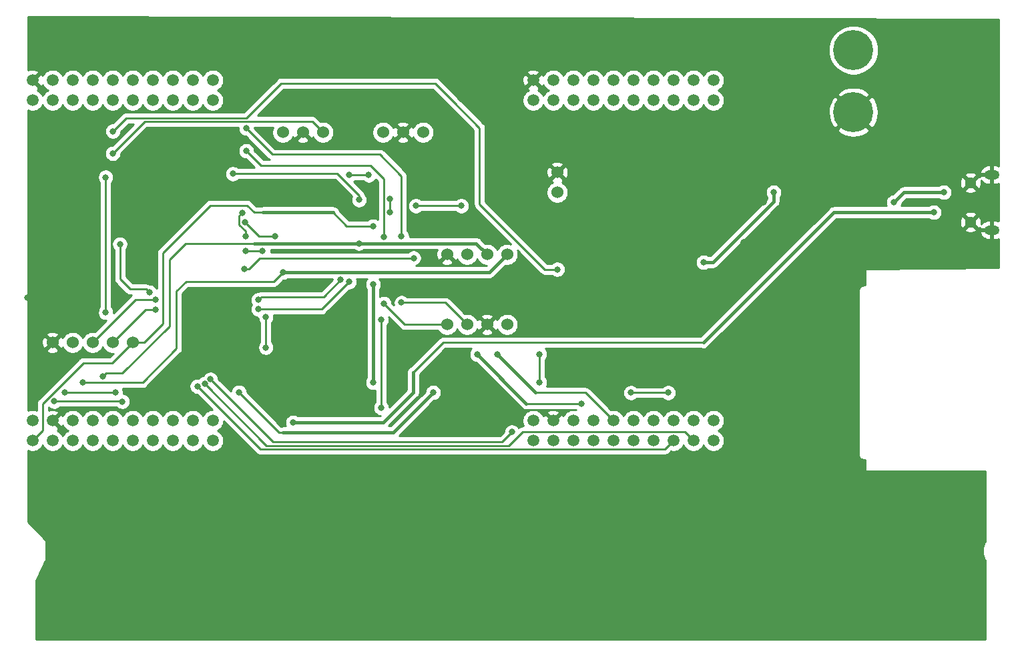
<source format=gbr>
G04 #@! TF.GenerationSoftware,KiCad,Pcbnew,(5.1.4)-1*
G04 #@! TF.CreationDate,2019-11-21T10:54:43-06:00*
G04 #@! TF.ProjectId,SRA_Sensor_Board,5352415f-5365-46e7-936f-725f426f6172,rev?*
G04 #@! TF.SameCoordinates,Original*
G04 #@! TF.FileFunction,Copper,L2,Bot*
G04 #@! TF.FilePolarity,Positive*
%FSLAX46Y46*%
G04 Gerber Fmt 4.6, Leading zero omitted, Abs format (unit mm)*
G04 Created by KiCad (PCBNEW (5.1.4)-1) date 2019-11-21 10:54:43*
%MOMM*%
%LPD*%
G04 APERTURE LIST*
%ADD10C,1.520000*%
%ADD11C,1.524000*%
%ADD12O,1.900000X1.200000*%
%ADD13C,1.450000*%
%ADD14C,5.080000*%
%ADD15C,0.800000*%
%ADD16C,0.250000*%
%ADD17C,0.381000*%
%ADD18C,0.254000*%
G04 APERTURE END LIST*
D10*
X127000000Y-92456000D03*
X149860000Y-46736000D03*
X147320000Y-46736000D03*
X139700000Y-46736000D03*
X137160000Y-89916000D03*
X142240000Y-46736000D03*
X144780000Y-46736000D03*
X142240000Y-92456000D03*
X147320000Y-89916000D03*
X137160000Y-46736000D03*
X134620000Y-46736000D03*
X147320000Y-92456000D03*
X142240000Y-89916000D03*
X139700000Y-89916000D03*
X127000000Y-89916000D03*
X129540000Y-89916000D03*
X132080000Y-89916000D03*
X134620000Y-89916000D03*
X144780000Y-89916000D03*
X149860000Y-89916000D03*
X129540000Y-92456000D03*
X132080000Y-92456000D03*
X134620000Y-92456000D03*
X137160000Y-92456000D03*
X139700000Y-92456000D03*
X144780000Y-92456000D03*
X149860000Y-92456000D03*
X127000000Y-49276000D03*
X129540000Y-49276000D03*
X132080000Y-49276000D03*
X134620000Y-49276000D03*
X137160000Y-49276000D03*
X139700000Y-49276000D03*
X142240000Y-49276000D03*
X144780000Y-49276000D03*
X147320000Y-49276000D03*
X149860000Y-49276000D03*
X127000000Y-46736000D03*
X129540000Y-46736000D03*
X132080000Y-46736000D03*
X63500000Y-89916000D03*
X66040000Y-89916000D03*
X68580000Y-89916000D03*
X71120000Y-89916000D03*
X73660000Y-89916000D03*
X76200000Y-89916000D03*
X78740000Y-89916000D03*
X81280000Y-89916000D03*
X83820000Y-89916000D03*
X86360000Y-89916000D03*
X63500000Y-92456000D03*
X66040000Y-92456000D03*
X68580000Y-92456000D03*
X71120000Y-92456000D03*
X73660000Y-92456000D03*
X76200000Y-92456000D03*
X78740000Y-92456000D03*
X81280000Y-92456000D03*
X83820000Y-92456000D03*
X86360000Y-92456000D03*
X63500000Y-49276000D03*
X66040000Y-49276000D03*
X68580000Y-49276000D03*
X71120000Y-49276000D03*
X73660000Y-49276000D03*
X76200000Y-49276000D03*
X78740000Y-49276000D03*
X81280000Y-49276000D03*
X83820000Y-49276000D03*
X86360000Y-49276000D03*
X63500000Y-46736000D03*
X66040000Y-46736000D03*
X68580000Y-46736000D03*
X71120000Y-46736000D03*
X73660000Y-46736000D03*
X76200000Y-46736000D03*
X78740000Y-46736000D03*
X81280000Y-46736000D03*
X83820000Y-46736000D03*
X86360000Y-46736000D03*
D11*
X66040000Y-80010000D03*
X68580000Y-80010000D03*
X71120000Y-80010000D03*
X73660000Y-80010000D03*
X76200000Y-80010000D03*
X107950000Y-53340000D03*
X110490000Y-53340000D03*
X113030000Y-53340000D03*
X95250000Y-53340000D03*
X97790000Y-53340000D03*
X100330000Y-53340000D03*
D12*
X185166000Y-58730000D03*
X185166000Y-65730000D03*
D13*
X182466000Y-59730000D03*
X182466000Y-64730000D03*
D11*
X130048000Y-58420000D03*
X130048000Y-60960000D03*
X116078000Y-68834000D03*
X116078000Y-68834000D03*
X118618000Y-68834000D03*
X121158000Y-68834000D03*
X123698000Y-68834000D03*
D14*
X167614600Y-50800000D03*
X167614600Y-42926000D03*
D11*
X116078000Y-77724000D03*
X116078000Y-77724000D03*
X118618000Y-77724000D03*
X121158000Y-77724000D03*
X123698000Y-77724000D03*
D15*
X142240000Y-58420000D03*
X153670000Y-67310000D03*
X148590000Y-63500000D03*
X156210000Y-62230000D03*
X135890000Y-68580000D03*
X101828600Y-84048600D03*
X153670000Y-54610000D03*
X62865000Y-74320400D03*
X77114400Y-69596000D03*
X78968600Y-40817800D03*
X94411800Y-60274200D03*
X73660000Y-56032400D03*
X74879200Y-87503000D03*
X66243200Y-87477600D03*
X144119600Y-86385400D03*
X139395200Y-86385400D03*
X106680000Y-85090000D03*
X106680000Y-72644000D03*
X106680000Y-65252600D03*
X72771000Y-59055000D03*
X72771000Y-76200000D03*
X108813600Y-63500000D03*
X108813600Y-61798200D03*
X130048000Y-70739000D03*
X73685400Y-53213000D03*
X133096000Y-87744300D03*
X119888000Y-81534000D03*
X108051600Y-75082400D03*
X108026200Y-66598800D03*
X90601800Y-55702200D03*
X122428000Y-81534000D03*
X110286800Y-74955400D03*
X110286800Y-66548000D03*
X90601800Y-52832000D03*
X72440800Y-84328000D03*
X104911501Y-67427499D03*
X104902000Y-61899800D03*
X88900000Y-58597800D03*
X69850000Y-85090000D03*
X90525600Y-68376800D03*
X90525600Y-66522600D03*
X90119200Y-63550800D03*
X95250000Y-71120000D03*
X92684600Y-68376800D03*
X114300000Y-86360000D03*
X89662000Y-86334600D03*
X73990200Y-86334600D03*
X67564000Y-86334600D03*
X127787400Y-85090000D03*
X127787400Y-81483200D03*
X117881400Y-62661800D03*
X112115600Y-62661800D03*
X106146600Y-58775600D03*
X103657400Y-58775600D03*
X79095600Y-74599800D03*
X92125800Y-74599800D03*
X102590600Y-72034400D03*
X79121000Y-75819000D03*
X92151200Y-75793600D03*
X103632000Y-72313800D03*
X179070000Y-60960000D03*
X172720000Y-62230000D03*
X96520000Y-90170000D03*
X177800000Y-63500000D03*
X148590000Y-69850000D03*
X157480000Y-60960000D03*
X85331300Y-85229700D03*
X84404200Y-85572600D03*
X124300401Y-91370999D03*
X86055200Y-84683600D03*
X74574400Y-67538600D03*
X78333600Y-73660000D03*
X107696000Y-88290400D03*
X107696000Y-77139800D03*
X90449400Y-64744600D03*
X94234000Y-66548000D03*
X93091000Y-80645000D03*
X93091000Y-76758800D03*
X90347800Y-70713600D03*
X111836200Y-69291200D03*
D16*
X98976610Y-51986610D02*
X77705790Y-51986610D01*
X100330000Y-53340000D02*
X98976610Y-51986610D01*
X77705790Y-51986610D02*
X73660000Y-56032400D01*
X73660000Y-56032400D02*
X73660000Y-56032400D01*
X74853800Y-87477600D02*
X74879200Y-87503000D01*
X66243200Y-87477600D02*
X74853800Y-87477600D01*
X139395200Y-86385400D02*
X144119600Y-86385400D01*
D17*
X93980000Y-63500000D02*
X92710000Y-63500000D01*
X93980000Y-63500000D02*
X100330000Y-63500000D01*
X100330000Y-63500000D02*
X101600000Y-63500000D01*
D16*
X106680000Y-85090000D02*
X106680000Y-84524315D01*
D17*
X106680000Y-84524315D02*
X106680000Y-72644000D01*
D16*
X106680000Y-72644000D02*
X106680000Y-72644000D01*
X64770000Y-91186000D02*
X63500000Y-92456000D01*
X72771000Y-59055000D02*
X72771000Y-59055000D01*
X73609200Y-82600800D02*
X69926200Y-82600800D01*
X76200000Y-80010000D02*
X73609200Y-82600800D01*
X64770000Y-87757000D02*
X64770000Y-91186000D01*
X69926200Y-82600800D02*
X64770000Y-87757000D01*
X72771000Y-76200000D02*
X72771000Y-76200000D01*
X92710000Y-63500000D02*
X91592400Y-63500000D01*
X91592400Y-63500000D02*
X90703400Y-62611000D01*
X86055200Y-62611000D02*
X85039200Y-63627000D01*
X90703400Y-62611000D02*
X86055200Y-62611000D01*
X85166200Y-63500000D02*
X85039200Y-63627000D01*
X72771000Y-76200000D02*
X72771000Y-59055000D01*
X77647800Y-80010000D02*
X76200000Y-80010000D01*
X80010000Y-77647800D02*
X77647800Y-80010000D01*
X85039200Y-63627000D02*
X80010000Y-68656200D01*
X80010000Y-68656200D02*
X80010000Y-77647800D01*
X108813600Y-63500000D02*
X108813600Y-62934315D01*
X108813600Y-62934315D02*
X108813600Y-61798200D01*
X108813600Y-61798200D02*
X108813600Y-61798200D01*
X103352600Y-65252600D02*
X101600000Y-63500000D01*
X106680000Y-65252600D02*
X103352600Y-65252600D01*
X73685400Y-53213000D02*
X73685400Y-53213000D01*
X75361800Y-51536600D02*
X73685400Y-53213000D01*
X90627200Y-51536600D02*
X75361800Y-51536600D01*
X114554000Y-47117000D02*
X95046800Y-47117000D01*
X128473200Y-70739000D02*
X120192800Y-62458600D01*
X130048000Y-70739000D02*
X128473200Y-70739000D01*
X95046800Y-47117000D02*
X90627200Y-51536600D01*
X120192800Y-62458600D02*
X120192800Y-52781200D01*
X120192800Y-52781200D02*
X116840000Y-49428400D01*
X116840000Y-49428400D02*
X116840000Y-49403000D01*
X116840000Y-49403000D02*
X114554000Y-47117000D01*
D17*
X126103499Y-87749499D02*
X119888000Y-81534000D01*
D16*
X130116241Y-87749499D02*
X126103499Y-87749499D01*
X130121440Y-87744300D02*
X133096000Y-87744300D01*
X130116241Y-87749499D02*
X130121440Y-87744300D01*
X116078000Y-77724000D02*
X110693200Y-77724000D01*
X110693200Y-77724000D02*
X108051600Y-75082400D01*
X108051600Y-75082400D02*
X108051600Y-75082400D01*
X108026200Y-66598800D02*
X108026200Y-59283600D01*
X108026200Y-59283600D02*
X106324400Y-57581800D01*
X106324400Y-57581800D02*
X92481400Y-57581800D01*
X92481400Y-57581800D02*
X90601800Y-55702200D01*
X90601800Y-55702200D02*
X90601800Y-55702200D01*
D17*
X127278000Y-86384000D02*
X122428000Y-81534000D01*
D16*
X133628000Y-86384000D02*
X137160000Y-89916000D01*
X127278000Y-86384000D02*
X133628000Y-86384000D01*
X118618000Y-77724000D02*
X115849400Y-74955400D01*
X115849400Y-74955400D02*
X110286800Y-74955400D01*
X110286800Y-74955400D02*
X110286800Y-74955400D01*
X110286800Y-65982315D02*
X110261400Y-65956915D01*
X110286800Y-66548000D02*
X110286800Y-65982315D01*
X110261400Y-65956915D02*
X110261400Y-58877200D01*
X110261400Y-58877200D02*
X107543600Y-56159400D01*
X107543600Y-56159400D02*
X93929200Y-56159400D01*
X93929200Y-56159400D02*
X90601800Y-52832000D01*
X90601800Y-52832000D02*
X90601800Y-52832000D01*
D17*
X102752501Y-67427499D02*
X91609499Y-67427499D01*
X119751499Y-67427499D02*
X121158000Y-68834000D01*
X102752501Y-67427499D02*
X104911501Y-67427499D01*
D16*
X72840799Y-83928001D02*
X72440800Y-84328000D01*
X74872799Y-83928001D02*
X72840799Y-83928001D01*
X80848200Y-77952600D02*
X74872799Y-83928001D01*
X80848200Y-69494400D02*
X80848200Y-77952600D01*
X91609499Y-67427499D02*
X82915101Y-67427499D01*
X82915101Y-67427499D02*
X80848200Y-69494400D01*
D17*
X104911501Y-67427499D02*
X119751499Y-67427499D01*
D16*
X104902000Y-61334115D02*
X102165685Y-58597800D01*
X104902000Y-61899800D02*
X104902000Y-61334115D01*
X102165685Y-58597800D02*
X88900000Y-58597800D01*
X88900000Y-58597800D02*
X88900000Y-58597800D01*
D17*
X95250000Y-71120000D02*
X95250000Y-71120000D01*
X121412000Y-71120000D02*
X123698000Y-68834000D01*
X104974298Y-71120000D02*
X121412000Y-71120000D01*
D16*
X77470000Y-85090000D02*
X69850000Y-85090000D01*
X69850000Y-85090000D02*
X69850000Y-85090000D01*
X81762600Y-80797400D02*
X77470000Y-85090000D01*
D17*
X103276400Y-71120000D02*
X104974298Y-71120000D01*
D16*
X81762600Y-80797400D02*
X81762600Y-73456800D01*
X81762600Y-73456800D02*
X82956400Y-72263000D01*
X94107000Y-72263000D02*
X95250000Y-71120000D01*
X82956400Y-72263000D02*
X94107000Y-72263000D01*
X92684600Y-68376800D02*
X92684600Y-68376800D01*
X90525600Y-68376800D02*
X90525600Y-68376800D01*
X89724399Y-65092601D02*
X89724399Y-63945601D01*
X90525600Y-66522600D02*
X90525600Y-65893802D01*
X90525600Y-65893802D02*
X89724399Y-65092601D01*
X89724399Y-63945601D02*
X90119200Y-63550800D01*
X90119200Y-63550800D02*
X90119200Y-63550800D01*
D17*
X95250000Y-71120000D02*
X103276400Y-71120000D01*
D16*
X92684600Y-68376800D02*
X90525600Y-68376800D01*
D17*
X109220000Y-91440000D02*
X95250000Y-91440000D01*
X114300000Y-86360000D02*
X109220000Y-91440000D01*
D16*
X95250000Y-91440000D02*
X94767400Y-91440000D01*
X94767400Y-91440000D02*
X89662000Y-86334600D01*
X89662000Y-86334600D02*
X89662000Y-86334600D01*
X73990200Y-86334600D02*
X67564000Y-86334600D01*
X67564000Y-86334600D02*
X67564000Y-86334600D01*
X127787400Y-85090000D02*
X127787400Y-81483200D01*
X127787400Y-81483200D02*
X127787400Y-81483200D01*
X117881400Y-62661800D02*
X117315715Y-62661800D01*
X117315715Y-62661800D02*
X112420400Y-62661800D01*
X112420400Y-62661800D02*
X112115600Y-62661800D01*
X112115600Y-62661800D02*
X112115600Y-62661800D01*
X106146600Y-58775600D02*
X103657400Y-58775600D01*
X103657400Y-58775600D02*
X103657400Y-58775600D01*
X71120000Y-80010000D02*
X76530200Y-74599800D01*
X76530200Y-74599800D02*
X79095600Y-74599800D01*
X79095600Y-74599800D02*
X79095600Y-74599800D01*
X92525799Y-74199801D02*
X100425199Y-74199801D01*
X92125800Y-74599800D02*
X92525799Y-74199801D01*
X100425199Y-74199801D02*
X102590600Y-72034400D01*
X102590600Y-72034400D02*
X102590600Y-72034400D01*
X73660000Y-80010000D02*
X77851000Y-75819000D01*
X77851000Y-75819000D02*
X79121000Y-75819000D01*
X79121000Y-75819000D02*
X79121000Y-75819000D01*
X103632000Y-72313800D02*
X103632000Y-72313800D01*
X92151200Y-75793600D02*
X100152200Y-75793600D01*
X100152200Y-75793600D02*
X103632000Y-72313800D01*
D17*
X173990000Y-60960000D02*
X172720000Y-62230000D01*
X179070000Y-60960000D02*
X173990000Y-60960000D01*
X96520000Y-90170000D02*
X102970058Y-90170000D01*
X165100000Y-63500000D02*
X177800000Y-63500000D01*
X148590000Y-80010000D02*
X165100000Y-63500000D01*
X102970058Y-90170000D02*
X107950000Y-90170000D01*
X111760000Y-83820000D02*
X111760000Y-86360000D01*
X107950000Y-90170000D02*
X111760000Y-86360000D01*
D16*
X115570000Y-80010000D02*
X111760000Y-83820000D01*
X148590000Y-80010000D02*
X115570000Y-80010000D01*
D17*
X157480000Y-61525685D02*
X157480000Y-60960000D01*
X157480000Y-62129942D02*
X157480000Y-61525685D01*
X149759942Y-69850000D02*
X157480000Y-62129942D01*
X148590000Y-69850000D02*
X149759942Y-69850000D01*
D16*
X125646601Y-91370999D02*
X123926609Y-93090991D01*
X147320000Y-92456000D02*
X146234999Y-91370999D01*
X146234999Y-91370999D02*
X125646601Y-91370999D01*
X93192600Y-93091000D02*
X85331300Y-85229700D01*
X85331300Y-85229700D02*
X85318600Y-85217000D01*
X94132382Y-93091000D02*
X93192600Y-93091000D01*
X94132391Y-93090991D02*
X94132382Y-93091000D01*
X123926609Y-93090991D02*
X94132391Y-93090991D01*
X143694999Y-93541001D02*
X92372601Y-93541001D01*
X144780000Y-92456000D02*
X143694999Y-93541001D01*
X92372601Y-93541001D02*
X84404200Y-85572600D01*
X84404200Y-85572600D02*
X84404200Y-85572600D01*
X86055200Y-84683600D02*
X86055200Y-84683600D01*
X123068519Y-92602881D02*
X124300401Y-91370999D01*
X86055200Y-84683600D02*
X93974481Y-92602881D01*
X93974481Y-92602881D02*
X123068519Y-92602881D01*
X74574400Y-71958200D02*
X74574400Y-67538600D01*
X74574400Y-67538600D02*
X74574400Y-67538600D01*
X75876201Y-73260001D02*
X74574400Y-71958200D01*
X77933601Y-73260001D02*
X75876201Y-73260001D01*
X78333600Y-73660000D02*
X77933601Y-73260001D01*
X107696000Y-88290400D02*
X107696000Y-77139800D01*
X107696000Y-77139800D02*
X107696000Y-77139800D01*
X90449400Y-64744600D02*
X90449400Y-64744600D01*
X92252800Y-66548000D02*
X90449400Y-64744600D01*
X94234000Y-66548000D02*
X92252800Y-66548000D01*
X93091000Y-80079315D02*
X93091000Y-76758800D01*
X93091000Y-80645000D02*
X93091000Y-80079315D01*
X90913485Y-70713600D02*
X92335885Y-69291200D01*
X90347800Y-70713600D02*
X90913485Y-70713600D01*
X92335885Y-69291200D02*
X111836200Y-69291200D01*
X111836200Y-69291200D02*
X111836200Y-69291200D01*
D18*
G36*
X186030000Y-39000985D02*
G01*
X186030001Y-57605769D01*
X185881496Y-57543507D01*
X185643000Y-57495000D01*
X185293000Y-57495000D01*
X185293000Y-58603000D01*
X185313000Y-58603000D01*
X185313000Y-58857000D01*
X185293000Y-58857000D01*
X185293000Y-59965000D01*
X185643000Y-59965000D01*
X185881496Y-59916493D01*
X186030001Y-59854231D01*
X186030001Y-64605769D01*
X185881496Y-64543507D01*
X185643000Y-64495000D01*
X185293000Y-64495000D01*
X185293000Y-65603000D01*
X185313000Y-65603000D01*
X185313000Y-65857000D01*
X185293000Y-65857000D01*
X185293000Y-66965000D01*
X185643000Y-66965000D01*
X185881496Y-66916493D01*
X186030001Y-66854231D01*
X186030001Y-70513292D01*
X169194890Y-70688207D01*
X169170140Y-70690904D01*
X169146392Y-70698379D01*
X169124558Y-70710342D01*
X169105478Y-70726335D01*
X169089885Y-70745743D01*
X169078378Y-70767821D01*
X169071399Y-70791719D01*
X169069209Y-70815200D01*
X169069209Y-72746000D01*
X168942419Y-72746000D01*
X168910000Y-72742807D01*
X168780617Y-72755550D01*
X168656207Y-72793290D01*
X168541550Y-72854575D01*
X168441052Y-72937052D01*
X168358575Y-73037550D01*
X168297290Y-73152207D01*
X168259550Y-73276617D01*
X168246807Y-73406000D01*
X168250000Y-73438419D01*
X168250001Y-94201571D01*
X168246807Y-94234000D01*
X168259550Y-94363383D01*
X168297290Y-94487793D01*
X168358575Y-94602450D01*
X168441052Y-94702948D01*
X168541550Y-94785425D01*
X168656207Y-94846710D01*
X168780617Y-94884450D01*
X168877581Y-94894000D01*
X168910000Y-94897193D01*
X168942419Y-94894000D01*
X169069209Y-94894000D01*
X169069209Y-96215200D01*
X169071649Y-96239976D01*
X169078876Y-96263801D01*
X169090612Y-96285757D01*
X169106406Y-96305003D01*
X169125652Y-96320797D01*
X169147608Y-96332533D01*
X169171433Y-96339760D01*
X169196209Y-96342200D01*
X184309209Y-96342200D01*
X184309209Y-105190425D01*
X184221068Y-105359022D01*
X184198656Y-105414494D01*
X184175478Y-105469632D01*
X184172815Y-105478454D01*
X184060845Y-105858896D01*
X184049645Y-105917612D01*
X184037607Y-105976254D01*
X184036708Y-105985425D01*
X184000766Y-106380370D01*
X184001184Y-106440186D01*
X184000766Y-106500003D01*
X184001665Y-106509174D01*
X184043118Y-106903577D01*
X184055148Y-106962183D01*
X184066355Y-107020935D01*
X184069019Y-107029757D01*
X184186290Y-107408599D01*
X184209474Y-107463750D01*
X184231880Y-107519208D01*
X184236206Y-107527345D01*
X184309209Y-107662361D01*
X184309209Y-117678200D01*
X63913209Y-117678200D01*
X63913209Y-110215180D01*
X65169801Y-107701996D01*
X65178699Y-107678744D01*
X65183209Y-107645200D01*
X65183209Y-105105200D01*
X65180769Y-105080424D01*
X65173542Y-105056599D01*
X65161806Y-105034643D01*
X65146012Y-105015397D01*
X62890000Y-102759385D01*
X62890000Y-93713267D01*
X63093093Y-93797391D01*
X63362604Y-93851000D01*
X63637396Y-93851000D01*
X63906907Y-93797391D01*
X64160780Y-93692233D01*
X64389261Y-93539567D01*
X64583567Y-93345261D01*
X64736233Y-93116780D01*
X64770000Y-93035260D01*
X64803767Y-93116780D01*
X64956433Y-93345261D01*
X65150739Y-93539567D01*
X65379220Y-93692233D01*
X65633093Y-93797391D01*
X65902604Y-93851000D01*
X66177396Y-93851000D01*
X66446907Y-93797391D01*
X66700780Y-93692233D01*
X66929261Y-93539567D01*
X67123567Y-93345261D01*
X67276233Y-93116780D01*
X67310000Y-93035260D01*
X67343767Y-93116780D01*
X67496433Y-93345261D01*
X67690739Y-93539567D01*
X67919220Y-93692233D01*
X68173093Y-93797391D01*
X68442604Y-93851000D01*
X68717396Y-93851000D01*
X68986907Y-93797391D01*
X69240780Y-93692233D01*
X69469261Y-93539567D01*
X69663567Y-93345261D01*
X69816233Y-93116780D01*
X69850000Y-93035260D01*
X69883767Y-93116780D01*
X70036433Y-93345261D01*
X70230739Y-93539567D01*
X70459220Y-93692233D01*
X70713093Y-93797391D01*
X70982604Y-93851000D01*
X71257396Y-93851000D01*
X71526907Y-93797391D01*
X71780780Y-93692233D01*
X72009261Y-93539567D01*
X72203567Y-93345261D01*
X72356233Y-93116780D01*
X72390000Y-93035260D01*
X72423767Y-93116780D01*
X72576433Y-93345261D01*
X72770739Y-93539567D01*
X72999220Y-93692233D01*
X73253093Y-93797391D01*
X73522604Y-93851000D01*
X73797396Y-93851000D01*
X74066907Y-93797391D01*
X74320780Y-93692233D01*
X74549261Y-93539567D01*
X74743567Y-93345261D01*
X74896233Y-93116780D01*
X74930000Y-93035260D01*
X74963767Y-93116780D01*
X75116433Y-93345261D01*
X75310739Y-93539567D01*
X75539220Y-93692233D01*
X75793093Y-93797391D01*
X76062604Y-93851000D01*
X76337396Y-93851000D01*
X76606907Y-93797391D01*
X76860780Y-93692233D01*
X77089261Y-93539567D01*
X77283567Y-93345261D01*
X77436233Y-93116780D01*
X77470000Y-93035260D01*
X77503767Y-93116780D01*
X77656433Y-93345261D01*
X77850739Y-93539567D01*
X78079220Y-93692233D01*
X78333093Y-93797391D01*
X78602604Y-93851000D01*
X78877396Y-93851000D01*
X79146907Y-93797391D01*
X79400780Y-93692233D01*
X79629261Y-93539567D01*
X79823567Y-93345261D01*
X79976233Y-93116780D01*
X80010000Y-93035260D01*
X80043767Y-93116780D01*
X80196433Y-93345261D01*
X80390739Y-93539567D01*
X80619220Y-93692233D01*
X80873093Y-93797391D01*
X81142604Y-93851000D01*
X81417396Y-93851000D01*
X81686907Y-93797391D01*
X81940780Y-93692233D01*
X82169261Y-93539567D01*
X82363567Y-93345261D01*
X82516233Y-93116780D01*
X82550000Y-93035260D01*
X82583767Y-93116780D01*
X82736433Y-93345261D01*
X82930739Y-93539567D01*
X83159220Y-93692233D01*
X83413093Y-93797391D01*
X83682604Y-93851000D01*
X83957396Y-93851000D01*
X84226907Y-93797391D01*
X84480780Y-93692233D01*
X84709261Y-93539567D01*
X84903567Y-93345261D01*
X85056233Y-93116780D01*
X85090000Y-93035260D01*
X85123767Y-93116780D01*
X85276433Y-93345261D01*
X85470739Y-93539567D01*
X85699220Y-93692233D01*
X85953093Y-93797391D01*
X86222604Y-93851000D01*
X86497396Y-93851000D01*
X86766907Y-93797391D01*
X87020780Y-93692233D01*
X87249261Y-93539567D01*
X87443567Y-93345261D01*
X87596233Y-93116780D01*
X87701391Y-92862907D01*
X87755000Y-92593396D01*
X87755000Y-92318604D01*
X87701391Y-92049093D01*
X87596233Y-91795220D01*
X87443567Y-91566739D01*
X87249261Y-91372433D01*
X87020780Y-91219767D01*
X86939260Y-91186000D01*
X87020780Y-91152233D01*
X87249261Y-90999567D01*
X87443567Y-90805261D01*
X87596233Y-90576780D01*
X87701391Y-90322907D01*
X87755000Y-90053396D01*
X87755000Y-89998201D01*
X91808802Y-94052004D01*
X91832600Y-94081002D01*
X91948325Y-94175975D01*
X92080354Y-94246547D01*
X92223615Y-94290004D01*
X92335268Y-94301001D01*
X92335276Y-94301001D01*
X92372601Y-94304677D01*
X92409926Y-94301001D01*
X143657677Y-94301001D01*
X143694999Y-94304677D01*
X143732321Y-94301001D01*
X143732332Y-94301001D01*
X143843985Y-94290004D01*
X143987246Y-94246547D01*
X144119275Y-94175975D01*
X144235000Y-94081002D01*
X144258803Y-94051999D01*
X144490130Y-93820671D01*
X144642604Y-93851000D01*
X144917396Y-93851000D01*
X145186907Y-93797391D01*
X145440780Y-93692233D01*
X145669261Y-93539567D01*
X145863567Y-93345261D01*
X146016233Y-93116780D01*
X146050000Y-93035260D01*
X146083767Y-93116780D01*
X146236433Y-93345261D01*
X146430739Y-93539567D01*
X146659220Y-93692233D01*
X146913093Y-93797391D01*
X147182604Y-93851000D01*
X147457396Y-93851000D01*
X147726907Y-93797391D01*
X147980780Y-93692233D01*
X148209261Y-93539567D01*
X148403567Y-93345261D01*
X148556233Y-93116780D01*
X148590000Y-93035260D01*
X148623767Y-93116780D01*
X148776433Y-93345261D01*
X148970739Y-93539567D01*
X149199220Y-93692233D01*
X149453093Y-93797391D01*
X149722604Y-93851000D01*
X149997396Y-93851000D01*
X150266907Y-93797391D01*
X150520780Y-93692233D01*
X150749261Y-93539567D01*
X150943567Y-93345261D01*
X151096233Y-93116780D01*
X151201391Y-92862907D01*
X151255000Y-92593396D01*
X151255000Y-92318604D01*
X151201391Y-92049093D01*
X151096233Y-91795220D01*
X150943567Y-91566739D01*
X150749261Y-91372433D01*
X150520780Y-91219767D01*
X150439260Y-91186000D01*
X150520780Y-91152233D01*
X150749261Y-90999567D01*
X150943567Y-90805261D01*
X151096233Y-90576780D01*
X151201391Y-90322907D01*
X151255000Y-90053396D01*
X151255000Y-89778604D01*
X151201391Y-89509093D01*
X151096233Y-89255220D01*
X150943567Y-89026739D01*
X150749261Y-88832433D01*
X150520780Y-88679767D01*
X150266907Y-88574609D01*
X149997396Y-88521000D01*
X149722604Y-88521000D01*
X149453093Y-88574609D01*
X149199220Y-88679767D01*
X148970739Y-88832433D01*
X148776433Y-89026739D01*
X148623767Y-89255220D01*
X148590000Y-89336740D01*
X148556233Y-89255220D01*
X148403567Y-89026739D01*
X148209261Y-88832433D01*
X147980780Y-88679767D01*
X147726907Y-88574609D01*
X147457396Y-88521000D01*
X147182604Y-88521000D01*
X146913093Y-88574609D01*
X146659220Y-88679767D01*
X146430739Y-88832433D01*
X146236433Y-89026739D01*
X146083767Y-89255220D01*
X146050000Y-89336740D01*
X146016233Y-89255220D01*
X145863567Y-89026739D01*
X145669261Y-88832433D01*
X145440780Y-88679767D01*
X145186907Y-88574609D01*
X144917396Y-88521000D01*
X144642604Y-88521000D01*
X144373093Y-88574609D01*
X144119220Y-88679767D01*
X143890739Y-88832433D01*
X143696433Y-89026739D01*
X143543767Y-89255220D01*
X143510000Y-89336740D01*
X143476233Y-89255220D01*
X143323567Y-89026739D01*
X143129261Y-88832433D01*
X142900780Y-88679767D01*
X142646907Y-88574609D01*
X142377396Y-88521000D01*
X142102604Y-88521000D01*
X141833093Y-88574609D01*
X141579220Y-88679767D01*
X141350739Y-88832433D01*
X141156433Y-89026739D01*
X141003767Y-89255220D01*
X140970000Y-89336740D01*
X140936233Y-89255220D01*
X140783567Y-89026739D01*
X140589261Y-88832433D01*
X140360780Y-88679767D01*
X140106907Y-88574609D01*
X139837396Y-88521000D01*
X139562604Y-88521000D01*
X139293093Y-88574609D01*
X139039220Y-88679767D01*
X138810739Y-88832433D01*
X138616433Y-89026739D01*
X138463767Y-89255220D01*
X138430000Y-89336740D01*
X138396233Y-89255220D01*
X138243567Y-89026739D01*
X138049261Y-88832433D01*
X137820780Y-88679767D01*
X137566907Y-88574609D01*
X137297396Y-88521000D01*
X137022604Y-88521000D01*
X136870131Y-88551329D01*
X134602263Y-86283461D01*
X138360200Y-86283461D01*
X138360200Y-86487339D01*
X138399974Y-86687298D01*
X138477995Y-86875656D01*
X138591263Y-87045174D01*
X138735426Y-87189337D01*
X138904944Y-87302605D01*
X139093302Y-87380626D01*
X139293261Y-87420400D01*
X139497139Y-87420400D01*
X139697098Y-87380626D01*
X139885456Y-87302605D01*
X140054974Y-87189337D01*
X140098911Y-87145400D01*
X143415889Y-87145400D01*
X143459826Y-87189337D01*
X143629344Y-87302605D01*
X143817702Y-87380626D01*
X144017661Y-87420400D01*
X144221539Y-87420400D01*
X144421498Y-87380626D01*
X144609856Y-87302605D01*
X144779374Y-87189337D01*
X144923537Y-87045174D01*
X145036805Y-86875656D01*
X145114826Y-86687298D01*
X145154600Y-86487339D01*
X145154600Y-86283461D01*
X145114826Y-86083502D01*
X145036805Y-85895144D01*
X144923537Y-85725626D01*
X144779374Y-85581463D01*
X144609856Y-85468195D01*
X144421498Y-85390174D01*
X144221539Y-85350400D01*
X144017661Y-85350400D01*
X143817702Y-85390174D01*
X143629344Y-85468195D01*
X143459826Y-85581463D01*
X143415889Y-85625400D01*
X140098911Y-85625400D01*
X140054974Y-85581463D01*
X139885456Y-85468195D01*
X139697098Y-85390174D01*
X139497139Y-85350400D01*
X139293261Y-85350400D01*
X139093302Y-85390174D01*
X138904944Y-85468195D01*
X138735426Y-85581463D01*
X138591263Y-85725626D01*
X138477995Y-85895144D01*
X138399974Y-86083502D01*
X138360200Y-86283461D01*
X134602263Y-86283461D01*
X134191804Y-85873003D01*
X134168001Y-85843999D01*
X134052276Y-85749026D01*
X133920247Y-85678454D01*
X133776986Y-85634997D01*
X133665333Y-85624000D01*
X133665322Y-85624000D01*
X133628000Y-85620324D01*
X133590678Y-85624000D01*
X128675376Y-85624000D01*
X128704605Y-85580256D01*
X128782626Y-85391898D01*
X128822400Y-85191939D01*
X128822400Y-84988061D01*
X128782626Y-84788102D01*
X128704605Y-84599744D01*
X128591337Y-84430226D01*
X128547400Y-84386289D01*
X128547400Y-82186911D01*
X128591337Y-82142974D01*
X128704605Y-81973456D01*
X128782626Y-81785098D01*
X128822400Y-81585139D01*
X128822400Y-81381261D01*
X128782626Y-81181302D01*
X128704605Y-80992944D01*
X128591337Y-80823426D01*
X128537911Y-80770000D01*
X148260681Y-80770000D01*
X148272567Y-80776353D01*
X148428174Y-80823555D01*
X148590000Y-80839494D01*
X148751826Y-80823555D01*
X148907433Y-80776353D01*
X149050842Y-80699699D01*
X149145041Y-80622391D01*
X164098299Y-65669133D01*
X181706472Y-65669133D01*
X181768965Y-65905450D01*
X182011678Y-66018850D01*
X182271849Y-66082719D01*
X182539482Y-66094604D01*
X182804291Y-66054048D01*
X182822023Y-66047609D01*
X183622538Y-66047609D01*
X183626409Y-66085282D01*
X183718579Y-66310533D01*
X183852922Y-66513474D01*
X184024275Y-66686307D01*
X184226054Y-66822390D01*
X184450504Y-66916493D01*
X184689000Y-66965000D01*
X185039000Y-66965000D01*
X185039000Y-65857000D01*
X183747269Y-65857000D01*
X183622538Y-66047609D01*
X182822023Y-66047609D01*
X183056100Y-65962609D01*
X183163035Y-65905450D01*
X183225528Y-65669133D01*
X182466000Y-64909605D01*
X181706472Y-65669133D01*
X164098299Y-65669133D01*
X164963951Y-64803482D01*
X181101396Y-64803482D01*
X181141952Y-65068291D01*
X181233391Y-65320100D01*
X181290550Y-65427035D01*
X181526867Y-65489528D01*
X182286395Y-64730000D01*
X182645605Y-64730000D01*
X183405133Y-65489528D01*
X183633497Y-65429138D01*
X183747269Y-65603000D01*
X185039000Y-65603000D01*
X185039000Y-64495000D01*
X184689000Y-64495000D01*
X184450504Y-64543507D01*
X184226054Y-64637610D01*
X184024275Y-64773693D01*
X183852922Y-64946526D01*
X183789829Y-65041836D01*
X183818719Y-64924151D01*
X183830604Y-64656518D01*
X183790048Y-64391709D01*
X183698609Y-64139900D01*
X183641450Y-64032965D01*
X183405133Y-63970472D01*
X182645605Y-64730000D01*
X182286395Y-64730000D01*
X181526867Y-63970472D01*
X181290550Y-64032965D01*
X181177150Y-64275678D01*
X181113281Y-64535849D01*
X181101396Y-64803482D01*
X164963951Y-64803482D01*
X165441934Y-64325500D01*
X177172497Y-64325500D01*
X177309744Y-64417205D01*
X177498102Y-64495226D01*
X177698061Y-64535000D01*
X177901939Y-64535000D01*
X178101898Y-64495226D01*
X178290256Y-64417205D01*
X178459774Y-64303937D01*
X178603937Y-64159774D01*
X178717205Y-63990256D01*
X178795226Y-63801898D01*
X178797420Y-63790867D01*
X181706472Y-63790867D01*
X182466000Y-64550395D01*
X183225528Y-63790867D01*
X183163035Y-63554550D01*
X182920322Y-63441150D01*
X182660151Y-63377281D01*
X182392518Y-63365396D01*
X182127709Y-63405952D01*
X181875900Y-63497391D01*
X181768965Y-63554550D01*
X181706472Y-63790867D01*
X178797420Y-63790867D01*
X178835000Y-63601939D01*
X178835000Y-63398061D01*
X178795226Y-63198102D01*
X178717205Y-63009744D01*
X178603937Y-62840226D01*
X178459774Y-62696063D01*
X178290256Y-62582795D01*
X178101898Y-62504774D01*
X177901939Y-62465000D01*
X177698061Y-62465000D01*
X177498102Y-62504774D01*
X177309744Y-62582795D01*
X177172497Y-62674500D01*
X173656158Y-62674500D01*
X173715226Y-62531898D01*
X173747428Y-62370004D01*
X174331933Y-61785500D01*
X178442497Y-61785500D01*
X178579744Y-61877205D01*
X178768102Y-61955226D01*
X178968061Y-61995000D01*
X179171939Y-61995000D01*
X179371898Y-61955226D01*
X179560256Y-61877205D01*
X179729774Y-61763937D01*
X179873937Y-61619774D01*
X179987205Y-61450256D01*
X180065226Y-61261898D01*
X180105000Y-61061939D01*
X180105000Y-60858061D01*
X180067421Y-60669133D01*
X181706472Y-60669133D01*
X181768965Y-60905450D01*
X182011678Y-61018850D01*
X182271849Y-61082719D01*
X182539482Y-61094604D01*
X182804291Y-61054048D01*
X183056100Y-60962609D01*
X183163035Y-60905450D01*
X183225528Y-60669133D01*
X182466000Y-59909605D01*
X181706472Y-60669133D01*
X180067421Y-60669133D01*
X180065226Y-60658102D01*
X179987205Y-60469744D01*
X179873937Y-60300226D01*
X179729774Y-60156063D01*
X179560256Y-60042795D01*
X179371898Y-59964774D01*
X179171939Y-59925000D01*
X178968061Y-59925000D01*
X178768102Y-59964774D01*
X178579744Y-60042795D01*
X178442497Y-60134500D01*
X174030550Y-60134500D01*
X173989999Y-60130506D01*
X173949449Y-60134500D01*
X173949447Y-60134500D01*
X173828174Y-60146444D01*
X173672566Y-60193647D01*
X173579111Y-60243601D01*
X173529157Y-60270301D01*
X173492694Y-60300226D01*
X173403459Y-60373459D01*
X173377606Y-60404961D01*
X172579996Y-61202572D01*
X172418102Y-61234774D01*
X172229744Y-61312795D01*
X172060226Y-61426063D01*
X171916063Y-61570226D01*
X171802795Y-61739744D01*
X171724774Y-61928102D01*
X171685000Y-62128061D01*
X171685000Y-62331939D01*
X171724774Y-62531898D01*
X171783842Y-62674500D01*
X165140550Y-62674500D01*
X165100000Y-62670506D01*
X165059449Y-62674500D01*
X165059447Y-62674500D01*
X164938174Y-62686444D01*
X164782566Y-62733647D01*
X164639157Y-62810301D01*
X164544958Y-62887608D01*
X164544955Y-62887611D01*
X164513459Y-62913459D01*
X164487611Y-62944955D01*
X148182568Y-79250000D01*
X115607325Y-79250000D01*
X115570000Y-79246324D01*
X115532675Y-79250000D01*
X115532667Y-79250000D01*
X115421014Y-79260997D01*
X115277753Y-79304454D01*
X115145724Y-79375026D01*
X115029999Y-79469999D01*
X115006201Y-79498997D01*
X111455465Y-83049734D01*
X111442566Y-83053647D01*
X111299158Y-83130301D01*
X111173459Y-83233459D01*
X111070301Y-83359159D01*
X110993647Y-83502567D01*
X110946444Y-83658175D01*
X110934500Y-83779448D01*
X110934501Y-86018065D01*
X108731000Y-88221567D01*
X108731000Y-88188461D01*
X108691226Y-87988502D01*
X108613205Y-87800144D01*
X108499937Y-87630626D01*
X108456000Y-87586689D01*
X108456000Y-77843511D01*
X108499937Y-77799574D01*
X108613205Y-77630056D01*
X108691226Y-77441698D01*
X108731000Y-77241739D01*
X108731000Y-77037861D01*
X108691226Y-76837902D01*
X108662182Y-76767783D01*
X110129401Y-78235003D01*
X110153199Y-78264001D01*
X110182197Y-78287799D01*
X110268924Y-78358974D01*
X110400953Y-78429546D01*
X110544214Y-78473003D01*
X110693200Y-78487677D01*
X110730533Y-78484000D01*
X114905659Y-78484000D01*
X114992880Y-78614535D01*
X115187465Y-78809120D01*
X115416273Y-78962005D01*
X115670510Y-79067314D01*
X115940408Y-79121000D01*
X116215592Y-79121000D01*
X116485490Y-79067314D01*
X116739727Y-78962005D01*
X116968535Y-78809120D01*
X117163120Y-78614535D01*
X117316005Y-78385727D01*
X117348000Y-78308485D01*
X117379995Y-78385727D01*
X117532880Y-78614535D01*
X117727465Y-78809120D01*
X117956273Y-78962005D01*
X118210510Y-79067314D01*
X118480408Y-79121000D01*
X118755592Y-79121000D01*
X119025490Y-79067314D01*
X119279727Y-78962005D01*
X119508535Y-78809120D01*
X119628090Y-78689565D01*
X120372040Y-78689565D01*
X120439020Y-78929656D01*
X120688048Y-79046756D01*
X120955135Y-79113023D01*
X121230017Y-79125910D01*
X121502133Y-79084922D01*
X121761023Y-78991636D01*
X121876980Y-78929656D01*
X121943960Y-78689565D01*
X121158000Y-77903605D01*
X120372040Y-78689565D01*
X119628090Y-78689565D01*
X119703120Y-78614535D01*
X119856005Y-78385727D01*
X119885692Y-78314057D01*
X119890364Y-78327023D01*
X119952344Y-78442980D01*
X120192435Y-78509960D01*
X120978395Y-77724000D01*
X121337605Y-77724000D01*
X122123565Y-78509960D01*
X122363656Y-78442980D01*
X122427485Y-78307240D01*
X122459995Y-78385727D01*
X122612880Y-78614535D01*
X122807465Y-78809120D01*
X123036273Y-78962005D01*
X123290510Y-79067314D01*
X123560408Y-79121000D01*
X123835592Y-79121000D01*
X124105490Y-79067314D01*
X124359727Y-78962005D01*
X124588535Y-78809120D01*
X124783120Y-78614535D01*
X124936005Y-78385727D01*
X125041314Y-78131490D01*
X125095000Y-77861592D01*
X125095000Y-77586408D01*
X125041314Y-77316510D01*
X124936005Y-77062273D01*
X124783120Y-76833465D01*
X124588535Y-76638880D01*
X124359727Y-76485995D01*
X124105490Y-76380686D01*
X123835592Y-76327000D01*
X123560408Y-76327000D01*
X123290510Y-76380686D01*
X123036273Y-76485995D01*
X122807465Y-76638880D01*
X122612880Y-76833465D01*
X122459995Y-77062273D01*
X122430308Y-77133943D01*
X122425636Y-77120977D01*
X122363656Y-77005020D01*
X122123565Y-76938040D01*
X121337605Y-77724000D01*
X120978395Y-77724000D01*
X120192435Y-76938040D01*
X119952344Y-77005020D01*
X119888515Y-77140760D01*
X119856005Y-77062273D01*
X119703120Y-76833465D01*
X119628090Y-76758435D01*
X120372040Y-76758435D01*
X121158000Y-77544395D01*
X121943960Y-76758435D01*
X121876980Y-76518344D01*
X121627952Y-76401244D01*
X121360865Y-76334977D01*
X121085983Y-76322090D01*
X120813867Y-76363078D01*
X120554977Y-76456364D01*
X120439020Y-76518344D01*
X120372040Y-76758435D01*
X119628090Y-76758435D01*
X119508535Y-76638880D01*
X119279727Y-76485995D01*
X119025490Y-76380686D01*
X118755592Y-76327000D01*
X118480408Y-76327000D01*
X118326430Y-76357628D01*
X116413204Y-74444403D01*
X116389401Y-74415399D01*
X116273676Y-74320426D01*
X116141647Y-74249854D01*
X115998386Y-74206397D01*
X115886733Y-74195400D01*
X115886722Y-74195400D01*
X115849400Y-74191724D01*
X115812078Y-74195400D01*
X110990511Y-74195400D01*
X110946574Y-74151463D01*
X110777056Y-74038195D01*
X110588698Y-73960174D01*
X110388739Y-73920400D01*
X110184861Y-73920400D01*
X109984902Y-73960174D01*
X109796544Y-74038195D01*
X109627026Y-74151463D01*
X109482863Y-74295626D01*
X109369595Y-74465144D01*
X109291574Y-74653502D01*
X109251800Y-74853461D01*
X109251800Y-75057339D01*
X109289159Y-75245158D01*
X109086600Y-75042599D01*
X109086600Y-74980461D01*
X109046826Y-74780502D01*
X108968805Y-74592144D01*
X108855537Y-74422626D01*
X108711374Y-74278463D01*
X108541856Y-74165195D01*
X108353498Y-74087174D01*
X108153539Y-74047400D01*
X107949661Y-74047400D01*
X107749702Y-74087174D01*
X107561344Y-74165195D01*
X107505500Y-74202509D01*
X107505500Y-73271503D01*
X107597205Y-73134256D01*
X107675226Y-72945898D01*
X107715000Y-72745939D01*
X107715000Y-72542061D01*
X107675226Y-72342102D01*
X107597205Y-72153744D01*
X107483937Y-71984226D01*
X107445211Y-71945500D01*
X121371450Y-71945500D01*
X121412000Y-71949494D01*
X121452550Y-71945500D01*
X121452553Y-71945500D01*
X121573826Y-71933556D01*
X121729434Y-71886353D01*
X121872842Y-71809699D01*
X121998541Y-71706541D01*
X122024398Y-71675034D01*
X123483692Y-70215740D01*
X123560408Y-70231000D01*
X123835592Y-70231000D01*
X124105490Y-70177314D01*
X124359727Y-70072005D01*
X124588535Y-69919120D01*
X124783120Y-69724535D01*
X124936005Y-69495727D01*
X125041314Y-69241490D01*
X125095000Y-68971592D01*
X125095000Y-68696408D01*
X125041314Y-68426510D01*
X125009781Y-68350382D01*
X127909401Y-71250003D01*
X127933199Y-71279001D01*
X127962197Y-71302799D01*
X128048923Y-71373974D01*
X128169462Y-71438404D01*
X128180953Y-71444546D01*
X128324214Y-71488003D01*
X128435867Y-71499000D01*
X128435877Y-71499000D01*
X128473200Y-71502676D01*
X128510522Y-71499000D01*
X129344289Y-71499000D01*
X129388226Y-71542937D01*
X129557744Y-71656205D01*
X129746102Y-71734226D01*
X129946061Y-71774000D01*
X130149939Y-71774000D01*
X130349898Y-71734226D01*
X130538256Y-71656205D01*
X130707774Y-71542937D01*
X130851937Y-71398774D01*
X130965205Y-71229256D01*
X131043226Y-71040898D01*
X131083000Y-70840939D01*
X131083000Y-70637061D01*
X131043226Y-70437102D01*
X130965205Y-70248744D01*
X130851937Y-70079226D01*
X130707774Y-69935063D01*
X130538256Y-69821795D01*
X130360248Y-69748061D01*
X147555000Y-69748061D01*
X147555000Y-69951939D01*
X147594774Y-70151898D01*
X147672795Y-70340256D01*
X147786063Y-70509774D01*
X147930226Y-70653937D01*
X148099744Y-70767205D01*
X148288102Y-70845226D01*
X148488061Y-70885000D01*
X148691939Y-70885000D01*
X148891898Y-70845226D01*
X149080256Y-70767205D01*
X149217503Y-70675500D01*
X149719392Y-70675500D01*
X149759942Y-70679494D01*
X149800492Y-70675500D01*
X149800495Y-70675500D01*
X149921768Y-70663556D01*
X150077376Y-70616353D01*
X150220784Y-70539699D01*
X150346483Y-70436541D01*
X150372340Y-70405034D01*
X158035046Y-62742330D01*
X158066541Y-62716483D01*
X158092389Y-62684987D01*
X158092392Y-62684984D01*
X158169699Y-62590785D01*
X158246353Y-62447376D01*
X158269960Y-62369553D01*
X158293556Y-62291768D01*
X158305500Y-62170495D01*
X158305500Y-62170493D01*
X158309494Y-62129942D01*
X158305500Y-62089392D01*
X158305500Y-61587503D01*
X158397205Y-61450256D01*
X158475226Y-61261898D01*
X158515000Y-61061939D01*
X158515000Y-60858061D01*
X158475226Y-60658102D01*
X158397205Y-60469744D01*
X158283937Y-60300226D01*
X158139774Y-60156063D01*
X157970256Y-60042795D01*
X157781898Y-59964774D01*
X157581939Y-59925000D01*
X157378061Y-59925000D01*
X157178102Y-59964774D01*
X156989744Y-60042795D01*
X156820226Y-60156063D01*
X156676063Y-60300226D01*
X156562795Y-60469744D01*
X156484774Y-60658102D01*
X156445000Y-60858061D01*
X156445000Y-61061939D01*
X156484774Y-61261898D01*
X156562795Y-61450256D01*
X156654500Y-61587503D01*
X156654500Y-61788008D01*
X149418010Y-69024500D01*
X149217503Y-69024500D01*
X149080256Y-68932795D01*
X148891898Y-68854774D01*
X148691939Y-68815000D01*
X148488061Y-68815000D01*
X148288102Y-68854774D01*
X148099744Y-68932795D01*
X147930226Y-69046063D01*
X147786063Y-69190226D01*
X147672795Y-69359744D01*
X147594774Y-69548102D01*
X147555000Y-69748061D01*
X130360248Y-69748061D01*
X130349898Y-69743774D01*
X130149939Y-69704000D01*
X129946061Y-69704000D01*
X129746102Y-69743774D01*
X129557744Y-69821795D01*
X129388226Y-69935063D01*
X129344289Y-69979000D01*
X128788002Y-69979000D01*
X120952800Y-62143799D01*
X120952800Y-60822408D01*
X128651000Y-60822408D01*
X128651000Y-61097592D01*
X128704686Y-61367490D01*
X128809995Y-61621727D01*
X128962880Y-61850535D01*
X129157465Y-62045120D01*
X129386273Y-62198005D01*
X129640510Y-62303314D01*
X129910408Y-62357000D01*
X130185592Y-62357000D01*
X130455490Y-62303314D01*
X130709727Y-62198005D01*
X130938535Y-62045120D01*
X131133120Y-61850535D01*
X131286005Y-61621727D01*
X131391314Y-61367490D01*
X131445000Y-61097592D01*
X131445000Y-60822408D01*
X131391314Y-60552510D01*
X131286005Y-60298273D01*
X131133120Y-60069465D01*
X130938535Y-59874880D01*
X130831681Y-59803482D01*
X181101396Y-59803482D01*
X181141952Y-60068291D01*
X181233391Y-60320100D01*
X181290550Y-60427035D01*
X181526867Y-60489528D01*
X182286395Y-59730000D01*
X182645605Y-59730000D01*
X183405133Y-60489528D01*
X183641450Y-60427035D01*
X183754850Y-60184322D01*
X183818719Y-59924151D01*
X183830604Y-59656518D01*
X183795385Y-59426558D01*
X183852922Y-59513474D01*
X184024275Y-59686307D01*
X184226054Y-59822390D01*
X184450504Y-59916493D01*
X184689000Y-59965000D01*
X185039000Y-59965000D01*
X185039000Y-58857000D01*
X183747269Y-58857000D01*
X183633497Y-59030862D01*
X183405133Y-58970472D01*
X182645605Y-59730000D01*
X182286395Y-59730000D01*
X181526867Y-58970472D01*
X181290550Y-59032965D01*
X181177150Y-59275678D01*
X181113281Y-59535849D01*
X181101396Y-59803482D01*
X130831681Y-59803482D01*
X130709727Y-59721995D01*
X130638057Y-59692308D01*
X130651023Y-59687636D01*
X130766980Y-59625656D01*
X130833960Y-59385565D01*
X130048000Y-58599605D01*
X129262040Y-59385565D01*
X129329020Y-59625656D01*
X129464760Y-59689485D01*
X129386273Y-59721995D01*
X129157465Y-59874880D01*
X128962880Y-60069465D01*
X128809995Y-60298273D01*
X128704686Y-60552510D01*
X128651000Y-60822408D01*
X120952800Y-60822408D01*
X120952800Y-58492017D01*
X128646090Y-58492017D01*
X128687078Y-58764133D01*
X128780364Y-59023023D01*
X128842344Y-59138980D01*
X129082435Y-59205960D01*
X129868395Y-58420000D01*
X130227605Y-58420000D01*
X131013565Y-59205960D01*
X131253656Y-59138980D01*
X131370756Y-58889952D01*
X131395339Y-58790867D01*
X181706472Y-58790867D01*
X182466000Y-59550395D01*
X183225528Y-58790867D01*
X183163035Y-58554550D01*
X182920322Y-58441150D01*
X182803172Y-58412391D01*
X183622538Y-58412391D01*
X183747269Y-58603000D01*
X185039000Y-58603000D01*
X185039000Y-57495000D01*
X184689000Y-57495000D01*
X184450504Y-57543507D01*
X184226054Y-57637610D01*
X184024275Y-57773693D01*
X183852922Y-57946526D01*
X183718579Y-58149467D01*
X183626409Y-58374718D01*
X183622538Y-58412391D01*
X182803172Y-58412391D01*
X182660151Y-58377281D01*
X182392518Y-58365396D01*
X182127709Y-58405952D01*
X181875900Y-58497391D01*
X181768965Y-58554550D01*
X181706472Y-58790867D01*
X131395339Y-58790867D01*
X131437023Y-58622865D01*
X131449910Y-58347983D01*
X131408922Y-58075867D01*
X131315636Y-57816977D01*
X131253656Y-57701020D01*
X131013565Y-57634040D01*
X130227605Y-58420000D01*
X129868395Y-58420000D01*
X129082435Y-57634040D01*
X128842344Y-57701020D01*
X128725244Y-57950048D01*
X128658977Y-58217135D01*
X128646090Y-58492017D01*
X120952800Y-58492017D01*
X120952800Y-57454435D01*
X129262040Y-57454435D01*
X130048000Y-58240395D01*
X130833960Y-57454435D01*
X130766980Y-57214344D01*
X130517952Y-57097244D01*
X130250865Y-57030977D01*
X129975983Y-57018090D01*
X129703867Y-57059078D01*
X129444977Y-57152364D01*
X129329020Y-57214344D01*
X129262040Y-57454435D01*
X120952800Y-57454435D01*
X120952800Y-53031594D01*
X165562611Y-53031594D01*
X165843584Y-53453659D01*
X166395317Y-53748178D01*
X166993906Y-53929400D01*
X167616348Y-53990361D01*
X168238723Y-53928718D01*
X168837113Y-53746840D01*
X169385616Y-53453659D01*
X169666589Y-53031594D01*
X167614600Y-50979605D01*
X165562611Y-53031594D01*
X120952800Y-53031594D01*
X120952800Y-52818522D01*
X120956476Y-52781199D01*
X120952800Y-52743876D01*
X120952800Y-52743867D01*
X120941803Y-52632214D01*
X120898346Y-52488953D01*
X120827774Y-52356924D01*
X120732801Y-52241199D01*
X120703803Y-52217401D01*
X119288150Y-50801748D01*
X164424239Y-50801748D01*
X164485882Y-51424123D01*
X164667760Y-52022513D01*
X164960941Y-52571016D01*
X165383006Y-52851989D01*
X167434995Y-50800000D01*
X167794205Y-50800000D01*
X169846194Y-52851989D01*
X170268259Y-52571016D01*
X170562778Y-52019283D01*
X170744000Y-51420694D01*
X170804961Y-50798252D01*
X170743318Y-50175877D01*
X170561440Y-49577487D01*
X170268259Y-49028984D01*
X169846194Y-48748011D01*
X167794205Y-50800000D01*
X167434995Y-50800000D01*
X165383006Y-48748011D01*
X164960941Y-49028984D01*
X164666422Y-49580717D01*
X164485200Y-50179306D01*
X164424239Y-50801748D01*
X119288150Y-50801748D01*
X117625006Y-49138604D01*
X125605000Y-49138604D01*
X125605000Y-49413396D01*
X125658609Y-49682907D01*
X125763767Y-49936780D01*
X125916433Y-50165261D01*
X126110739Y-50359567D01*
X126339220Y-50512233D01*
X126593093Y-50617391D01*
X126862604Y-50671000D01*
X127137396Y-50671000D01*
X127406907Y-50617391D01*
X127660780Y-50512233D01*
X127889261Y-50359567D01*
X128083567Y-50165261D01*
X128236233Y-49936780D01*
X128270000Y-49855260D01*
X128303767Y-49936780D01*
X128456433Y-50165261D01*
X128650739Y-50359567D01*
X128879220Y-50512233D01*
X129133093Y-50617391D01*
X129402604Y-50671000D01*
X129677396Y-50671000D01*
X129946907Y-50617391D01*
X130200780Y-50512233D01*
X130429261Y-50359567D01*
X130623567Y-50165261D01*
X130776233Y-49936780D01*
X130810000Y-49855260D01*
X130843767Y-49936780D01*
X130996433Y-50165261D01*
X131190739Y-50359567D01*
X131419220Y-50512233D01*
X131673093Y-50617391D01*
X131942604Y-50671000D01*
X132217396Y-50671000D01*
X132486907Y-50617391D01*
X132740780Y-50512233D01*
X132969261Y-50359567D01*
X133163567Y-50165261D01*
X133316233Y-49936780D01*
X133350000Y-49855260D01*
X133383767Y-49936780D01*
X133536433Y-50165261D01*
X133730739Y-50359567D01*
X133959220Y-50512233D01*
X134213093Y-50617391D01*
X134482604Y-50671000D01*
X134757396Y-50671000D01*
X135026907Y-50617391D01*
X135280780Y-50512233D01*
X135509261Y-50359567D01*
X135703567Y-50165261D01*
X135856233Y-49936780D01*
X135890000Y-49855260D01*
X135923767Y-49936780D01*
X136076433Y-50165261D01*
X136270739Y-50359567D01*
X136499220Y-50512233D01*
X136753093Y-50617391D01*
X137022604Y-50671000D01*
X137297396Y-50671000D01*
X137566907Y-50617391D01*
X137820780Y-50512233D01*
X138049261Y-50359567D01*
X138243567Y-50165261D01*
X138396233Y-49936780D01*
X138430000Y-49855260D01*
X138463767Y-49936780D01*
X138616433Y-50165261D01*
X138810739Y-50359567D01*
X139039220Y-50512233D01*
X139293093Y-50617391D01*
X139562604Y-50671000D01*
X139837396Y-50671000D01*
X140106907Y-50617391D01*
X140360780Y-50512233D01*
X140589261Y-50359567D01*
X140783567Y-50165261D01*
X140936233Y-49936780D01*
X140970000Y-49855260D01*
X141003767Y-49936780D01*
X141156433Y-50165261D01*
X141350739Y-50359567D01*
X141579220Y-50512233D01*
X141833093Y-50617391D01*
X142102604Y-50671000D01*
X142377396Y-50671000D01*
X142646907Y-50617391D01*
X142900780Y-50512233D01*
X143129261Y-50359567D01*
X143323567Y-50165261D01*
X143476233Y-49936780D01*
X143510000Y-49855260D01*
X143543767Y-49936780D01*
X143696433Y-50165261D01*
X143890739Y-50359567D01*
X144119220Y-50512233D01*
X144373093Y-50617391D01*
X144642604Y-50671000D01*
X144917396Y-50671000D01*
X145186907Y-50617391D01*
X145440780Y-50512233D01*
X145669261Y-50359567D01*
X145863567Y-50165261D01*
X146016233Y-49936780D01*
X146050000Y-49855260D01*
X146083767Y-49936780D01*
X146236433Y-50165261D01*
X146430739Y-50359567D01*
X146659220Y-50512233D01*
X146913093Y-50617391D01*
X147182604Y-50671000D01*
X147457396Y-50671000D01*
X147726907Y-50617391D01*
X147980780Y-50512233D01*
X148209261Y-50359567D01*
X148403567Y-50165261D01*
X148556233Y-49936780D01*
X148590000Y-49855260D01*
X148623767Y-49936780D01*
X148776433Y-50165261D01*
X148970739Y-50359567D01*
X149199220Y-50512233D01*
X149453093Y-50617391D01*
X149722604Y-50671000D01*
X149997396Y-50671000D01*
X150266907Y-50617391D01*
X150520780Y-50512233D01*
X150749261Y-50359567D01*
X150943567Y-50165261D01*
X151096233Y-49936780D01*
X151201391Y-49682907D01*
X151255000Y-49413396D01*
X151255000Y-49138604D01*
X151201391Y-48869093D01*
X151096233Y-48615220D01*
X151064953Y-48568406D01*
X165562611Y-48568406D01*
X167614600Y-50620395D01*
X169666589Y-48568406D01*
X169385616Y-48146341D01*
X168833883Y-47851822D01*
X168235294Y-47670600D01*
X167612852Y-47609639D01*
X166990477Y-47671282D01*
X166392087Y-47853160D01*
X165843584Y-48146341D01*
X165562611Y-48568406D01*
X151064953Y-48568406D01*
X150943567Y-48386739D01*
X150749261Y-48192433D01*
X150520780Y-48039767D01*
X150439260Y-48006000D01*
X150520780Y-47972233D01*
X150749261Y-47819567D01*
X150943567Y-47625261D01*
X151096233Y-47396780D01*
X151201391Y-47142907D01*
X151255000Y-46873396D01*
X151255000Y-46598604D01*
X151201391Y-46329093D01*
X151096233Y-46075220D01*
X150943567Y-45846739D01*
X150749261Y-45652433D01*
X150520780Y-45499767D01*
X150266907Y-45394609D01*
X149997396Y-45341000D01*
X149722604Y-45341000D01*
X149453093Y-45394609D01*
X149199220Y-45499767D01*
X148970739Y-45652433D01*
X148776433Y-45846739D01*
X148623767Y-46075220D01*
X148590000Y-46156740D01*
X148556233Y-46075220D01*
X148403567Y-45846739D01*
X148209261Y-45652433D01*
X147980780Y-45499767D01*
X147726907Y-45394609D01*
X147457396Y-45341000D01*
X147182604Y-45341000D01*
X146913093Y-45394609D01*
X146659220Y-45499767D01*
X146430739Y-45652433D01*
X146236433Y-45846739D01*
X146083767Y-46075220D01*
X146050000Y-46156740D01*
X146016233Y-46075220D01*
X145863567Y-45846739D01*
X145669261Y-45652433D01*
X145440780Y-45499767D01*
X145186907Y-45394609D01*
X144917396Y-45341000D01*
X144642604Y-45341000D01*
X144373093Y-45394609D01*
X144119220Y-45499767D01*
X143890739Y-45652433D01*
X143696433Y-45846739D01*
X143543767Y-46075220D01*
X143510000Y-46156740D01*
X143476233Y-46075220D01*
X143323567Y-45846739D01*
X143129261Y-45652433D01*
X142900780Y-45499767D01*
X142646907Y-45394609D01*
X142377396Y-45341000D01*
X142102604Y-45341000D01*
X141833093Y-45394609D01*
X141579220Y-45499767D01*
X141350739Y-45652433D01*
X141156433Y-45846739D01*
X141003767Y-46075220D01*
X140970000Y-46156740D01*
X140936233Y-46075220D01*
X140783567Y-45846739D01*
X140589261Y-45652433D01*
X140360780Y-45499767D01*
X140106907Y-45394609D01*
X139837396Y-45341000D01*
X139562604Y-45341000D01*
X139293093Y-45394609D01*
X139039220Y-45499767D01*
X138810739Y-45652433D01*
X138616433Y-45846739D01*
X138463767Y-46075220D01*
X138430000Y-46156740D01*
X138396233Y-46075220D01*
X138243567Y-45846739D01*
X138049261Y-45652433D01*
X137820780Y-45499767D01*
X137566907Y-45394609D01*
X137297396Y-45341000D01*
X137022604Y-45341000D01*
X136753093Y-45394609D01*
X136499220Y-45499767D01*
X136270739Y-45652433D01*
X136076433Y-45846739D01*
X135923767Y-46075220D01*
X135890000Y-46156740D01*
X135856233Y-46075220D01*
X135703567Y-45846739D01*
X135509261Y-45652433D01*
X135280780Y-45499767D01*
X135026907Y-45394609D01*
X134757396Y-45341000D01*
X134482604Y-45341000D01*
X134213093Y-45394609D01*
X133959220Y-45499767D01*
X133730739Y-45652433D01*
X133536433Y-45846739D01*
X133383767Y-46075220D01*
X133350000Y-46156740D01*
X133316233Y-46075220D01*
X133163567Y-45846739D01*
X132969261Y-45652433D01*
X132740780Y-45499767D01*
X132486907Y-45394609D01*
X132217396Y-45341000D01*
X131942604Y-45341000D01*
X131673093Y-45394609D01*
X131419220Y-45499767D01*
X131190739Y-45652433D01*
X130996433Y-45846739D01*
X130843767Y-46075220D01*
X130810000Y-46156740D01*
X130776233Y-46075220D01*
X130623567Y-45846739D01*
X130429261Y-45652433D01*
X130200780Y-45499767D01*
X129946907Y-45394609D01*
X129677396Y-45341000D01*
X129402604Y-45341000D01*
X129133093Y-45394609D01*
X128879220Y-45499767D01*
X128650739Y-45652433D01*
X128456433Y-45846739D01*
X128303767Y-46075220D01*
X128272170Y-46151501D01*
X128265744Y-46133674D01*
X128204025Y-46018206D01*
X127964137Y-45951469D01*
X127179605Y-46736000D01*
X127964137Y-47520531D01*
X128204025Y-47453794D01*
X128269600Y-47314293D01*
X128303767Y-47396780D01*
X128456433Y-47625261D01*
X128650739Y-47819567D01*
X128879220Y-47972233D01*
X128960740Y-48006000D01*
X128879220Y-48039767D01*
X128650739Y-48192433D01*
X128456433Y-48386739D01*
X128303767Y-48615220D01*
X128270000Y-48696740D01*
X128236233Y-48615220D01*
X128083567Y-48386739D01*
X127889261Y-48192433D01*
X127660780Y-48039767D01*
X127584499Y-48008170D01*
X127602326Y-48001744D01*
X127717794Y-47940025D01*
X127784531Y-47700137D01*
X127000000Y-46915605D01*
X126215469Y-47700137D01*
X126282206Y-47940025D01*
X126421707Y-48005600D01*
X126339220Y-48039767D01*
X126110739Y-48192433D01*
X125916433Y-48386739D01*
X125763767Y-48615220D01*
X125658609Y-48869093D01*
X125605000Y-49138604D01*
X117625006Y-49138604D01*
X117486283Y-48999882D01*
X117474973Y-48978723D01*
X117403799Y-48891997D01*
X117403798Y-48891996D01*
X117380001Y-48862999D01*
X117351003Y-48839201D01*
X115319899Y-46808097D01*
X125600105Y-46808097D01*
X125641069Y-47079817D01*
X125734256Y-47338326D01*
X125795975Y-47453794D01*
X126035863Y-47520531D01*
X126820395Y-46736000D01*
X126035863Y-45951469D01*
X125795975Y-46018206D01*
X125679076Y-46266892D01*
X125612939Y-46533606D01*
X125600105Y-46808097D01*
X115319899Y-46808097D01*
X115117804Y-46606003D01*
X115094001Y-46576999D01*
X114978276Y-46482026D01*
X114846247Y-46411454D01*
X114702986Y-46367997D01*
X114591333Y-46357000D01*
X114591322Y-46357000D01*
X114554000Y-46353324D01*
X114516678Y-46357000D01*
X95084122Y-46357000D01*
X95046799Y-46353324D01*
X95009476Y-46357000D01*
X95009467Y-46357000D01*
X94897814Y-46367997D01*
X94754553Y-46411454D01*
X94622524Y-46482026D01*
X94506799Y-46576999D01*
X94483001Y-46605997D01*
X90312399Y-50776600D01*
X75399133Y-50776600D01*
X75361800Y-50772923D01*
X75324467Y-50776600D01*
X75212814Y-50787597D01*
X75069553Y-50831054D01*
X74937524Y-50901626D01*
X74821799Y-50996599D01*
X74798001Y-51025597D01*
X73645599Y-52178000D01*
X73583461Y-52178000D01*
X73383502Y-52217774D01*
X73195144Y-52295795D01*
X73025626Y-52409063D01*
X72881463Y-52553226D01*
X72768195Y-52722744D01*
X72690174Y-52911102D01*
X72650400Y-53111061D01*
X72650400Y-53314939D01*
X72690174Y-53514898D01*
X72768195Y-53703256D01*
X72881463Y-53872774D01*
X73025626Y-54016937D01*
X73195144Y-54130205D01*
X73383502Y-54208226D01*
X73583461Y-54248000D01*
X73787339Y-54248000D01*
X73987298Y-54208226D01*
X74175656Y-54130205D01*
X74345174Y-54016937D01*
X74489337Y-53872774D01*
X74602605Y-53703256D01*
X74680626Y-53514898D01*
X74720400Y-53314939D01*
X74720400Y-53252801D01*
X75676602Y-52296600D01*
X76320998Y-52296600D01*
X73620199Y-54997400D01*
X73558061Y-54997400D01*
X73358102Y-55037174D01*
X73169744Y-55115195D01*
X73000226Y-55228463D01*
X72856063Y-55372626D01*
X72742795Y-55542144D01*
X72664774Y-55730502D01*
X72625000Y-55930461D01*
X72625000Y-56134339D01*
X72664774Y-56334298D01*
X72742795Y-56522656D01*
X72856063Y-56692174D01*
X73000226Y-56836337D01*
X73169744Y-56949605D01*
X73358102Y-57027626D01*
X73558061Y-57067400D01*
X73761939Y-57067400D01*
X73961898Y-57027626D01*
X74150256Y-56949605D01*
X74319774Y-56836337D01*
X74463937Y-56692174D01*
X74577205Y-56522656D01*
X74655226Y-56334298D01*
X74695000Y-56134339D01*
X74695000Y-56072201D01*
X78020592Y-52746610D01*
X89566800Y-52746610D01*
X89566800Y-52933939D01*
X89606574Y-53133898D01*
X89684595Y-53322256D01*
X89797863Y-53491774D01*
X89942026Y-53635937D01*
X90111544Y-53749205D01*
X90299902Y-53827226D01*
X90499861Y-53867000D01*
X90561999Y-53867000D01*
X93365400Y-56670402D01*
X93389199Y-56699401D01*
X93504924Y-56794374D01*
X93556234Y-56821800D01*
X92796202Y-56821800D01*
X91636800Y-55662399D01*
X91636800Y-55600261D01*
X91597026Y-55400302D01*
X91519005Y-55211944D01*
X91405737Y-55042426D01*
X91261574Y-54898263D01*
X91092056Y-54784995D01*
X90903698Y-54706974D01*
X90703739Y-54667200D01*
X90499861Y-54667200D01*
X90299902Y-54706974D01*
X90111544Y-54784995D01*
X89942026Y-54898263D01*
X89797863Y-55042426D01*
X89684595Y-55211944D01*
X89606574Y-55400302D01*
X89566800Y-55600261D01*
X89566800Y-55804139D01*
X89606574Y-56004098D01*
X89684595Y-56192456D01*
X89797863Y-56361974D01*
X89942026Y-56506137D01*
X90111544Y-56619405D01*
X90299902Y-56697426D01*
X90499861Y-56737200D01*
X90561999Y-56737200D01*
X91662598Y-57837800D01*
X89603711Y-57837800D01*
X89559774Y-57793863D01*
X89390256Y-57680595D01*
X89201898Y-57602574D01*
X89001939Y-57562800D01*
X88798061Y-57562800D01*
X88598102Y-57602574D01*
X88409744Y-57680595D01*
X88240226Y-57793863D01*
X88096063Y-57938026D01*
X87982795Y-58107544D01*
X87904774Y-58295902D01*
X87865000Y-58495861D01*
X87865000Y-58699739D01*
X87904774Y-58899698D01*
X87982795Y-59088056D01*
X88096063Y-59257574D01*
X88240226Y-59401737D01*
X88409744Y-59515005D01*
X88598102Y-59593026D01*
X88798061Y-59632800D01*
X89001939Y-59632800D01*
X89201898Y-59593026D01*
X89390256Y-59515005D01*
X89559774Y-59401737D01*
X89603711Y-59357800D01*
X101850884Y-59357800D01*
X103960728Y-61467645D01*
X103906774Y-61597902D01*
X103867000Y-61797861D01*
X103867000Y-62001739D01*
X103906774Y-62201698D01*
X103984795Y-62390056D01*
X104098063Y-62559574D01*
X104242226Y-62703737D01*
X104411744Y-62817005D01*
X104600102Y-62895026D01*
X104800061Y-62934800D01*
X105003939Y-62934800D01*
X105203898Y-62895026D01*
X105392256Y-62817005D01*
X105561774Y-62703737D01*
X105705937Y-62559574D01*
X105819205Y-62390056D01*
X105897226Y-62201698D01*
X105937000Y-62001739D01*
X105937000Y-61797861D01*
X105897226Y-61597902D01*
X105819205Y-61409544D01*
X105705937Y-61240026D01*
X105650987Y-61185076D01*
X105607546Y-61041868D01*
X105536974Y-60909839D01*
X105442001Y-60794114D01*
X105413003Y-60770316D01*
X104260255Y-59617569D01*
X104317174Y-59579537D01*
X104361111Y-59535600D01*
X105442889Y-59535600D01*
X105486826Y-59579537D01*
X105656344Y-59692805D01*
X105844702Y-59770826D01*
X106044661Y-59810600D01*
X106248539Y-59810600D01*
X106448498Y-59770826D01*
X106636856Y-59692805D01*
X106806374Y-59579537D01*
X106950537Y-59435374D01*
X107011674Y-59343876D01*
X107266201Y-59598403D01*
X107266200Y-64399503D01*
X107170256Y-64335395D01*
X106981898Y-64257374D01*
X106781939Y-64217600D01*
X106578061Y-64217600D01*
X106378102Y-64257374D01*
X106189744Y-64335395D01*
X106020226Y-64448663D01*
X105976289Y-64492600D01*
X103667402Y-64492600D01*
X102370266Y-63195465D01*
X102366353Y-63182566D01*
X102289699Y-63039158D01*
X102186541Y-62913459D01*
X102060842Y-62810301D01*
X101917434Y-62733647D01*
X101761826Y-62686444D01*
X101640553Y-62674500D01*
X92669447Y-62674500D01*
X92548174Y-62686444D01*
X92392566Y-62733647D01*
X92380681Y-62740000D01*
X91907202Y-62740000D01*
X91267203Y-62100002D01*
X91243401Y-62070999D01*
X91127676Y-61976026D01*
X90995647Y-61905454D01*
X90852386Y-61861997D01*
X90740733Y-61851000D01*
X90740722Y-61851000D01*
X90703400Y-61847324D01*
X90666078Y-61851000D01*
X86092522Y-61851000D01*
X86055200Y-61847324D01*
X86017877Y-61851000D01*
X86017867Y-61851000D01*
X85906214Y-61861997D01*
X85780475Y-61900139D01*
X85762953Y-61905454D01*
X85630923Y-61976026D01*
X85553384Y-62039661D01*
X85515199Y-62070999D01*
X85491401Y-62099997D01*
X84528202Y-63063197D01*
X84528197Y-63063201D01*
X79499003Y-68092396D01*
X79469999Y-68116199D01*
X79423981Y-68172273D01*
X79375026Y-68231924D01*
X79339387Y-68298600D01*
X79304454Y-68363954D01*
X79260997Y-68507215D01*
X79250000Y-68618868D01*
X79250000Y-68618878D01*
X79246324Y-68656200D01*
X79250000Y-68693522D01*
X79250001Y-73168540D01*
X79137537Y-73000226D01*
X78993374Y-72856063D01*
X78823856Y-72742795D01*
X78635498Y-72664774D01*
X78435539Y-72625000D01*
X78357826Y-72625000D01*
X78225848Y-72554455D01*
X78082587Y-72510998D01*
X77970934Y-72500001D01*
X77970923Y-72500001D01*
X77933601Y-72496325D01*
X77896279Y-72500001D01*
X76191003Y-72500001D01*
X75334400Y-71643399D01*
X75334400Y-68242311D01*
X75378337Y-68198374D01*
X75491605Y-68028856D01*
X75569626Y-67840498D01*
X75609400Y-67640539D01*
X75609400Y-67436661D01*
X75569626Y-67236702D01*
X75491605Y-67048344D01*
X75378337Y-66878826D01*
X75234174Y-66734663D01*
X75064656Y-66621395D01*
X74876298Y-66543374D01*
X74676339Y-66503600D01*
X74472461Y-66503600D01*
X74272502Y-66543374D01*
X74084144Y-66621395D01*
X73914626Y-66734663D01*
X73770463Y-66878826D01*
X73657195Y-67048344D01*
X73579174Y-67236702D01*
X73539400Y-67436661D01*
X73539400Y-67640539D01*
X73579174Y-67840498D01*
X73657195Y-68028856D01*
X73770463Y-68198374D01*
X73814401Y-68242312D01*
X73814400Y-71920877D01*
X73810724Y-71958200D01*
X73814400Y-71995522D01*
X73814400Y-71995532D01*
X73825397Y-72107185D01*
X73850106Y-72188640D01*
X73868854Y-72250446D01*
X73939426Y-72382476D01*
X73979271Y-72431026D01*
X74034399Y-72498201D01*
X74063403Y-72522004D01*
X75312401Y-73771003D01*
X75336200Y-73800002D01*
X75451925Y-73894975D01*
X75583954Y-73965547D01*
X75727215Y-74009004D01*
X75838868Y-74020001D01*
X75838876Y-74020001D01*
X75876201Y-74023677D01*
X75913526Y-74020001D01*
X76038693Y-74020001D01*
X75990199Y-74059799D01*
X75966401Y-74088797D01*
X73806000Y-76249198D01*
X73806000Y-76098061D01*
X73766226Y-75898102D01*
X73688205Y-75709744D01*
X73574937Y-75540226D01*
X73531000Y-75496289D01*
X73531000Y-59758711D01*
X73574937Y-59714774D01*
X73688205Y-59545256D01*
X73766226Y-59356898D01*
X73806000Y-59156939D01*
X73806000Y-58953061D01*
X73766226Y-58753102D01*
X73688205Y-58564744D01*
X73574937Y-58395226D01*
X73430774Y-58251063D01*
X73261256Y-58137795D01*
X73072898Y-58059774D01*
X72872939Y-58020000D01*
X72669061Y-58020000D01*
X72469102Y-58059774D01*
X72280744Y-58137795D01*
X72111226Y-58251063D01*
X71967063Y-58395226D01*
X71853795Y-58564744D01*
X71775774Y-58753102D01*
X71736000Y-58953061D01*
X71736000Y-59156939D01*
X71775774Y-59356898D01*
X71853795Y-59545256D01*
X71967063Y-59714774D01*
X72011001Y-59758712D01*
X72011000Y-75496289D01*
X71967063Y-75540226D01*
X71853795Y-75709744D01*
X71775774Y-75898102D01*
X71736000Y-76098061D01*
X71736000Y-76301939D01*
X71775774Y-76501898D01*
X71853795Y-76690256D01*
X71967063Y-76859774D01*
X72111226Y-77003937D01*
X72280744Y-77117205D01*
X72469102Y-77195226D01*
X72669061Y-77235000D01*
X72820199Y-77235000D01*
X71411571Y-78643628D01*
X71257592Y-78613000D01*
X70982408Y-78613000D01*
X70712510Y-78666686D01*
X70458273Y-78771995D01*
X70229465Y-78924880D01*
X70034880Y-79119465D01*
X69881995Y-79348273D01*
X69850000Y-79425515D01*
X69818005Y-79348273D01*
X69665120Y-79119465D01*
X69470535Y-78924880D01*
X69241727Y-78771995D01*
X68987490Y-78666686D01*
X68717592Y-78613000D01*
X68442408Y-78613000D01*
X68172510Y-78666686D01*
X67918273Y-78771995D01*
X67689465Y-78924880D01*
X67494880Y-79119465D01*
X67341995Y-79348273D01*
X67312308Y-79419943D01*
X67307636Y-79406977D01*
X67245656Y-79291020D01*
X67005565Y-79224040D01*
X66219605Y-80010000D01*
X67005565Y-80795960D01*
X67245656Y-80728980D01*
X67309485Y-80593240D01*
X67341995Y-80671727D01*
X67494880Y-80900535D01*
X67689465Y-81095120D01*
X67918273Y-81248005D01*
X68172510Y-81353314D01*
X68442408Y-81407000D01*
X68717592Y-81407000D01*
X68987490Y-81353314D01*
X69241727Y-81248005D01*
X69470535Y-81095120D01*
X69665120Y-80900535D01*
X69818005Y-80671727D01*
X69850000Y-80594485D01*
X69881995Y-80671727D01*
X70034880Y-80900535D01*
X70229465Y-81095120D01*
X70458273Y-81248005D01*
X70712510Y-81353314D01*
X70982408Y-81407000D01*
X71257592Y-81407000D01*
X71527490Y-81353314D01*
X71781727Y-81248005D01*
X72010535Y-81095120D01*
X72205120Y-80900535D01*
X72358005Y-80671727D01*
X72390000Y-80594485D01*
X72421995Y-80671727D01*
X72574880Y-80900535D01*
X72769465Y-81095120D01*
X72998273Y-81248005D01*
X73252510Y-81353314D01*
X73522408Y-81407000D01*
X73728198Y-81407000D01*
X73294399Y-81840800D01*
X69963523Y-81840800D01*
X69926200Y-81837124D01*
X69888877Y-81840800D01*
X69888867Y-81840800D01*
X69777214Y-81851797D01*
X69633953Y-81895254D01*
X69501923Y-81965826D01*
X69432012Y-82023201D01*
X69386199Y-82060799D01*
X69362401Y-82089797D01*
X64259003Y-87193196D01*
X64229999Y-87216999D01*
X64180590Y-87277205D01*
X64135026Y-87332724D01*
X64071243Y-87452053D01*
X64064454Y-87464754D01*
X64020997Y-87608015D01*
X64010000Y-87719668D01*
X64010000Y-87719678D01*
X64006324Y-87757000D01*
X64010000Y-87794323D01*
X64010000Y-88617312D01*
X63906907Y-88574609D01*
X63637396Y-88521000D01*
X63362604Y-88521000D01*
X63093093Y-88574609D01*
X62890000Y-88658733D01*
X62890000Y-80975565D01*
X65254040Y-80975565D01*
X65321020Y-81215656D01*
X65570048Y-81332756D01*
X65837135Y-81399023D01*
X66112017Y-81411910D01*
X66384133Y-81370922D01*
X66643023Y-81277636D01*
X66758980Y-81215656D01*
X66825960Y-80975565D01*
X66040000Y-80189605D01*
X65254040Y-80975565D01*
X62890000Y-80975565D01*
X62890000Y-80082017D01*
X64638090Y-80082017D01*
X64679078Y-80354133D01*
X64772364Y-80613023D01*
X64834344Y-80728980D01*
X65074435Y-80795960D01*
X65860395Y-80010000D01*
X65074435Y-79224040D01*
X64834344Y-79291020D01*
X64717244Y-79540048D01*
X64650977Y-79807135D01*
X64638090Y-80082017D01*
X62890000Y-80082017D01*
X62890000Y-79044435D01*
X65254040Y-79044435D01*
X66040000Y-79830395D01*
X66825960Y-79044435D01*
X66758980Y-78804344D01*
X66509952Y-78687244D01*
X66242865Y-78620977D01*
X65967983Y-78608090D01*
X65695867Y-78649078D01*
X65436977Y-78742364D01*
X65321020Y-78804344D01*
X65254040Y-79044435D01*
X62890000Y-79044435D01*
X62890000Y-50533267D01*
X63093093Y-50617391D01*
X63362604Y-50671000D01*
X63637396Y-50671000D01*
X63906907Y-50617391D01*
X64160780Y-50512233D01*
X64389261Y-50359567D01*
X64583567Y-50165261D01*
X64736233Y-49936780D01*
X64770000Y-49855260D01*
X64803767Y-49936780D01*
X64956433Y-50165261D01*
X65150739Y-50359567D01*
X65379220Y-50512233D01*
X65633093Y-50617391D01*
X65902604Y-50671000D01*
X66177396Y-50671000D01*
X66446907Y-50617391D01*
X66700780Y-50512233D01*
X66929261Y-50359567D01*
X67123567Y-50165261D01*
X67276233Y-49936780D01*
X67310000Y-49855260D01*
X67343767Y-49936780D01*
X67496433Y-50165261D01*
X67690739Y-50359567D01*
X67919220Y-50512233D01*
X68173093Y-50617391D01*
X68442604Y-50671000D01*
X68717396Y-50671000D01*
X68986907Y-50617391D01*
X69240780Y-50512233D01*
X69469261Y-50359567D01*
X69663567Y-50165261D01*
X69816233Y-49936780D01*
X69850000Y-49855260D01*
X69883767Y-49936780D01*
X70036433Y-50165261D01*
X70230739Y-50359567D01*
X70459220Y-50512233D01*
X70713093Y-50617391D01*
X70982604Y-50671000D01*
X71257396Y-50671000D01*
X71526907Y-50617391D01*
X71780780Y-50512233D01*
X72009261Y-50359567D01*
X72203567Y-50165261D01*
X72356233Y-49936780D01*
X72390000Y-49855260D01*
X72423767Y-49936780D01*
X72576433Y-50165261D01*
X72770739Y-50359567D01*
X72999220Y-50512233D01*
X73253093Y-50617391D01*
X73522604Y-50671000D01*
X73797396Y-50671000D01*
X74066907Y-50617391D01*
X74320780Y-50512233D01*
X74549261Y-50359567D01*
X74743567Y-50165261D01*
X74896233Y-49936780D01*
X74930000Y-49855260D01*
X74963767Y-49936780D01*
X75116433Y-50165261D01*
X75310739Y-50359567D01*
X75539220Y-50512233D01*
X75793093Y-50617391D01*
X76062604Y-50671000D01*
X76337396Y-50671000D01*
X76606907Y-50617391D01*
X76860780Y-50512233D01*
X77089261Y-50359567D01*
X77283567Y-50165261D01*
X77436233Y-49936780D01*
X77470000Y-49855260D01*
X77503767Y-49936780D01*
X77656433Y-50165261D01*
X77850739Y-50359567D01*
X78079220Y-50512233D01*
X78333093Y-50617391D01*
X78602604Y-50671000D01*
X78877396Y-50671000D01*
X79146907Y-50617391D01*
X79400780Y-50512233D01*
X79629261Y-50359567D01*
X79823567Y-50165261D01*
X79976233Y-49936780D01*
X80010000Y-49855260D01*
X80043767Y-49936780D01*
X80196433Y-50165261D01*
X80390739Y-50359567D01*
X80619220Y-50512233D01*
X80873093Y-50617391D01*
X81142604Y-50671000D01*
X81417396Y-50671000D01*
X81686907Y-50617391D01*
X81940780Y-50512233D01*
X82169261Y-50359567D01*
X82363567Y-50165261D01*
X82516233Y-49936780D01*
X82550000Y-49855260D01*
X82583767Y-49936780D01*
X82736433Y-50165261D01*
X82930739Y-50359567D01*
X83159220Y-50512233D01*
X83413093Y-50617391D01*
X83682604Y-50671000D01*
X83957396Y-50671000D01*
X84226907Y-50617391D01*
X84480780Y-50512233D01*
X84709261Y-50359567D01*
X84903567Y-50165261D01*
X85056233Y-49936780D01*
X85090000Y-49855260D01*
X85123767Y-49936780D01*
X85276433Y-50165261D01*
X85470739Y-50359567D01*
X85699220Y-50512233D01*
X85953093Y-50617391D01*
X86222604Y-50671000D01*
X86497396Y-50671000D01*
X86766907Y-50617391D01*
X87020780Y-50512233D01*
X87249261Y-50359567D01*
X87443567Y-50165261D01*
X87596233Y-49936780D01*
X87701391Y-49682907D01*
X87755000Y-49413396D01*
X87755000Y-49138604D01*
X87701391Y-48869093D01*
X87596233Y-48615220D01*
X87443567Y-48386739D01*
X87249261Y-48192433D01*
X87020780Y-48039767D01*
X86939260Y-48006000D01*
X87020780Y-47972233D01*
X87249261Y-47819567D01*
X87443567Y-47625261D01*
X87596233Y-47396780D01*
X87701391Y-47142907D01*
X87755000Y-46873396D01*
X87755000Y-46598604D01*
X87701391Y-46329093D01*
X87596233Y-46075220D01*
X87443567Y-45846739D01*
X87368691Y-45771863D01*
X126215469Y-45771863D01*
X127000000Y-46556395D01*
X127784531Y-45771863D01*
X127717794Y-45531975D01*
X127469108Y-45415076D01*
X127202394Y-45348939D01*
X126927903Y-45336105D01*
X126656183Y-45377069D01*
X126397674Y-45470256D01*
X126282206Y-45531975D01*
X126215469Y-45771863D01*
X87368691Y-45771863D01*
X87249261Y-45652433D01*
X87020780Y-45499767D01*
X86766907Y-45394609D01*
X86497396Y-45341000D01*
X86222604Y-45341000D01*
X85953093Y-45394609D01*
X85699220Y-45499767D01*
X85470739Y-45652433D01*
X85276433Y-45846739D01*
X85123767Y-46075220D01*
X85090000Y-46156740D01*
X85056233Y-46075220D01*
X84903567Y-45846739D01*
X84709261Y-45652433D01*
X84480780Y-45499767D01*
X84226907Y-45394609D01*
X83957396Y-45341000D01*
X83682604Y-45341000D01*
X83413093Y-45394609D01*
X83159220Y-45499767D01*
X82930739Y-45652433D01*
X82736433Y-45846739D01*
X82583767Y-46075220D01*
X82550000Y-46156740D01*
X82516233Y-46075220D01*
X82363567Y-45846739D01*
X82169261Y-45652433D01*
X81940780Y-45499767D01*
X81686907Y-45394609D01*
X81417396Y-45341000D01*
X81142604Y-45341000D01*
X80873093Y-45394609D01*
X80619220Y-45499767D01*
X80390739Y-45652433D01*
X80196433Y-45846739D01*
X80043767Y-46075220D01*
X80010000Y-46156740D01*
X79976233Y-46075220D01*
X79823567Y-45846739D01*
X79629261Y-45652433D01*
X79400780Y-45499767D01*
X79146907Y-45394609D01*
X78877396Y-45341000D01*
X78602604Y-45341000D01*
X78333093Y-45394609D01*
X78079220Y-45499767D01*
X77850739Y-45652433D01*
X77656433Y-45846739D01*
X77503767Y-46075220D01*
X77470000Y-46156740D01*
X77436233Y-46075220D01*
X77283567Y-45846739D01*
X77089261Y-45652433D01*
X76860780Y-45499767D01*
X76606907Y-45394609D01*
X76337396Y-45341000D01*
X76062604Y-45341000D01*
X75793093Y-45394609D01*
X75539220Y-45499767D01*
X75310739Y-45652433D01*
X75116433Y-45846739D01*
X74963767Y-46075220D01*
X74930000Y-46156740D01*
X74896233Y-46075220D01*
X74743567Y-45846739D01*
X74549261Y-45652433D01*
X74320780Y-45499767D01*
X74066907Y-45394609D01*
X73797396Y-45341000D01*
X73522604Y-45341000D01*
X73253093Y-45394609D01*
X72999220Y-45499767D01*
X72770739Y-45652433D01*
X72576433Y-45846739D01*
X72423767Y-46075220D01*
X72390000Y-46156740D01*
X72356233Y-46075220D01*
X72203567Y-45846739D01*
X72009261Y-45652433D01*
X71780780Y-45499767D01*
X71526907Y-45394609D01*
X71257396Y-45341000D01*
X70982604Y-45341000D01*
X70713093Y-45394609D01*
X70459220Y-45499767D01*
X70230739Y-45652433D01*
X70036433Y-45846739D01*
X69883767Y-46075220D01*
X69850000Y-46156740D01*
X69816233Y-46075220D01*
X69663567Y-45846739D01*
X69469261Y-45652433D01*
X69240780Y-45499767D01*
X68986907Y-45394609D01*
X68717396Y-45341000D01*
X68442604Y-45341000D01*
X68173093Y-45394609D01*
X67919220Y-45499767D01*
X67690739Y-45652433D01*
X67496433Y-45846739D01*
X67343767Y-46075220D01*
X67310000Y-46156740D01*
X67276233Y-46075220D01*
X67123567Y-45846739D01*
X66929261Y-45652433D01*
X66700780Y-45499767D01*
X66446907Y-45394609D01*
X66177396Y-45341000D01*
X65902604Y-45341000D01*
X65633093Y-45394609D01*
X65379220Y-45499767D01*
X65150739Y-45652433D01*
X64956433Y-45846739D01*
X64803767Y-46075220D01*
X64772170Y-46151501D01*
X64765744Y-46133674D01*
X64704025Y-46018206D01*
X64464137Y-45951469D01*
X63679605Y-46736000D01*
X64464137Y-47520531D01*
X64704025Y-47453794D01*
X64769600Y-47314293D01*
X64803767Y-47396780D01*
X64956433Y-47625261D01*
X65150739Y-47819567D01*
X65379220Y-47972233D01*
X65460740Y-48006000D01*
X65379220Y-48039767D01*
X65150739Y-48192433D01*
X64956433Y-48386739D01*
X64803767Y-48615220D01*
X64770000Y-48696740D01*
X64736233Y-48615220D01*
X64583567Y-48386739D01*
X64389261Y-48192433D01*
X64160780Y-48039767D01*
X64084499Y-48008170D01*
X64102326Y-48001744D01*
X64217794Y-47940025D01*
X64284531Y-47700137D01*
X63500000Y-46915605D01*
X63485858Y-46929748D01*
X63306252Y-46750142D01*
X63320395Y-46736000D01*
X63306252Y-46721858D01*
X63485858Y-46542252D01*
X63500000Y-46556395D01*
X64284531Y-45771863D01*
X64217794Y-45531975D01*
X63969108Y-45415076D01*
X63702394Y-45348939D01*
X63427903Y-45336105D01*
X63156183Y-45377069D01*
X62897674Y-45470256D01*
X62890000Y-45474358D01*
X62890000Y-42613290D01*
X164439600Y-42613290D01*
X164439600Y-43238710D01*
X164561614Y-43852113D01*
X164800952Y-44429926D01*
X165148417Y-44949944D01*
X165590656Y-45392183D01*
X166110674Y-45739648D01*
X166688487Y-45978986D01*
X167301890Y-46101000D01*
X167927310Y-46101000D01*
X168540713Y-45978986D01*
X169118526Y-45739648D01*
X169638544Y-45392183D01*
X170080783Y-44949944D01*
X170428248Y-44429926D01*
X170667586Y-43852113D01*
X170789600Y-43238710D01*
X170789600Y-42613290D01*
X170667586Y-41999887D01*
X170428248Y-41422074D01*
X170080783Y-40902056D01*
X169638544Y-40459817D01*
X169118526Y-40112352D01*
X168540713Y-39873014D01*
X167927310Y-39751000D01*
X167301890Y-39751000D01*
X166688487Y-39873014D01*
X166110674Y-40112352D01*
X165590656Y-40459817D01*
X165148417Y-40902056D01*
X164800952Y-41422074D01*
X164561614Y-41999887D01*
X164439600Y-42613290D01*
X62890000Y-42613290D01*
X62890000Y-38685088D01*
X186030000Y-39000985D01*
X186030000Y-39000985D01*
G37*
X186030000Y-39000985D02*
X186030001Y-57605769D01*
X185881496Y-57543507D01*
X185643000Y-57495000D01*
X185293000Y-57495000D01*
X185293000Y-58603000D01*
X185313000Y-58603000D01*
X185313000Y-58857000D01*
X185293000Y-58857000D01*
X185293000Y-59965000D01*
X185643000Y-59965000D01*
X185881496Y-59916493D01*
X186030001Y-59854231D01*
X186030001Y-64605769D01*
X185881496Y-64543507D01*
X185643000Y-64495000D01*
X185293000Y-64495000D01*
X185293000Y-65603000D01*
X185313000Y-65603000D01*
X185313000Y-65857000D01*
X185293000Y-65857000D01*
X185293000Y-66965000D01*
X185643000Y-66965000D01*
X185881496Y-66916493D01*
X186030001Y-66854231D01*
X186030001Y-70513292D01*
X169194890Y-70688207D01*
X169170140Y-70690904D01*
X169146392Y-70698379D01*
X169124558Y-70710342D01*
X169105478Y-70726335D01*
X169089885Y-70745743D01*
X169078378Y-70767821D01*
X169071399Y-70791719D01*
X169069209Y-70815200D01*
X169069209Y-72746000D01*
X168942419Y-72746000D01*
X168910000Y-72742807D01*
X168780617Y-72755550D01*
X168656207Y-72793290D01*
X168541550Y-72854575D01*
X168441052Y-72937052D01*
X168358575Y-73037550D01*
X168297290Y-73152207D01*
X168259550Y-73276617D01*
X168246807Y-73406000D01*
X168250000Y-73438419D01*
X168250001Y-94201571D01*
X168246807Y-94234000D01*
X168259550Y-94363383D01*
X168297290Y-94487793D01*
X168358575Y-94602450D01*
X168441052Y-94702948D01*
X168541550Y-94785425D01*
X168656207Y-94846710D01*
X168780617Y-94884450D01*
X168877581Y-94894000D01*
X168910000Y-94897193D01*
X168942419Y-94894000D01*
X169069209Y-94894000D01*
X169069209Y-96215200D01*
X169071649Y-96239976D01*
X169078876Y-96263801D01*
X169090612Y-96285757D01*
X169106406Y-96305003D01*
X169125652Y-96320797D01*
X169147608Y-96332533D01*
X169171433Y-96339760D01*
X169196209Y-96342200D01*
X184309209Y-96342200D01*
X184309209Y-105190425D01*
X184221068Y-105359022D01*
X184198656Y-105414494D01*
X184175478Y-105469632D01*
X184172815Y-105478454D01*
X184060845Y-105858896D01*
X184049645Y-105917612D01*
X184037607Y-105976254D01*
X184036708Y-105985425D01*
X184000766Y-106380370D01*
X184001184Y-106440186D01*
X184000766Y-106500003D01*
X184001665Y-106509174D01*
X184043118Y-106903577D01*
X184055148Y-106962183D01*
X184066355Y-107020935D01*
X184069019Y-107029757D01*
X184186290Y-107408599D01*
X184209474Y-107463750D01*
X184231880Y-107519208D01*
X184236206Y-107527345D01*
X184309209Y-107662361D01*
X184309209Y-117678200D01*
X63913209Y-117678200D01*
X63913209Y-110215180D01*
X65169801Y-107701996D01*
X65178699Y-107678744D01*
X65183209Y-107645200D01*
X65183209Y-105105200D01*
X65180769Y-105080424D01*
X65173542Y-105056599D01*
X65161806Y-105034643D01*
X65146012Y-105015397D01*
X62890000Y-102759385D01*
X62890000Y-93713267D01*
X63093093Y-93797391D01*
X63362604Y-93851000D01*
X63637396Y-93851000D01*
X63906907Y-93797391D01*
X64160780Y-93692233D01*
X64389261Y-93539567D01*
X64583567Y-93345261D01*
X64736233Y-93116780D01*
X64770000Y-93035260D01*
X64803767Y-93116780D01*
X64956433Y-93345261D01*
X65150739Y-93539567D01*
X65379220Y-93692233D01*
X65633093Y-93797391D01*
X65902604Y-93851000D01*
X66177396Y-93851000D01*
X66446907Y-93797391D01*
X66700780Y-93692233D01*
X66929261Y-93539567D01*
X67123567Y-93345261D01*
X67276233Y-93116780D01*
X67310000Y-93035260D01*
X67343767Y-93116780D01*
X67496433Y-93345261D01*
X67690739Y-93539567D01*
X67919220Y-93692233D01*
X68173093Y-93797391D01*
X68442604Y-93851000D01*
X68717396Y-93851000D01*
X68986907Y-93797391D01*
X69240780Y-93692233D01*
X69469261Y-93539567D01*
X69663567Y-93345261D01*
X69816233Y-93116780D01*
X69850000Y-93035260D01*
X69883767Y-93116780D01*
X70036433Y-93345261D01*
X70230739Y-93539567D01*
X70459220Y-93692233D01*
X70713093Y-93797391D01*
X70982604Y-93851000D01*
X71257396Y-93851000D01*
X71526907Y-93797391D01*
X71780780Y-93692233D01*
X72009261Y-93539567D01*
X72203567Y-93345261D01*
X72356233Y-93116780D01*
X72390000Y-93035260D01*
X72423767Y-93116780D01*
X72576433Y-93345261D01*
X72770739Y-93539567D01*
X72999220Y-93692233D01*
X73253093Y-93797391D01*
X73522604Y-93851000D01*
X73797396Y-93851000D01*
X74066907Y-93797391D01*
X74320780Y-93692233D01*
X74549261Y-93539567D01*
X74743567Y-93345261D01*
X74896233Y-93116780D01*
X74930000Y-93035260D01*
X74963767Y-93116780D01*
X75116433Y-93345261D01*
X75310739Y-93539567D01*
X75539220Y-93692233D01*
X75793093Y-93797391D01*
X76062604Y-93851000D01*
X76337396Y-93851000D01*
X76606907Y-93797391D01*
X76860780Y-93692233D01*
X77089261Y-93539567D01*
X77283567Y-93345261D01*
X77436233Y-93116780D01*
X77470000Y-93035260D01*
X77503767Y-93116780D01*
X77656433Y-93345261D01*
X77850739Y-93539567D01*
X78079220Y-93692233D01*
X78333093Y-93797391D01*
X78602604Y-93851000D01*
X78877396Y-93851000D01*
X79146907Y-93797391D01*
X79400780Y-93692233D01*
X79629261Y-93539567D01*
X79823567Y-93345261D01*
X79976233Y-93116780D01*
X80010000Y-93035260D01*
X80043767Y-93116780D01*
X80196433Y-93345261D01*
X80390739Y-93539567D01*
X80619220Y-93692233D01*
X80873093Y-93797391D01*
X81142604Y-93851000D01*
X81417396Y-93851000D01*
X81686907Y-93797391D01*
X81940780Y-93692233D01*
X82169261Y-93539567D01*
X82363567Y-93345261D01*
X82516233Y-93116780D01*
X82550000Y-93035260D01*
X82583767Y-93116780D01*
X82736433Y-93345261D01*
X82930739Y-93539567D01*
X83159220Y-93692233D01*
X83413093Y-93797391D01*
X83682604Y-93851000D01*
X83957396Y-93851000D01*
X84226907Y-93797391D01*
X84480780Y-93692233D01*
X84709261Y-93539567D01*
X84903567Y-93345261D01*
X85056233Y-93116780D01*
X85090000Y-93035260D01*
X85123767Y-93116780D01*
X85276433Y-93345261D01*
X85470739Y-93539567D01*
X85699220Y-93692233D01*
X85953093Y-93797391D01*
X86222604Y-93851000D01*
X86497396Y-93851000D01*
X86766907Y-93797391D01*
X87020780Y-93692233D01*
X87249261Y-93539567D01*
X87443567Y-93345261D01*
X87596233Y-93116780D01*
X87701391Y-92862907D01*
X87755000Y-92593396D01*
X87755000Y-92318604D01*
X87701391Y-92049093D01*
X87596233Y-91795220D01*
X87443567Y-91566739D01*
X87249261Y-91372433D01*
X87020780Y-91219767D01*
X86939260Y-91186000D01*
X87020780Y-91152233D01*
X87249261Y-90999567D01*
X87443567Y-90805261D01*
X87596233Y-90576780D01*
X87701391Y-90322907D01*
X87755000Y-90053396D01*
X87755000Y-89998201D01*
X91808802Y-94052004D01*
X91832600Y-94081002D01*
X91948325Y-94175975D01*
X92080354Y-94246547D01*
X92223615Y-94290004D01*
X92335268Y-94301001D01*
X92335276Y-94301001D01*
X92372601Y-94304677D01*
X92409926Y-94301001D01*
X143657677Y-94301001D01*
X143694999Y-94304677D01*
X143732321Y-94301001D01*
X143732332Y-94301001D01*
X143843985Y-94290004D01*
X143987246Y-94246547D01*
X144119275Y-94175975D01*
X144235000Y-94081002D01*
X144258803Y-94051999D01*
X144490130Y-93820671D01*
X144642604Y-93851000D01*
X144917396Y-93851000D01*
X145186907Y-93797391D01*
X145440780Y-93692233D01*
X145669261Y-93539567D01*
X145863567Y-93345261D01*
X146016233Y-93116780D01*
X146050000Y-93035260D01*
X146083767Y-93116780D01*
X146236433Y-93345261D01*
X146430739Y-93539567D01*
X146659220Y-93692233D01*
X146913093Y-93797391D01*
X147182604Y-93851000D01*
X147457396Y-93851000D01*
X147726907Y-93797391D01*
X147980780Y-93692233D01*
X148209261Y-93539567D01*
X148403567Y-93345261D01*
X148556233Y-93116780D01*
X148590000Y-93035260D01*
X148623767Y-93116780D01*
X148776433Y-93345261D01*
X148970739Y-93539567D01*
X149199220Y-93692233D01*
X149453093Y-93797391D01*
X149722604Y-93851000D01*
X149997396Y-93851000D01*
X150266907Y-93797391D01*
X150520780Y-93692233D01*
X150749261Y-93539567D01*
X150943567Y-93345261D01*
X151096233Y-93116780D01*
X151201391Y-92862907D01*
X151255000Y-92593396D01*
X151255000Y-92318604D01*
X151201391Y-92049093D01*
X151096233Y-91795220D01*
X150943567Y-91566739D01*
X150749261Y-91372433D01*
X150520780Y-91219767D01*
X150439260Y-91186000D01*
X150520780Y-91152233D01*
X150749261Y-90999567D01*
X150943567Y-90805261D01*
X151096233Y-90576780D01*
X151201391Y-90322907D01*
X151255000Y-90053396D01*
X151255000Y-89778604D01*
X151201391Y-89509093D01*
X151096233Y-89255220D01*
X150943567Y-89026739D01*
X150749261Y-88832433D01*
X150520780Y-88679767D01*
X150266907Y-88574609D01*
X149997396Y-88521000D01*
X149722604Y-88521000D01*
X149453093Y-88574609D01*
X149199220Y-88679767D01*
X148970739Y-88832433D01*
X148776433Y-89026739D01*
X148623767Y-89255220D01*
X148590000Y-89336740D01*
X148556233Y-89255220D01*
X148403567Y-89026739D01*
X148209261Y-88832433D01*
X147980780Y-88679767D01*
X147726907Y-88574609D01*
X147457396Y-88521000D01*
X147182604Y-88521000D01*
X146913093Y-88574609D01*
X146659220Y-88679767D01*
X146430739Y-88832433D01*
X146236433Y-89026739D01*
X146083767Y-89255220D01*
X146050000Y-89336740D01*
X146016233Y-89255220D01*
X145863567Y-89026739D01*
X145669261Y-88832433D01*
X145440780Y-88679767D01*
X145186907Y-88574609D01*
X144917396Y-88521000D01*
X144642604Y-88521000D01*
X144373093Y-88574609D01*
X144119220Y-88679767D01*
X143890739Y-88832433D01*
X143696433Y-89026739D01*
X143543767Y-89255220D01*
X143510000Y-89336740D01*
X143476233Y-89255220D01*
X143323567Y-89026739D01*
X143129261Y-88832433D01*
X142900780Y-88679767D01*
X142646907Y-88574609D01*
X142377396Y-88521000D01*
X142102604Y-88521000D01*
X141833093Y-88574609D01*
X141579220Y-88679767D01*
X141350739Y-88832433D01*
X141156433Y-89026739D01*
X141003767Y-89255220D01*
X140970000Y-89336740D01*
X140936233Y-89255220D01*
X140783567Y-89026739D01*
X140589261Y-88832433D01*
X140360780Y-88679767D01*
X140106907Y-88574609D01*
X139837396Y-88521000D01*
X139562604Y-88521000D01*
X139293093Y-88574609D01*
X139039220Y-88679767D01*
X138810739Y-88832433D01*
X138616433Y-89026739D01*
X138463767Y-89255220D01*
X138430000Y-89336740D01*
X138396233Y-89255220D01*
X138243567Y-89026739D01*
X138049261Y-88832433D01*
X137820780Y-88679767D01*
X137566907Y-88574609D01*
X137297396Y-88521000D01*
X137022604Y-88521000D01*
X136870131Y-88551329D01*
X134602263Y-86283461D01*
X138360200Y-86283461D01*
X138360200Y-86487339D01*
X138399974Y-86687298D01*
X138477995Y-86875656D01*
X138591263Y-87045174D01*
X138735426Y-87189337D01*
X138904944Y-87302605D01*
X139093302Y-87380626D01*
X139293261Y-87420400D01*
X139497139Y-87420400D01*
X139697098Y-87380626D01*
X139885456Y-87302605D01*
X140054974Y-87189337D01*
X140098911Y-87145400D01*
X143415889Y-87145400D01*
X143459826Y-87189337D01*
X143629344Y-87302605D01*
X143817702Y-87380626D01*
X144017661Y-87420400D01*
X144221539Y-87420400D01*
X144421498Y-87380626D01*
X144609856Y-87302605D01*
X144779374Y-87189337D01*
X144923537Y-87045174D01*
X145036805Y-86875656D01*
X145114826Y-86687298D01*
X145154600Y-86487339D01*
X145154600Y-86283461D01*
X145114826Y-86083502D01*
X145036805Y-85895144D01*
X144923537Y-85725626D01*
X144779374Y-85581463D01*
X144609856Y-85468195D01*
X144421498Y-85390174D01*
X144221539Y-85350400D01*
X144017661Y-85350400D01*
X143817702Y-85390174D01*
X143629344Y-85468195D01*
X143459826Y-85581463D01*
X143415889Y-85625400D01*
X140098911Y-85625400D01*
X140054974Y-85581463D01*
X139885456Y-85468195D01*
X139697098Y-85390174D01*
X139497139Y-85350400D01*
X139293261Y-85350400D01*
X139093302Y-85390174D01*
X138904944Y-85468195D01*
X138735426Y-85581463D01*
X138591263Y-85725626D01*
X138477995Y-85895144D01*
X138399974Y-86083502D01*
X138360200Y-86283461D01*
X134602263Y-86283461D01*
X134191804Y-85873003D01*
X134168001Y-85843999D01*
X134052276Y-85749026D01*
X133920247Y-85678454D01*
X133776986Y-85634997D01*
X133665333Y-85624000D01*
X133665322Y-85624000D01*
X133628000Y-85620324D01*
X133590678Y-85624000D01*
X128675376Y-85624000D01*
X128704605Y-85580256D01*
X128782626Y-85391898D01*
X128822400Y-85191939D01*
X128822400Y-84988061D01*
X128782626Y-84788102D01*
X128704605Y-84599744D01*
X128591337Y-84430226D01*
X128547400Y-84386289D01*
X128547400Y-82186911D01*
X128591337Y-82142974D01*
X128704605Y-81973456D01*
X128782626Y-81785098D01*
X128822400Y-81585139D01*
X128822400Y-81381261D01*
X128782626Y-81181302D01*
X128704605Y-80992944D01*
X128591337Y-80823426D01*
X128537911Y-80770000D01*
X148260681Y-80770000D01*
X148272567Y-80776353D01*
X148428174Y-80823555D01*
X148590000Y-80839494D01*
X148751826Y-80823555D01*
X148907433Y-80776353D01*
X149050842Y-80699699D01*
X149145041Y-80622391D01*
X164098299Y-65669133D01*
X181706472Y-65669133D01*
X181768965Y-65905450D01*
X182011678Y-66018850D01*
X182271849Y-66082719D01*
X182539482Y-66094604D01*
X182804291Y-66054048D01*
X182822023Y-66047609D01*
X183622538Y-66047609D01*
X183626409Y-66085282D01*
X183718579Y-66310533D01*
X183852922Y-66513474D01*
X184024275Y-66686307D01*
X184226054Y-66822390D01*
X184450504Y-66916493D01*
X184689000Y-66965000D01*
X185039000Y-66965000D01*
X185039000Y-65857000D01*
X183747269Y-65857000D01*
X183622538Y-66047609D01*
X182822023Y-66047609D01*
X183056100Y-65962609D01*
X183163035Y-65905450D01*
X183225528Y-65669133D01*
X182466000Y-64909605D01*
X181706472Y-65669133D01*
X164098299Y-65669133D01*
X164963951Y-64803482D01*
X181101396Y-64803482D01*
X181141952Y-65068291D01*
X181233391Y-65320100D01*
X181290550Y-65427035D01*
X181526867Y-65489528D01*
X182286395Y-64730000D01*
X182645605Y-64730000D01*
X183405133Y-65489528D01*
X183633497Y-65429138D01*
X183747269Y-65603000D01*
X185039000Y-65603000D01*
X185039000Y-64495000D01*
X184689000Y-64495000D01*
X184450504Y-64543507D01*
X184226054Y-64637610D01*
X184024275Y-64773693D01*
X183852922Y-64946526D01*
X183789829Y-65041836D01*
X183818719Y-64924151D01*
X183830604Y-64656518D01*
X183790048Y-64391709D01*
X183698609Y-64139900D01*
X183641450Y-64032965D01*
X183405133Y-63970472D01*
X182645605Y-64730000D01*
X182286395Y-64730000D01*
X181526867Y-63970472D01*
X181290550Y-64032965D01*
X181177150Y-64275678D01*
X181113281Y-64535849D01*
X181101396Y-64803482D01*
X164963951Y-64803482D01*
X165441934Y-64325500D01*
X177172497Y-64325500D01*
X177309744Y-64417205D01*
X177498102Y-64495226D01*
X177698061Y-64535000D01*
X177901939Y-64535000D01*
X178101898Y-64495226D01*
X178290256Y-64417205D01*
X178459774Y-64303937D01*
X178603937Y-64159774D01*
X178717205Y-63990256D01*
X178795226Y-63801898D01*
X178797420Y-63790867D01*
X181706472Y-63790867D01*
X182466000Y-64550395D01*
X183225528Y-63790867D01*
X183163035Y-63554550D01*
X182920322Y-63441150D01*
X182660151Y-63377281D01*
X182392518Y-63365396D01*
X182127709Y-63405952D01*
X181875900Y-63497391D01*
X181768965Y-63554550D01*
X181706472Y-63790867D01*
X178797420Y-63790867D01*
X178835000Y-63601939D01*
X178835000Y-63398061D01*
X178795226Y-63198102D01*
X178717205Y-63009744D01*
X178603937Y-62840226D01*
X178459774Y-62696063D01*
X178290256Y-62582795D01*
X178101898Y-62504774D01*
X177901939Y-62465000D01*
X177698061Y-62465000D01*
X177498102Y-62504774D01*
X177309744Y-62582795D01*
X177172497Y-62674500D01*
X173656158Y-62674500D01*
X173715226Y-62531898D01*
X173747428Y-62370004D01*
X174331933Y-61785500D01*
X178442497Y-61785500D01*
X178579744Y-61877205D01*
X178768102Y-61955226D01*
X178968061Y-61995000D01*
X179171939Y-61995000D01*
X179371898Y-61955226D01*
X179560256Y-61877205D01*
X179729774Y-61763937D01*
X179873937Y-61619774D01*
X179987205Y-61450256D01*
X180065226Y-61261898D01*
X180105000Y-61061939D01*
X180105000Y-60858061D01*
X180067421Y-60669133D01*
X181706472Y-60669133D01*
X181768965Y-60905450D01*
X182011678Y-61018850D01*
X182271849Y-61082719D01*
X182539482Y-61094604D01*
X182804291Y-61054048D01*
X183056100Y-60962609D01*
X183163035Y-60905450D01*
X183225528Y-60669133D01*
X182466000Y-59909605D01*
X181706472Y-60669133D01*
X180067421Y-60669133D01*
X180065226Y-60658102D01*
X179987205Y-60469744D01*
X179873937Y-60300226D01*
X179729774Y-60156063D01*
X179560256Y-60042795D01*
X179371898Y-59964774D01*
X179171939Y-59925000D01*
X178968061Y-59925000D01*
X178768102Y-59964774D01*
X178579744Y-60042795D01*
X178442497Y-60134500D01*
X174030550Y-60134500D01*
X173989999Y-60130506D01*
X173949449Y-60134500D01*
X173949447Y-60134500D01*
X173828174Y-60146444D01*
X173672566Y-60193647D01*
X173579111Y-60243601D01*
X173529157Y-60270301D01*
X173492694Y-60300226D01*
X173403459Y-60373459D01*
X173377606Y-60404961D01*
X172579996Y-61202572D01*
X172418102Y-61234774D01*
X172229744Y-61312795D01*
X172060226Y-61426063D01*
X171916063Y-61570226D01*
X171802795Y-61739744D01*
X171724774Y-61928102D01*
X171685000Y-62128061D01*
X171685000Y-62331939D01*
X171724774Y-62531898D01*
X171783842Y-62674500D01*
X165140550Y-62674500D01*
X165100000Y-62670506D01*
X165059449Y-62674500D01*
X165059447Y-62674500D01*
X164938174Y-62686444D01*
X164782566Y-62733647D01*
X164639157Y-62810301D01*
X164544958Y-62887608D01*
X164544955Y-62887611D01*
X164513459Y-62913459D01*
X164487611Y-62944955D01*
X148182568Y-79250000D01*
X115607325Y-79250000D01*
X115570000Y-79246324D01*
X115532675Y-79250000D01*
X115532667Y-79250000D01*
X115421014Y-79260997D01*
X115277753Y-79304454D01*
X115145724Y-79375026D01*
X115029999Y-79469999D01*
X115006201Y-79498997D01*
X111455465Y-83049734D01*
X111442566Y-83053647D01*
X111299158Y-83130301D01*
X111173459Y-83233459D01*
X111070301Y-83359159D01*
X110993647Y-83502567D01*
X110946444Y-83658175D01*
X110934500Y-83779448D01*
X110934501Y-86018065D01*
X108731000Y-88221567D01*
X108731000Y-88188461D01*
X108691226Y-87988502D01*
X108613205Y-87800144D01*
X108499937Y-87630626D01*
X108456000Y-87586689D01*
X108456000Y-77843511D01*
X108499937Y-77799574D01*
X108613205Y-77630056D01*
X108691226Y-77441698D01*
X108731000Y-77241739D01*
X108731000Y-77037861D01*
X108691226Y-76837902D01*
X108662182Y-76767783D01*
X110129401Y-78235003D01*
X110153199Y-78264001D01*
X110182197Y-78287799D01*
X110268924Y-78358974D01*
X110400953Y-78429546D01*
X110544214Y-78473003D01*
X110693200Y-78487677D01*
X110730533Y-78484000D01*
X114905659Y-78484000D01*
X114992880Y-78614535D01*
X115187465Y-78809120D01*
X115416273Y-78962005D01*
X115670510Y-79067314D01*
X115940408Y-79121000D01*
X116215592Y-79121000D01*
X116485490Y-79067314D01*
X116739727Y-78962005D01*
X116968535Y-78809120D01*
X117163120Y-78614535D01*
X117316005Y-78385727D01*
X117348000Y-78308485D01*
X117379995Y-78385727D01*
X117532880Y-78614535D01*
X117727465Y-78809120D01*
X117956273Y-78962005D01*
X118210510Y-79067314D01*
X118480408Y-79121000D01*
X118755592Y-79121000D01*
X119025490Y-79067314D01*
X119279727Y-78962005D01*
X119508535Y-78809120D01*
X119628090Y-78689565D01*
X120372040Y-78689565D01*
X120439020Y-78929656D01*
X120688048Y-79046756D01*
X120955135Y-79113023D01*
X121230017Y-79125910D01*
X121502133Y-79084922D01*
X121761023Y-78991636D01*
X121876980Y-78929656D01*
X121943960Y-78689565D01*
X121158000Y-77903605D01*
X120372040Y-78689565D01*
X119628090Y-78689565D01*
X119703120Y-78614535D01*
X119856005Y-78385727D01*
X119885692Y-78314057D01*
X119890364Y-78327023D01*
X119952344Y-78442980D01*
X120192435Y-78509960D01*
X120978395Y-77724000D01*
X121337605Y-77724000D01*
X122123565Y-78509960D01*
X122363656Y-78442980D01*
X122427485Y-78307240D01*
X122459995Y-78385727D01*
X122612880Y-78614535D01*
X122807465Y-78809120D01*
X123036273Y-78962005D01*
X123290510Y-79067314D01*
X123560408Y-79121000D01*
X123835592Y-79121000D01*
X124105490Y-79067314D01*
X124359727Y-78962005D01*
X124588535Y-78809120D01*
X124783120Y-78614535D01*
X124936005Y-78385727D01*
X125041314Y-78131490D01*
X125095000Y-77861592D01*
X125095000Y-77586408D01*
X125041314Y-77316510D01*
X124936005Y-77062273D01*
X124783120Y-76833465D01*
X124588535Y-76638880D01*
X124359727Y-76485995D01*
X124105490Y-76380686D01*
X123835592Y-76327000D01*
X123560408Y-76327000D01*
X123290510Y-76380686D01*
X123036273Y-76485995D01*
X122807465Y-76638880D01*
X122612880Y-76833465D01*
X122459995Y-77062273D01*
X122430308Y-77133943D01*
X122425636Y-77120977D01*
X122363656Y-77005020D01*
X122123565Y-76938040D01*
X121337605Y-77724000D01*
X120978395Y-77724000D01*
X120192435Y-76938040D01*
X119952344Y-77005020D01*
X119888515Y-77140760D01*
X119856005Y-77062273D01*
X119703120Y-76833465D01*
X119628090Y-76758435D01*
X120372040Y-76758435D01*
X121158000Y-77544395D01*
X121943960Y-76758435D01*
X121876980Y-76518344D01*
X121627952Y-76401244D01*
X121360865Y-76334977D01*
X121085983Y-76322090D01*
X120813867Y-76363078D01*
X120554977Y-76456364D01*
X120439020Y-76518344D01*
X120372040Y-76758435D01*
X119628090Y-76758435D01*
X119508535Y-76638880D01*
X119279727Y-76485995D01*
X119025490Y-76380686D01*
X118755592Y-76327000D01*
X118480408Y-76327000D01*
X118326430Y-76357628D01*
X116413204Y-74444403D01*
X116389401Y-74415399D01*
X116273676Y-74320426D01*
X116141647Y-74249854D01*
X115998386Y-74206397D01*
X115886733Y-74195400D01*
X115886722Y-74195400D01*
X115849400Y-74191724D01*
X115812078Y-74195400D01*
X110990511Y-74195400D01*
X110946574Y-74151463D01*
X110777056Y-74038195D01*
X110588698Y-73960174D01*
X110388739Y-73920400D01*
X110184861Y-73920400D01*
X109984902Y-73960174D01*
X109796544Y-74038195D01*
X109627026Y-74151463D01*
X109482863Y-74295626D01*
X109369595Y-74465144D01*
X109291574Y-74653502D01*
X109251800Y-74853461D01*
X109251800Y-75057339D01*
X109289159Y-75245158D01*
X109086600Y-75042599D01*
X109086600Y-74980461D01*
X109046826Y-74780502D01*
X108968805Y-74592144D01*
X108855537Y-74422626D01*
X108711374Y-74278463D01*
X108541856Y-74165195D01*
X108353498Y-74087174D01*
X108153539Y-74047400D01*
X107949661Y-74047400D01*
X107749702Y-74087174D01*
X107561344Y-74165195D01*
X107505500Y-74202509D01*
X107505500Y-73271503D01*
X107597205Y-73134256D01*
X107675226Y-72945898D01*
X107715000Y-72745939D01*
X107715000Y-72542061D01*
X107675226Y-72342102D01*
X107597205Y-72153744D01*
X107483937Y-71984226D01*
X107445211Y-71945500D01*
X121371450Y-71945500D01*
X121412000Y-71949494D01*
X121452550Y-71945500D01*
X121452553Y-71945500D01*
X121573826Y-71933556D01*
X121729434Y-71886353D01*
X121872842Y-71809699D01*
X121998541Y-71706541D01*
X122024398Y-71675034D01*
X123483692Y-70215740D01*
X123560408Y-70231000D01*
X123835592Y-70231000D01*
X124105490Y-70177314D01*
X124359727Y-70072005D01*
X124588535Y-69919120D01*
X124783120Y-69724535D01*
X124936005Y-69495727D01*
X125041314Y-69241490D01*
X125095000Y-68971592D01*
X125095000Y-68696408D01*
X125041314Y-68426510D01*
X125009781Y-68350382D01*
X127909401Y-71250003D01*
X127933199Y-71279001D01*
X127962197Y-71302799D01*
X128048923Y-71373974D01*
X128169462Y-71438404D01*
X128180953Y-71444546D01*
X128324214Y-71488003D01*
X128435867Y-71499000D01*
X128435877Y-71499000D01*
X128473200Y-71502676D01*
X128510522Y-71499000D01*
X129344289Y-71499000D01*
X129388226Y-71542937D01*
X129557744Y-71656205D01*
X129746102Y-71734226D01*
X129946061Y-71774000D01*
X130149939Y-71774000D01*
X130349898Y-71734226D01*
X130538256Y-71656205D01*
X130707774Y-71542937D01*
X130851937Y-71398774D01*
X130965205Y-71229256D01*
X131043226Y-71040898D01*
X131083000Y-70840939D01*
X131083000Y-70637061D01*
X131043226Y-70437102D01*
X130965205Y-70248744D01*
X130851937Y-70079226D01*
X130707774Y-69935063D01*
X130538256Y-69821795D01*
X130360248Y-69748061D01*
X147555000Y-69748061D01*
X147555000Y-69951939D01*
X147594774Y-70151898D01*
X147672795Y-70340256D01*
X147786063Y-70509774D01*
X147930226Y-70653937D01*
X148099744Y-70767205D01*
X148288102Y-70845226D01*
X148488061Y-70885000D01*
X148691939Y-70885000D01*
X148891898Y-70845226D01*
X149080256Y-70767205D01*
X149217503Y-70675500D01*
X149719392Y-70675500D01*
X149759942Y-70679494D01*
X149800492Y-70675500D01*
X149800495Y-70675500D01*
X149921768Y-70663556D01*
X150077376Y-70616353D01*
X150220784Y-70539699D01*
X150346483Y-70436541D01*
X150372340Y-70405034D01*
X158035046Y-62742330D01*
X158066541Y-62716483D01*
X158092389Y-62684987D01*
X158092392Y-62684984D01*
X158169699Y-62590785D01*
X158246353Y-62447376D01*
X158269960Y-62369553D01*
X158293556Y-62291768D01*
X158305500Y-62170495D01*
X158305500Y-62170493D01*
X158309494Y-62129942D01*
X158305500Y-62089392D01*
X158305500Y-61587503D01*
X158397205Y-61450256D01*
X158475226Y-61261898D01*
X158515000Y-61061939D01*
X158515000Y-60858061D01*
X158475226Y-60658102D01*
X158397205Y-60469744D01*
X158283937Y-60300226D01*
X158139774Y-60156063D01*
X157970256Y-60042795D01*
X157781898Y-59964774D01*
X157581939Y-59925000D01*
X157378061Y-59925000D01*
X157178102Y-59964774D01*
X156989744Y-60042795D01*
X156820226Y-60156063D01*
X156676063Y-60300226D01*
X156562795Y-60469744D01*
X156484774Y-60658102D01*
X156445000Y-60858061D01*
X156445000Y-61061939D01*
X156484774Y-61261898D01*
X156562795Y-61450256D01*
X156654500Y-61587503D01*
X156654500Y-61788008D01*
X149418010Y-69024500D01*
X149217503Y-69024500D01*
X149080256Y-68932795D01*
X148891898Y-68854774D01*
X148691939Y-68815000D01*
X148488061Y-68815000D01*
X148288102Y-68854774D01*
X148099744Y-68932795D01*
X147930226Y-69046063D01*
X147786063Y-69190226D01*
X147672795Y-69359744D01*
X147594774Y-69548102D01*
X147555000Y-69748061D01*
X130360248Y-69748061D01*
X130349898Y-69743774D01*
X130149939Y-69704000D01*
X129946061Y-69704000D01*
X129746102Y-69743774D01*
X129557744Y-69821795D01*
X129388226Y-69935063D01*
X129344289Y-69979000D01*
X128788002Y-69979000D01*
X120952800Y-62143799D01*
X120952800Y-60822408D01*
X128651000Y-60822408D01*
X128651000Y-61097592D01*
X128704686Y-61367490D01*
X128809995Y-61621727D01*
X128962880Y-61850535D01*
X129157465Y-62045120D01*
X129386273Y-62198005D01*
X129640510Y-62303314D01*
X129910408Y-62357000D01*
X130185592Y-62357000D01*
X130455490Y-62303314D01*
X130709727Y-62198005D01*
X130938535Y-62045120D01*
X131133120Y-61850535D01*
X131286005Y-61621727D01*
X131391314Y-61367490D01*
X131445000Y-61097592D01*
X131445000Y-60822408D01*
X131391314Y-60552510D01*
X131286005Y-60298273D01*
X131133120Y-60069465D01*
X130938535Y-59874880D01*
X130831681Y-59803482D01*
X181101396Y-59803482D01*
X181141952Y-60068291D01*
X181233391Y-60320100D01*
X181290550Y-60427035D01*
X181526867Y-60489528D01*
X182286395Y-59730000D01*
X182645605Y-59730000D01*
X183405133Y-60489528D01*
X183641450Y-60427035D01*
X183754850Y-60184322D01*
X183818719Y-59924151D01*
X183830604Y-59656518D01*
X183795385Y-59426558D01*
X183852922Y-59513474D01*
X184024275Y-59686307D01*
X184226054Y-59822390D01*
X184450504Y-59916493D01*
X184689000Y-59965000D01*
X185039000Y-59965000D01*
X185039000Y-58857000D01*
X183747269Y-58857000D01*
X183633497Y-59030862D01*
X183405133Y-58970472D01*
X182645605Y-59730000D01*
X182286395Y-59730000D01*
X181526867Y-58970472D01*
X181290550Y-59032965D01*
X181177150Y-59275678D01*
X181113281Y-59535849D01*
X181101396Y-59803482D01*
X130831681Y-59803482D01*
X130709727Y-59721995D01*
X130638057Y-59692308D01*
X130651023Y-59687636D01*
X130766980Y-59625656D01*
X130833960Y-59385565D01*
X130048000Y-58599605D01*
X129262040Y-59385565D01*
X129329020Y-59625656D01*
X129464760Y-59689485D01*
X129386273Y-59721995D01*
X129157465Y-59874880D01*
X128962880Y-60069465D01*
X128809995Y-60298273D01*
X128704686Y-60552510D01*
X128651000Y-60822408D01*
X120952800Y-60822408D01*
X120952800Y-58492017D01*
X128646090Y-58492017D01*
X128687078Y-58764133D01*
X128780364Y-59023023D01*
X128842344Y-59138980D01*
X129082435Y-59205960D01*
X129868395Y-58420000D01*
X130227605Y-58420000D01*
X131013565Y-59205960D01*
X131253656Y-59138980D01*
X131370756Y-58889952D01*
X131395339Y-58790867D01*
X181706472Y-58790867D01*
X182466000Y-59550395D01*
X183225528Y-58790867D01*
X183163035Y-58554550D01*
X182920322Y-58441150D01*
X182803172Y-58412391D01*
X183622538Y-58412391D01*
X183747269Y-58603000D01*
X185039000Y-58603000D01*
X185039000Y-57495000D01*
X184689000Y-57495000D01*
X184450504Y-57543507D01*
X184226054Y-57637610D01*
X184024275Y-57773693D01*
X183852922Y-57946526D01*
X183718579Y-58149467D01*
X183626409Y-58374718D01*
X183622538Y-58412391D01*
X182803172Y-58412391D01*
X182660151Y-58377281D01*
X182392518Y-58365396D01*
X182127709Y-58405952D01*
X181875900Y-58497391D01*
X181768965Y-58554550D01*
X181706472Y-58790867D01*
X131395339Y-58790867D01*
X131437023Y-58622865D01*
X131449910Y-58347983D01*
X131408922Y-58075867D01*
X131315636Y-57816977D01*
X131253656Y-57701020D01*
X131013565Y-57634040D01*
X130227605Y-58420000D01*
X129868395Y-58420000D01*
X129082435Y-57634040D01*
X128842344Y-57701020D01*
X128725244Y-57950048D01*
X128658977Y-58217135D01*
X128646090Y-58492017D01*
X120952800Y-58492017D01*
X120952800Y-57454435D01*
X129262040Y-57454435D01*
X130048000Y-58240395D01*
X130833960Y-57454435D01*
X130766980Y-57214344D01*
X130517952Y-57097244D01*
X130250865Y-57030977D01*
X129975983Y-57018090D01*
X129703867Y-57059078D01*
X129444977Y-57152364D01*
X129329020Y-57214344D01*
X129262040Y-57454435D01*
X120952800Y-57454435D01*
X120952800Y-53031594D01*
X165562611Y-53031594D01*
X165843584Y-53453659D01*
X166395317Y-53748178D01*
X166993906Y-53929400D01*
X167616348Y-53990361D01*
X168238723Y-53928718D01*
X168837113Y-53746840D01*
X169385616Y-53453659D01*
X169666589Y-53031594D01*
X167614600Y-50979605D01*
X165562611Y-53031594D01*
X120952800Y-53031594D01*
X120952800Y-52818522D01*
X120956476Y-52781199D01*
X120952800Y-52743876D01*
X120952800Y-52743867D01*
X120941803Y-52632214D01*
X120898346Y-52488953D01*
X120827774Y-52356924D01*
X120732801Y-52241199D01*
X120703803Y-52217401D01*
X119288150Y-50801748D01*
X164424239Y-50801748D01*
X164485882Y-51424123D01*
X164667760Y-52022513D01*
X164960941Y-52571016D01*
X165383006Y-52851989D01*
X167434995Y-50800000D01*
X167794205Y-50800000D01*
X169846194Y-52851989D01*
X170268259Y-52571016D01*
X170562778Y-52019283D01*
X170744000Y-51420694D01*
X170804961Y-50798252D01*
X170743318Y-50175877D01*
X170561440Y-49577487D01*
X170268259Y-49028984D01*
X169846194Y-48748011D01*
X167794205Y-50800000D01*
X167434995Y-50800000D01*
X165383006Y-48748011D01*
X164960941Y-49028984D01*
X164666422Y-49580717D01*
X164485200Y-50179306D01*
X164424239Y-50801748D01*
X119288150Y-50801748D01*
X117625006Y-49138604D01*
X125605000Y-49138604D01*
X125605000Y-49413396D01*
X125658609Y-49682907D01*
X125763767Y-49936780D01*
X125916433Y-50165261D01*
X126110739Y-50359567D01*
X126339220Y-50512233D01*
X126593093Y-50617391D01*
X126862604Y-50671000D01*
X127137396Y-50671000D01*
X127406907Y-50617391D01*
X127660780Y-50512233D01*
X127889261Y-50359567D01*
X128083567Y-50165261D01*
X128236233Y-49936780D01*
X128270000Y-49855260D01*
X128303767Y-49936780D01*
X128456433Y-50165261D01*
X128650739Y-50359567D01*
X128879220Y-50512233D01*
X129133093Y-50617391D01*
X129402604Y-50671000D01*
X129677396Y-50671000D01*
X129946907Y-50617391D01*
X130200780Y-50512233D01*
X130429261Y-50359567D01*
X130623567Y-50165261D01*
X130776233Y-49936780D01*
X130810000Y-49855260D01*
X130843767Y-49936780D01*
X130996433Y-50165261D01*
X131190739Y-50359567D01*
X131419220Y-50512233D01*
X131673093Y-50617391D01*
X131942604Y-50671000D01*
X132217396Y-50671000D01*
X132486907Y-50617391D01*
X132740780Y-50512233D01*
X132969261Y-50359567D01*
X133163567Y-50165261D01*
X133316233Y-49936780D01*
X133350000Y-49855260D01*
X133383767Y-49936780D01*
X133536433Y-50165261D01*
X133730739Y-50359567D01*
X133959220Y-50512233D01*
X134213093Y-50617391D01*
X134482604Y-50671000D01*
X134757396Y-50671000D01*
X135026907Y-50617391D01*
X135280780Y-50512233D01*
X135509261Y-50359567D01*
X135703567Y-50165261D01*
X135856233Y-49936780D01*
X135890000Y-49855260D01*
X135923767Y-49936780D01*
X136076433Y-50165261D01*
X136270739Y-50359567D01*
X136499220Y-50512233D01*
X136753093Y-50617391D01*
X137022604Y-50671000D01*
X137297396Y-50671000D01*
X137566907Y-50617391D01*
X137820780Y-50512233D01*
X138049261Y-50359567D01*
X138243567Y-50165261D01*
X138396233Y-49936780D01*
X138430000Y-49855260D01*
X138463767Y-49936780D01*
X138616433Y-50165261D01*
X138810739Y-50359567D01*
X139039220Y-50512233D01*
X139293093Y-50617391D01*
X139562604Y-50671000D01*
X139837396Y-50671000D01*
X140106907Y-50617391D01*
X140360780Y-50512233D01*
X140589261Y-50359567D01*
X140783567Y-50165261D01*
X140936233Y-49936780D01*
X140970000Y-49855260D01*
X141003767Y-49936780D01*
X141156433Y-50165261D01*
X141350739Y-50359567D01*
X141579220Y-50512233D01*
X141833093Y-50617391D01*
X142102604Y-50671000D01*
X142377396Y-50671000D01*
X142646907Y-50617391D01*
X142900780Y-50512233D01*
X143129261Y-50359567D01*
X143323567Y-50165261D01*
X143476233Y-49936780D01*
X143510000Y-49855260D01*
X143543767Y-49936780D01*
X143696433Y-50165261D01*
X143890739Y-50359567D01*
X144119220Y-50512233D01*
X144373093Y-50617391D01*
X144642604Y-50671000D01*
X144917396Y-50671000D01*
X145186907Y-50617391D01*
X145440780Y-50512233D01*
X145669261Y-50359567D01*
X145863567Y-50165261D01*
X146016233Y-49936780D01*
X146050000Y-49855260D01*
X146083767Y-49936780D01*
X146236433Y-50165261D01*
X146430739Y-50359567D01*
X146659220Y-50512233D01*
X146913093Y-50617391D01*
X147182604Y-50671000D01*
X147457396Y-50671000D01*
X147726907Y-50617391D01*
X147980780Y-50512233D01*
X148209261Y-50359567D01*
X148403567Y-50165261D01*
X148556233Y-49936780D01*
X148590000Y-49855260D01*
X148623767Y-49936780D01*
X148776433Y-50165261D01*
X148970739Y-50359567D01*
X149199220Y-50512233D01*
X149453093Y-50617391D01*
X149722604Y-50671000D01*
X149997396Y-50671000D01*
X150266907Y-50617391D01*
X150520780Y-50512233D01*
X150749261Y-50359567D01*
X150943567Y-50165261D01*
X151096233Y-49936780D01*
X151201391Y-49682907D01*
X151255000Y-49413396D01*
X151255000Y-49138604D01*
X151201391Y-48869093D01*
X151096233Y-48615220D01*
X151064953Y-48568406D01*
X165562611Y-48568406D01*
X167614600Y-50620395D01*
X169666589Y-48568406D01*
X169385616Y-48146341D01*
X168833883Y-47851822D01*
X168235294Y-47670600D01*
X167612852Y-47609639D01*
X166990477Y-47671282D01*
X166392087Y-47853160D01*
X165843584Y-48146341D01*
X165562611Y-48568406D01*
X151064953Y-48568406D01*
X150943567Y-48386739D01*
X150749261Y-48192433D01*
X150520780Y-48039767D01*
X150439260Y-48006000D01*
X150520780Y-47972233D01*
X150749261Y-47819567D01*
X150943567Y-47625261D01*
X151096233Y-47396780D01*
X151201391Y-47142907D01*
X151255000Y-46873396D01*
X151255000Y-46598604D01*
X151201391Y-46329093D01*
X151096233Y-46075220D01*
X150943567Y-45846739D01*
X150749261Y-45652433D01*
X150520780Y-45499767D01*
X150266907Y-45394609D01*
X149997396Y-45341000D01*
X149722604Y-45341000D01*
X149453093Y-45394609D01*
X149199220Y-45499767D01*
X148970739Y-45652433D01*
X148776433Y-45846739D01*
X148623767Y-46075220D01*
X148590000Y-46156740D01*
X148556233Y-46075220D01*
X148403567Y-45846739D01*
X148209261Y-45652433D01*
X147980780Y-45499767D01*
X147726907Y-45394609D01*
X147457396Y-45341000D01*
X147182604Y-45341000D01*
X146913093Y-45394609D01*
X146659220Y-45499767D01*
X146430739Y-45652433D01*
X146236433Y-45846739D01*
X146083767Y-46075220D01*
X146050000Y-46156740D01*
X146016233Y-46075220D01*
X145863567Y-45846739D01*
X145669261Y-45652433D01*
X145440780Y-45499767D01*
X145186907Y-45394609D01*
X144917396Y-45341000D01*
X144642604Y-45341000D01*
X144373093Y-45394609D01*
X144119220Y-45499767D01*
X143890739Y-45652433D01*
X143696433Y-45846739D01*
X143543767Y-46075220D01*
X143510000Y-46156740D01*
X143476233Y-46075220D01*
X143323567Y-45846739D01*
X143129261Y-45652433D01*
X142900780Y-45499767D01*
X142646907Y-45394609D01*
X142377396Y-45341000D01*
X142102604Y-45341000D01*
X141833093Y-45394609D01*
X141579220Y-45499767D01*
X141350739Y-45652433D01*
X141156433Y-45846739D01*
X141003767Y-46075220D01*
X140970000Y-46156740D01*
X140936233Y-46075220D01*
X140783567Y-45846739D01*
X140589261Y-45652433D01*
X140360780Y-45499767D01*
X140106907Y-45394609D01*
X139837396Y-45341000D01*
X139562604Y-45341000D01*
X139293093Y-45394609D01*
X139039220Y-45499767D01*
X138810739Y-45652433D01*
X138616433Y-45846739D01*
X138463767Y-46075220D01*
X138430000Y-46156740D01*
X138396233Y-46075220D01*
X138243567Y-45846739D01*
X138049261Y-45652433D01*
X137820780Y-45499767D01*
X137566907Y-45394609D01*
X137297396Y-45341000D01*
X137022604Y-45341000D01*
X136753093Y-45394609D01*
X136499220Y-45499767D01*
X136270739Y-45652433D01*
X136076433Y-45846739D01*
X135923767Y-46075220D01*
X135890000Y-46156740D01*
X135856233Y-46075220D01*
X135703567Y-45846739D01*
X135509261Y-45652433D01*
X135280780Y-45499767D01*
X135026907Y-45394609D01*
X134757396Y-45341000D01*
X134482604Y-45341000D01*
X134213093Y-45394609D01*
X133959220Y-45499767D01*
X133730739Y-45652433D01*
X133536433Y-45846739D01*
X133383767Y-46075220D01*
X133350000Y-46156740D01*
X133316233Y-46075220D01*
X133163567Y-45846739D01*
X132969261Y-45652433D01*
X132740780Y-45499767D01*
X132486907Y-45394609D01*
X132217396Y-45341000D01*
X131942604Y-45341000D01*
X131673093Y-45394609D01*
X131419220Y-45499767D01*
X131190739Y-45652433D01*
X130996433Y-45846739D01*
X130843767Y-46075220D01*
X130810000Y-46156740D01*
X130776233Y-46075220D01*
X130623567Y-45846739D01*
X130429261Y-45652433D01*
X130200780Y-45499767D01*
X129946907Y-45394609D01*
X129677396Y-45341000D01*
X129402604Y-45341000D01*
X129133093Y-45394609D01*
X128879220Y-45499767D01*
X128650739Y-45652433D01*
X128456433Y-45846739D01*
X128303767Y-46075220D01*
X128272170Y-46151501D01*
X128265744Y-46133674D01*
X128204025Y-46018206D01*
X127964137Y-45951469D01*
X127179605Y-46736000D01*
X127964137Y-47520531D01*
X128204025Y-47453794D01*
X128269600Y-47314293D01*
X128303767Y-47396780D01*
X128456433Y-47625261D01*
X128650739Y-47819567D01*
X128879220Y-47972233D01*
X128960740Y-48006000D01*
X128879220Y-48039767D01*
X128650739Y-48192433D01*
X128456433Y-48386739D01*
X128303767Y-48615220D01*
X128270000Y-48696740D01*
X128236233Y-48615220D01*
X128083567Y-48386739D01*
X127889261Y-48192433D01*
X127660780Y-48039767D01*
X127584499Y-48008170D01*
X127602326Y-48001744D01*
X127717794Y-47940025D01*
X127784531Y-47700137D01*
X127000000Y-46915605D01*
X126215469Y-47700137D01*
X126282206Y-47940025D01*
X126421707Y-48005600D01*
X126339220Y-48039767D01*
X126110739Y-48192433D01*
X125916433Y-48386739D01*
X125763767Y-48615220D01*
X125658609Y-48869093D01*
X125605000Y-49138604D01*
X117625006Y-49138604D01*
X117486283Y-48999882D01*
X117474973Y-48978723D01*
X117403799Y-48891997D01*
X117403798Y-48891996D01*
X117380001Y-48862999D01*
X117351003Y-48839201D01*
X115319899Y-46808097D01*
X125600105Y-46808097D01*
X125641069Y-47079817D01*
X125734256Y-47338326D01*
X125795975Y-47453794D01*
X126035863Y-47520531D01*
X126820395Y-46736000D01*
X126035863Y-45951469D01*
X125795975Y-46018206D01*
X125679076Y-46266892D01*
X125612939Y-46533606D01*
X125600105Y-46808097D01*
X115319899Y-46808097D01*
X115117804Y-46606003D01*
X115094001Y-46576999D01*
X114978276Y-46482026D01*
X114846247Y-46411454D01*
X114702986Y-46367997D01*
X114591333Y-46357000D01*
X114591322Y-46357000D01*
X114554000Y-46353324D01*
X114516678Y-46357000D01*
X95084122Y-46357000D01*
X95046799Y-46353324D01*
X95009476Y-46357000D01*
X95009467Y-46357000D01*
X94897814Y-46367997D01*
X94754553Y-46411454D01*
X94622524Y-46482026D01*
X94506799Y-46576999D01*
X94483001Y-46605997D01*
X90312399Y-50776600D01*
X75399133Y-50776600D01*
X75361800Y-50772923D01*
X75324467Y-50776600D01*
X75212814Y-50787597D01*
X75069553Y-50831054D01*
X74937524Y-50901626D01*
X74821799Y-50996599D01*
X74798001Y-51025597D01*
X73645599Y-52178000D01*
X73583461Y-52178000D01*
X73383502Y-52217774D01*
X73195144Y-52295795D01*
X73025626Y-52409063D01*
X72881463Y-52553226D01*
X72768195Y-52722744D01*
X72690174Y-52911102D01*
X72650400Y-53111061D01*
X72650400Y-53314939D01*
X72690174Y-53514898D01*
X72768195Y-53703256D01*
X72881463Y-53872774D01*
X73025626Y-54016937D01*
X73195144Y-54130205D01*
X73383502Y-54208226D01*
X73583461Y-54248000D01*
X73787339Y-54248000D01*
X73987298Y-54208226D01*
X74175656Y-54130205D01*
X74345174Y-54016937D01*
X74489337Y-53872774D01*
X74602605Y-53703256D01*
X74680626Y-53514898D01*
X74720400Y-53314939D01*
X74720400Y-53252801D01*
X75676602Y-52296600D01*
X76320998Y-52296600D01*
X73620199Y-54997400D01*
X73558061Y-54997400D01*
X73358102Y-55037174D01*
X73169744Y-55115195D01*
X73000226Y-55228463D01*
X72856063Y-55372626D01*
X72742795Y-55542144D01*
X72664774Y-55730502D01*
X72625000Y-55930461D01*
X72625000Y-56134339D01*
X72664774Y-56334298D01*
X72742795Y-56522656D01*
X72856063Y-56692174D01*
X73000226Y-56836337D01*
X73169744Y-56949605D01*
X73358102Y-57027626D01*
X73558061Y-57067400D01*
X73761939Y-57067400D01*
X73961898Y-57027626D01*
X74150256Y-56949605D01*
X74319774Y-56836337D01*
X74463937Y-56692174D01*
X74577205Y-56522656D01*
X74655226Y-56334298D01*
X74695000Y-56134339D01*
X74695000Y-56072201D01*
X78020592Y-52746610D01*
X89566800Y-52746610D01*
X89566800Y-52933939D01*
X89606574Y-53133898D01*
X89684595Y-53322256D01*
X89797863Y-53491774D01*
X89942026Y-53635937D01*
X90111544Y-53749205D01*
X90299902Y-53827226D01*
X90499861Y-53867000D01*
X90561999Y-53867000D01*
X93365400Y-56670402D01*
X93389199Y-56699401D01*
X93504924Y-56794374D01*
X93556234Y-56821800D01*
X92796202Y-56821800D01*
X91636800Y-55662399D01*
X91636800Y-55600261D01*
X91597026Y-55400302D01*
X91519005Y-55211944D01*
X91405737Y-55042426D01*
X91261574Y-54898263D01*
X91092056Y-54784995D01*
X90903698Y-54706974D01*
X90703739Y-54667200D01*
X90499861Y-54667200D01*
X90299902Y-54706974D01*
X90111544Y-54784995D01*
X89942026Y-54898263D01*
X89797863Y-55042426D01*
X89684595Y-55211944D01*
X89606574Y-55400302D01*
X89566800Y-55600261D01*
X89566800Y-55804139D01*
X89606574Y-56004098D01*
X89684595Y-56192456D01*
X89797863Y-56361974D01*
X89942026Y-56506137D01*
X90111544Y-56619405D01*
X90299902Y-56697426D01*
X90499861Y-56737200D01*
X90561999Y-56737200D01*
X91662598Y-57837800D01*
X89603711Y-57837800D01*
X89559774Y-57793863D01*
X89390256Y-57680595D01*
X89201898Y-57602574D01*
X89001939Y-57562800D01*
X88798061Y-57562800D01*
X88598102Y-57602574D01*
X88409744Y-57680595D01*
X88240226Y-57793863D01*
X88096063Y-57938026D01*
X87982795Y-58107544D01*
X87904774Y-58295902D01*
X87865000Y-58495861D01*
X87865000Y-58699739D01*
X87904774Y-58899698D01*
X87982795Y-59088056D01*
X88096063Y-59257574D01*
X88240226Y-59401737D01*
X88409744Y-59515005D01*
X88598102Y-59593026D01*
X88798061Y-59632800D01*
X89001939Y-59632800D01*
X89201898Y-59593026D01*
X89390256Y-59515005D01*
X89559774Y-59401737D01*
X89603711Y-59357800D01*
X101850884Y-59357800D01*
X103960728Y-61467645D01*
X103906774Y-61597902D01*
X103867000Y-61797861D01*
X103867000Y-62001739D01*
X103906774Y-62201698D01*
X103984795Y-62390056D01*
X104098063Y-62559574D01*
X104242226Y-62703737D01*
X104411744Y-62817005D01*
X104600102Y-62895026D01*
X104800061Y-62934800D01*
X105003939Y-62934800D01*
X105203898Y-62895026D01*
X105392256Y-62817005D01*
X105561774Y-62703737D01*
X105705937Y-62559574D01*
X105819205Y-62390056D01*
X105897226Y-62201698D01*
X105937000Y-62001739D01*
X105937000Y-61797861D01*
X105897226Y-61597902D01*
X105819205Y-61409544D01*
X105705937Y-61240026D01*
X105650987Y-61185076D01*
X105607546Y-61041868D01*
X105536974Y-60909839D01*
X105442001Y-60794114D01*
X105413003Y-60770316D01*
X104260255Y-59617569D01*
X104317174Y-59579537D01*
X104361111Y-59535600D01*
X105442889Y-59535600D01*
X105486826Y-59579537D01*
X105656344Y-59692805D01*
X105844702Y-59770826D01*
X106044661Y-59810600D01*
X106248539Y-59810600D01*
X106448498Y-59770826D01*
X106636856Y-59692805D01*
X106806374Y-59579537D01*
X106950537Y-59435374D01*
X107011674Y-59343876D01*
X107266201Y-59598403D01*
X107266200Y-64399503D01*
X107170256Y-64335395D01*
X106981898Y-64257374D01*
X106781939Y-64217600D01*
X106578061Y-64217600D01*
X106378102Y-64257374D01*
X106189744Y-64335395D01*
X106020226Y-64448663D01*
X105976289Y-64492600D01*
X103667402Y-64492600D01*
X102370266Y-63195465D01*
X102366353Y-63182566D01*
X102289699Y-63039158D01*
X102186541Y-62913459D01*
X102060842Y-62810301D01*
X101917434Y-62733647D01*
X101761826Y-62686444D01*
X101640553Y-62674500D01*
X92669447Y-62674500D01*
X92548174Y-62686444D01*
X92392566Y-62733647D01*
X92380681Y-62740000D01*
X91907202Y-62740000D01*
X91267203Y-62100002D01*
X91243401Y-62070999D01*
X91127676Y-61976026D01*
X90995647Y-61905454D01*
X90852386Y-61861997D01*
X90740733Y-61851000D01*
X90740722Y-61851000D01*
X90703400Y-61847324D01*
X90666078Y-61851000D01*
X86092522Y-61851000D01*
X86055200Y-61847324D01*
X86017877Y-61851000D01*
X86017867Y-61851000D01*
X85906214Y-61861997D01*
X85780475Y-61900139D01*
X85762953Y-61905454D01*
X85630923Y-61976026D01*
X85553384Y-62039661D01*
X85515199Y-62070999D01*
X85491401Y-62099997D01*
X84528202Y-63063197D01*
X84528197Y-63063201D01*
X79499003Y-68092396D01*
X79469999Y-68116199D01*
X79423981Y-68172273D01*
X79375026Y-68231924D01*
X79339387Y-68298600D01*
X79304454Y-68363954D01*
X79260997Y-68507215D01*
X79250000Y-68618868D01*
X79250000Y-68618878D01*
X79246324Y-68656200D01*
X79250000Y-68693522D01*
X79250001Y-73168540D01*
X79137537Y-73000226D01*
X78993374Y-72856063D01*
X78823856Y-72742795D01*
X78635498Y-72664774D01*
X78435539Y-72625000D01*
X78357826Y-72625000D01*
X78225848Y-72554455D01*
X78082587Y-72510998D01*
X77970934Y-72500001D01*
X77970923Y-72500001D01*
X77933601Y-72496325D01*
X77896279Y-72500001D01*
X76191003Y-72500001D01*
X75334400Y-71643399D01*
X75334400Y-68242311D01*
X75378337Y-68198374D01*
X75491605Y-68028856D01*
X75569626Y-67840498D01*
X75609400Y-67640539D01*
X75609400Y-67436661D01*
X75569626Y-67236702D01*
X75491605Y-67048344D01*
X75378337Y-66878826D01*
X75234174Y-66734663D01*
X75064656Y-66621395D01*
X74876298Y-66543374D01*
X74676339Y-66503600D01*
X74472461Y-66503600D01*
X74272502Y-66543374D01*
X74084144Y-66621395D01*
X73914626Y-66734663D01*
X73770463Y-66878826D01*
X73657195Y-67048344D01*
X73579174Y-67236702D01*
X73539400Y-67436661D01*
X73539400Y-67640539D01*
X73579174Y-67840498D01*
X73657195Y-68028856D01*
X73770463Y-68198374D01*
X73814401Y-68242312D01*
X73814400Y-71920877D01*
X73810724Y-71958200D01*
X73814400Y-71995522D01*
X73814400Y-71995532D01*
X73825397Y-72107185D01*
X73850106Y-72188640D01*
X73868854Y-72250446D01*
X73939426Y-72382476D01*
X73979271Y-72431026D01*
X74034399Y-72498201D01*
X74063403Y-72522004D01*
X75312401Y-73771003D01*
X75336200Y-73800002D01*
X75451925Y-73894975D01*
X75583954Y-73965547D01*
X75727215Y-74009004D01*
X75838868Y-74020001D01*
X75838876Y-74020001D01*
X75876201Y-74023677D01*
X75913526Y-74020001D01*
X76038693Y-74020001D01*
X75990199Y-74059799D01*
X75966401Y-74088797D01*
X73806000Y-76249198D01*
X73806000Y-76098061D01*
X73766226Y-75898102D01*
X73688205Y-75709744D01*
X73574937Y-75540226D01*
X73531000Y-75496289D01*
X73531000Y-59758711D01*
X73574937Y-59714774D01*
X73688205Y-59545256D01*
X73766226Y-59356898D01*
X73806000Y-59156939D01*
X73806000Y-58953061D01*
X73766226Y-58753102D01*
X73688205Y-58564744D01*
X73574937Y-58395226D01*
X73430774Y-58251063D01*
X73261256Y-58137795D01*
X73072898Y-58059774D01*
X72872939Y-58020000D01*
X72669061Y-58020000D01*
X72469102Y-58059774D01*
X72280744Y-58137795D01*
X72111226Y-58251063D01*
X71967063Y-58395226D01*
X71853795Y-58564744D01*
X71775774Y-58753102D01*
X71736000Y-58953061D01*
X71736000Y-59156939D01*
X71775774Y-59356898D01*
X71853795Y-59545256D01*
X71967063Y-59714774D01*
X72011001Y-59758712D01*
X72011000Y-75496289D01*
X71967063Y-75540226D01*
X71853795Y-75709744D01*
X71775774Y-75898102D01*
X71736000Y-76098061D01*
X71736000Y-76301939D01*
X71775774Y-76501898D01*
X71853795Y-76690256D01*
X71967063Y-76859774D01*
X72111226Y-77003937D01*
X72280744Y-77117205D01*
X72469102Y-77195226D01*
X72669061Y-77235000D01*
X72820199Y-77235000D01*
X71411571Y-78643628D01*
X71257592Y-78613000D01*
X70982408Y-78613000D01*
X70712510Y-78666686D01*
X70458273Y-78771995D01*
X70229465Y-78924880D01*
X70034880Y-79119465D01*
X69881995Y-79348273D01*
X69850000Y-79425515D01*
X69818005Y-79348273D01*
X69665120Y-79119465D01*
X69470535Y-78924880D01*
X69241727Y-78771995D01*
X68987490Y-78666686D01*
X68717592Y-78613000D01*
X68442408Y-78613000D01*
X68172510Y-78666686D01*
X67918273Y-78771995D01*
X67689465Y-78924880D01*
X67494880Y-79119465D01*
X67341995Y-79348273D01*
X67312308Y-79419943D01*
X67307636Y-79406977D01*
X67245656Y-79291020D01*
X67005565Y-79224040D01*
X66219605Y-80010000D01*
X67005565Y-80795960D01*
X67245656Y-80728980D01*
X67309485Y-80593240D01*
X67341995Y-80671727D01*
X67494880Y-80900535D01*
X67689465Y-81095120D01*
X67918273Y-81248005D01*
X68172510Y-81353314D01*
X68442408Y-81407000D01*
X68717592Y-81407000D01*
X68987490Y-81353314D01*
X69241727Y-81248005D01*
X69470535Y-81095120D01*
X69665120Y-80900535D01*
X69818005Y-80671727D01*
X69850000Y-80594485D01*
X69881995Y-80671727D01*
X70034880Y-80900535D01*
X70229465Y-81095120D01*
X70458273Y-81248005D01*
X70712510Y-81353314D01*
X70982408Y-81407000D01*
X71257592Y-81407000D01*
X71527490Y-81353314D01*
X71781727Y-81248005D01*
X72010535Y-81095120D01*
X72205120Y-80900535D01*
X72358005Y-80671727D01*
X72390000Y-80594485D01*
X72421995Y-80671727D01*
X72574880Y-80900535D01*
X72769465Y-81095120D01*
X72998273Y-81248005D01*
X73252510Y-81353314D01*
X73522408Y-81407000D01*
X73728198Y-81407000D01*
X73294399Y-81840800D01*
X69963523Y-81840800D01*
X69926200Y-81837124D01*
X69888877Y-81840800D01*
X69888867Y-81840800D01*
X69777214Y-81851797D01*
X69633953Y-81895254D01*
X69501923Y-81965826D01*
X69432012Y-82023201D01*
X69386199Y-82060799D01*
X69362401Y-82089797D01*
X64259003Y-87193196D01*
X64229999Y-87216999D01*
X64180590Y-87277205D01*
X64135026Y-87332724D01*
X64071243Y-87452053D01*
X64064454Y-87464754D01*
X64020997Y-87608015D01*
X64010000Y-87719668D01*
X64010000Y-87719678D01*
X64006324Y-87757000D01*
X64010000Y-87794323D01*
X64010000Y-88617312D01*
X63906907Y-88574609D01*
X63637396Y-88521000D01*
X63362604Y-88521000D01*
X63093093Y-88574609D01*
X62890000Y-88658733D01*
X62890000Y-80975565D01*
X65254040Y-80975565D01*
X65321020Y-81215656D01*
X65570048Y-81332756D01*
X65837135Y-81399023D01*
X66112017Y-81411910D01*
X66384133Y-81370922D01*
X66643023Y-81277636D01*
X66758980Y-81215656D01*
X66825960Y-80975565D01*
X66040000Y-80189605D01*
X65254040Y-80975565D01*
X62890000Y-80975565D01*
X62890000Y-80082017D01*
X64638090Y-80082017D01*
X64679078Y-80354133D01*
X64772364Y-80613023D01*
X64834344Y-80728980D01*
X65074435Y-80795960D01*
X65860395Y-80010000D01*
X65074435Y-79224040D01*
X64834344Y-79291020D01*
X64717244Y-79540048D01*
X64650977Y-79807135D01*
X64638090Y-80082017D01*
X62890000Y-80082017D01*
X62890000Y-79044435D01*
X65254040Y-79044435D01*
X66040000Y-79830395D01*
X66825960Y-79044435D01*
X66758980Y-78804344D01*
X66509952Y-78687244D01*
X66242865Y-78620977D01*
X65967983Y-78608090D01*
X65695867Y-78649078D01*
X65436977Y-78742364D01*
X65321020Y-78804344D01*
X65254040Y-79044435D01*
X62890000Y-79044435D01*
X62890000Y-50533267D01*
X63093093Y-50617391D01*
X63362604Y-50671000D01*
X63637396Y-50671000D01*
X63906907Y-50617391D01*
X64160780Y-50512233D01*
X64389261Y-50359567D01*
X64583567Y-50165261D01*
X64736233Y-49936780D01*
X64770000Y-49855260D01*
X64803767Y-49936780D01*
X64956433Y-50165261D01*
X65150739Y-50359567D01*
X65379220Y-50512233D01*
X65633093Y-50617391D01*
X65902604Y-50671000D01*
X66177396Y-50671000D01*
X66446907Y-50617391D01*
X66700780Y-50512233D01*
X66929261Y-50359567D01*
X67123567Y-50165261D01*
X67276233Y-49936780D01*
X67310000Y-49855260D01*
X67343767Y-49936780D01*
X67496433Y-50165261D01*
X67690739Y-50359567D01*
X67919220Y-50512233D01*
X68173093Y-50617391D01*
X68442604Y-50671000D01*
X68717396Y-50671000D01*
X68986907Y-50617391D01*
X69240780Y-50512233D01*
X69469261Y-50359567D01*
X69663567Y-50165261D01*
X69816233Y-49936780D01*
X69850000Y-49855260D01*
X69883767Y-49936780D01*
X70036433Y-50165261D01*
X70230739Y-50359567D01*
X70459220Y-50512233D01*
X70713093Y-50617391D01*
X70982604Y-50671000D01*
X71257396Y-50671000D01*
X71526907Y-50617391D01*
X71780780Y-50512233D01*
X72009261Y-50359567D01*
X72203567Y-50165261D01*
X72356233Y-49936780D01*
X72390000Y-49855260D01*
X72423767Y-49936780D01*
X72576433Y-50165261D01*
X72770739Y-50359567D01*
X72999220Y-50512233D01*
X73253093Y-50617391D01*
X73522604Y-50671000D01*
X73797396Y-50671000D01*
X74066907Y-50617391D01*
X74320780Y-50512233D01*
X74549261Y-50359567D01*
X74743567Y-50165261D01*
X74896233Y-49936780D01*
X74930000Y-49855260D01*
X74963767Y-49936780D01*
X75116433Y-50165261D01*
X75310739Y-50359567D01*
X75539220Y-50512233D01*
X75793093Y-50617391D01*
X76062604Y-50671000D01*
X76337396Y-50671000D01*
X76606907Y-50617391D01*
X76860780Y-50512233D01*
X77089261Y-50359567D01*
X77283567Y-50165261D01*
X77436233Y-49936780D01*
X77470000Y-49855260D01*
X77503767Y-49936780D01*
X77656433Y-50165261D01*
X77850739Y-50359567D01*
X78079220Y-50512233D01*
X78333093Y-50617391D01*
X78602604Y-50671000D01*
X78877396Y-50671000D01*
X79146907Y-50617391D01*
X79400780Y-50512233D01*
X79629261Y-50359567D01*
X79823567Y-50165261D01*
X79976233Y-49936780D01*
X80010000Y-49855260D01*
X80043767Y-49936780D01*
X80196433Y-50165261D01*
X80390739Y-50359567D01*
X80619220Y-50512233D01*
X80873093Y-50617391D01*
X81142604Y-50671000D01*
X81417396Y-50671000D01*
X81686907Y-50617391D01*
X81940780Y-50512233D01*
X82169261Y-50359567D01*
X82363567Y-50165261D01*
X82516233Y-49936780D01*
X82550000Y-49855260D01*
X82583767Y-49936780D01*
X82736433Y-50165261D01*
X82930739Y-50359567D01*
X83159220Y-50512233D01*
X83413093Y-50617391D01*
X83682604Y-50671000D01*
X83957396Y-50671000D01*
X84226907Y-50617391D01*
X84480780Y-50512233D01*
X84709261Y-50359567D01*
X84903567Y-50165261D01*
X85056233Y-49936780D01*
X85090000Y-49855260D01*
X85123767Y-49936780D01*
X85276433Y-50165261D01*
X85470739Y-50359567D01*
X85699220Y-50512233D01*
X85953093Y-50617391D01*
X86222604Y-50671000D01*
X86497396Y-50671000D01*
X86766907Y-50617391D01*
X87020780Y-50512233D01*
X87249261Y-50359567D01*
X87443567Y-50165261D01*
X87596233Y-49936780D01*
X87701391Y-49682907D01*
X87755000Y-49413396D01*
X87755000Y-49138604D01*
X87701391Y-48869093D01*
X87596233Y-48615220D01*
X87443567Y-48386739D01*
X87249261Y-48192433D01*
X87020780Y-48039767D01*
X86939260Y-48006000D01*
X87020780Y-47972233D01*
X87249261Y-47819567D01*
X87443567Y-47625261D01*
X87596233Y-47396780D01*
X87701391Y-47142907D01*
X87755000Y-46873396D01*
X87755000Y-46598604D01*
X87701391Y-46329093D01*
X87596233Y-46075220D01*
X87443567Y-45846739D01*
X87368691Y-45771863D01*
X126215469Y-45771863D01*
X127000000Y-46556395D01*
X127784531Y-45771863D01*
X127717794Y-45531975D01*
X127469108Y-45415076D01*
X127202394Y-45348939D01*
X126927903Y-45336105D01*
X126656183Y-45377069D01*
X126397674Y-45470256D01*
X126282206Y-45531975D01*
X126215469Y-45771863D01*
X87368691Y-45771863D01*
X87249261Y-45652433D01*
X87020780Y-45499767D01*
X86766907Y-45394609D01*
X86497396Y-45341000D01*
X86222604Y-45341000D01*
X85953093Y-45394609D01*
X85699220Y-45499767D01*
X85470739Y-45652433D01*
X85276433Y-45846739D01*
X85123767Y-46075220D01*
X85090000Y-46156740D01*
X85056233Y-46075220D01*
X84903567Y-45846739D01*
X84709261Y-45652433D01*
X84480780Y-45499767D01*
X84226907Y-45394609D01*
X83957396Y-45341000D01*
X83682604Y-45341000D01*
X83413093Y-45394609D01*
X83159220Y-45499767D01*
X82930739Y-45652433D01*
X82736433Y-45846739D01*
X82583767Y-46075220D01*
X82550000Y-46156740D01*
X82516233Y-46075220D01*
X82363567Y-45846739D01*
X82169261Y-45652433D01*
X81940780Y-45499767D01*
X81686907Y-45394609D01*
X81417396Y-45341000D01*
X81142604Y-45341000D01*
X80873093Y-45394609D01*
X80619220Y-45499767D01*
X80390739Y-45652433D01*
X80196433Y-45846739D01*
X80043767Y-46075220D01*
X80010000Y-46156740D01*
X79976233Y-46075220D01*
X79823567Y-45846739D01*
X79629261Y-45652433D01*
X79400780Y-45499767D01*
X79146907Y-45394609D01*
X78877396Y-45341000D01*
X78602604Y-45341000D01*
X78333093Y-45394609D01*
X78079220Y-45499767D01*
X77850739Y-45652433D01*
X77656433Y-45846739D01*
X77503767Y-46075220D01*
X77470000Y-46156740D01*
X77436233Y-46075220D01*
X77283567Y-45846739D01*
X77089261Y-45652433D01*
X76860780Y-45499767D01*
X76606907Y-45394609D01*
X76337396Y-45341000D01*
X76062604Y-45341000D01*
X75793093Y-45394609D01*
X75539220Y-45499767D01*
X75310739Y-45652433D01*
X75116433Y-45846739D01*
X74963767Y-46075220D01*
X74930000Y-46156740D01*
X74896233Y-46075220D01*
X74743567Y-45846739D01*
X74549261Y-45652433D01*
X74320780Y-45499767D01*
X74066907Y-45394609D01*
X73797396Y-45341000D01*
X73522604Y-45341000D01*
X73253093Y-45394609D01*
X72999220Y-45499767D01*
X72770739Y-45652433D01*
X72576433Y-45846739D01*
X72423767Y-46075220D01*
X72390000Y-46156740D01*
X72356233Y-46075220D01*
X72203567Y-45846739D01*
X72009261Y-45652433D01*
X71780780Y-45499767D01*
X71526907Y-45394609D01*
X71257396Y-45341000D01*
X70982604Y-45341000D01*
X70713093Y-45394609D01*
X70459220Y-45499767D01*
X70230739Y-45652433D01*
X70036433Y-45846739D01*
X69883767Y-46075220D01*
X69850000Y-46156740D01*
X69816233Y-46075220D01*
X69663567Y-45846739D01*
X69469261Y-45652433D01*
X69240780Y-45499767D01*
X68986907Y-45394609D01*
X68717396Y-45341000D01*
X68442604Y-45341000D01*
X68173093Y-45394609D01*
X67919220Y-45499767D01*
X67690739Y-45652433D01*
X67496433Y-45846739D01*
X67343767Y-46075220D01*
X67310000Y-46156740D01*
X67276233Y-46075220D01*
X67123567Y-45846739D01*
X66929261Y-45652433D01*
X66700780Y-45499767D01*
X66446907Y-45394609D01*
X66177396Y-45341000D01*
X65902604Y-45341000D01*
X65633093Y-45394609D01*
X65379220Y-45499767D01*
X65150739Y-45652433D01*
X64956433Y-45846739D01*
X64803767Y-46075220D01*
X64772170Y-46151501D01*
X64765744Y-46133674D01*
X64704025Y-46018206D01*
X64464137Y-45951469D01*
X63679605Y-46736000D01*
X64464137Y-47520531D01*
X64704025Y-47453794D01*
X64769600Y-47314293D01*
X64803767Y-47396780D01*
X64956433Y-47625261D01*
X65150739Y-47819567D01*
X65379220Y-47972233D01*
X65460740Y-48006000D01*
X65379220Y-48039767D01*
X65150739Y-48192433D01*
X64956433Y-48386739D01*
X64803767Y-48615220D01*
X64770000Y-48696740D01*
X64736233Y-48615220D01*
X64583567Y-48386739D01*
X64389261Y-48192433D01*
X64160780Y-48039767D01*
X64084499Y-48008170D01*
X64102326Y-48001744D01*
X64217794Y-47940025D01*
X64284531Y-47700137D01*
X63500000Y-46915605D01*
X63485858Y-46929748D01*
X63306252Y-46750142D01*
X63320395Y-46736000D01*
X63306252Y-46721858D01*
X63485858Y-46542252D01*
X63500000Y-46556395D01*
X64284531Y-45771863D01*
X64217794Y-45531975D01*
X63969108Y-45415076D01*
X63702394Y-45348939D01*
X63427903Y-45336105D01*
X63156183Y-45377069D01*
X62897674Y-45470256D01*
X62890000Y-45474358D01*
X62890000Y-42613290D01*
X164439600Y-42613290D01*
X164439600Y-43238710D01*
X164561614Y-43852113D01*
X164800952Y-44429926D01*
X165148417Y-44949944D01*
X165590656Y-45392183D01*
X166110674Y-45739648D01*
X166688487Y-45978986D01*
X167301890Y-46101000D01*
X167927310Y-46101000D01*
X168540713Y-45978986D01*
X169118526Y-45739648D01*
X169638544Y-45392183D01*
X170080783Y-44949944D01*
X170428248Y-44429926D01*
X170667586Y-43852113D01*
X170789600Y-43238710D01*
X170789600Y-42613290D01*
X170667586Y-41999887D01*
X170428248Y-41422074D01*
X170080783Y-40902056D01*
X169638544Y-40459817D01*
X169118526Y-40112352D01*
X168540713Y-39873014D01*
X167927310Y-39751000D01*
X167301890Y-39751000D01*
X166688487Y-39873014D01*
X166110674Y-40112352D01*
X165590656Y-40459817D01*
X165148417Y-40902056D01*
X164800952Y-41422074D01*
X164561614Y-41999887D01*
X164439600Y-42613290D01*
X62890000Y-42613290D01*
X62890000Y-38685088D01*
X186030000Y-39000985D01*
G36*
X101555600Y-71994597D02*
G01*
X100110398Y-73439801D01*
X92563121Y-73439801D01*
X92525798Y-73436125D01*
X92488476Y-73439801D01*
X92488466Y-73439801D01*
X92376813Y-73450798D01*
X92233552Y-73494255D01*
X92101574Y-73564800D01*
X92023861Y-73564800D01*
X91823902Y-73604574D01*
X91635544Y-73682595D01*
X91466026Y-73795863D01*
X91321863Y-73940026D01*
X91208595Y-74109544D01*
X91130574Y-74297902D01*
X91090800Y-74497861D01*
X91090800Y-74701739D01*
X91130574Y-74901698D01*
X91208595Y-75090056D01*
X91292552Y-75215707D01*
X91233995Y-75303344D01*
X91155974Y-75491702D01*
X91116200Y-75691661D01*
X91116200Y-75895539D01*
X91155974Y-76095498D01*
X91233995Y-76283856D01*
X91347263Y-76453374D01*
X91491426Y-76597537D01*
X91660944Y-76710805D01*
X91849302Y-76788826D01*
X92049261Y-76828600D01*
X92056000Y-76828600D01*
X92056000Y-76860739D01*
X92095774Y-77060698D01*
X92173795Y-77249056D01*
X92287063Y-77418574D01*
X92331001Y-77462512D01*
X92331000Y-79941289D01*
X92287063Y-79985226D01*
X92173795Y-80154744D01*
X92095774Y-80343102D01*
X92056000Y-80543061D01*
X92056000Y-80746939D01*
X92095774Y-80946898D01*
X92173795Y-81135256D01*
X92287063Y-81304774D01*
X92431226Y-81448937D01*
X92600744Y-81562205D01*
X92789102Y-81640226D01*
X92989061Y-81680000D01*
X93192939Y-81680000D01*
X93392898Y-81640226D01*
X93581256Y-81562205D01*
X93750774Y-81448937D01*
X93894937Y-81304774D01*
X94008205Y-81135256D01*
X94086226Y-80946898D01*
X94126000Y-80746939D01*
X94126000Y-80543061D01*
X94086226Y-80343102D01*
X94008205Y-80154744D01*
X93894937Y-79985226D01*
X93851000Y-79941289D01*
X93851000Y-77462511D01*
X93894937Y-77418574D01*
X94008205Y-77249056D01*
X94086226Y-77060698D01*
X94126000Y-76860739D01*
X94126000Y-76656861D01*
X94105460Y-76553600D01*
X100114878Y-76553600D01*
X100152200Y-76557276D01*
X100189522Y-76553600D01*
X100189533Y-76553600D01*
X100301186Y-76542603D01*
X100444447Y-76499146D01*
X100576476Y-76428574D01*
X100692201Y-76333601D01*
X100716004Y-76304597D01*
X103671802Y-73348800D01*
X103733939Y-73348800D01*
X103933898Y-73309026D01*
X104122256Y-73231005D01*
X104291774Y-73117737D01*
X104435937Y-72973574D01*
X104549205Y-72804056D01*
X104627226Y-72615698D01*
X104667000Y-72415739D01*
X104667000Y-72211861D01*
X104627226Y-72011902D01*
X104599721Y-71945500D01*
X105914789Y-71945500D01*
X105876063Y-71984226D01*
X105762795Y-72153744D01*
X105684774Y-72342102D01*
X105645000Y-72542061D01*
X105645000Y-72745939D01*
X105684774Y-72945898D01*
X105762795Y-73134256D01*
X105854501Y-73271504D01*
X105854500Y-84462497D01*
X105762795Y-84599744D01*
X105684774Y-84788102D01*
X105645000Y-84988061D01*
X105645000Y-85191939D01*
X105684774Y-85391898D01*
X105762795Y-85580256D01*
X105876063Y-85749774D01*
X106020226Y-85893937D01*
X106189744Y-86007205D01*
X106378102Y-86085226D01*
X106578061Y-86125000D01*
X106781939Y-86125000D01*
X106936000Y-86094356D01*
X106936000Y-87586689D01*
X106892063Y-87630626D01*
X106778795Y-87800144D01*
X106700774Y-87988502D01*
X106661000Y-88188461D01*
X106661000Y-88392339D01*
X106700774Y-88592298D01*
X106778795Y-88780656D01*
X106892063Y-88950174D01*
X107036226Y-89094337D01*
X107205744Y-89207605D01*
X107394102Y-89285626D01*
X107594061Y-89325400D01*
X107627168Y-89325400D01*
X107608068Y-89344500D01*
X97147503Y-89344500D01*
X97010256Y-89252795D01*
X96821898Y-89174774D01*
X96621939Y-89135000D01*
X96418061Y-89135000D01*
X96218102Y-89174774D01*
X96029744Y-89252795D01*
X95860226Y-89366063D01*
X95716063Y-89510226D01*
X95602795Y-89679744D01*
X95524774Y-89868102D01*
X95485000Y-90068061D01*
X95485000Y-90271939D01*
X95524774Y-90471898D01*
X95583842Y-90614500D01*
X95209447Y-90614500D01*
X95088174Y-90626444D01*
X95042501Y-90640299D01*
X90697000Y-86294799D01*
X90697000Y-86232661D01*
X90657226Y-86032702D01*
X90579205Y-85844344D01*
X90465937Y-85674826D01*
X90321774Y-85530663D01*
X90152256Y-85417395D01*
X89963898Y-85339374D01*
X89763939Y-85299600D01*
X89560061Y-85299600D01*
X89360102Y-85339374D01*
X89171744Y-85417395D01*
X89002226Y-85530663D01*
X88858063Y-85674826D01*
X88744795Y-85844344D01*
X88666774Y-86032702D01*
X88635638Y-86189236D01*
X87090200Y-84643799D01*
X87090200Y-84581661D01*
X87050426Y-84381702D01*
X86972405Y-84193344D01*
X86859137Y-84023826D01*
X86714974Y-83879663D01*
X86545456Y-83766395D01*
X86357098Y-83688374D01*
X86157139Y-83648600D01*
X85953261Y-83648600D01*
X85753302Y-83688374D01*
X85564944Y-83766395D01*
X85395426Y-83879663D01*
X85251263Y-84023826D01*
X85137995Y-84193344D01*
X85129179Y-84214627D01*
X85029402Y-84234474D01*
X84841044Y-84312495D01*
X84671526Y-84425763D01*
X84550805Y-84546484D01*
X84506139Y-84537600D01*
X84302261Y-84537600D01*
X84102302Y-84577374D01*
X83913944Y-84655395D01*
X83744426Y-84768663D01*
X83600263Y-84912826D01*
X83486995Y-85082344D01*
X83408974Y-85270702D01*
X83369200Y-85470661D01*
X83369200Y-85674539D01*
X83408974Y-85874498D01*
X83486995Y-86062856D01*
X83600263Y-86232374D01*
X83744426Y-86376537D01*
X83913944Y-86489805D01*
X84102302Y-86567826D01*
X84302261Y-86607600D01*
X84364399Y-86607600D01*
X86277799Y-88521000D01*
X86222604Y-88521000D01*
X85953093Y-88574609D01*
X85699220Y-88679767D01*
X85470739Y-88832433D01*
X85276433Y-89026739D01*
X85123767Y-89255220D01*
X85090000Y-89336740D01*
X85056233Y-89255220D01*
X84903567Y-89026739D01*
X84709261Y-88832433D01*
X84480780Y-88679767D01*
X84226907Y-88574609D01*
X83957396Y-88521000D01*
X83682604Y-88521000D01*
X83413093Y-88574609D01*
X83159220Y-88679767D01*
X82930739Y-88832433D01*
X82736433Y-89026739D01*
X82583767Y-89255220D01*
X82550000Y-89336740D01*
X82516233Y-89255220D01*
X82363567Y-89026739D01*
X82169261Y-88832433D01*
X81940780Y-88679767D01*
X81686907Y-88574609D01*
X81417396Y-88521000D01*
X81142604Y-88521000D01*
X80873093Y-88574609D01*
X80619220Y-88679767D01*
X80390739Y-88832433D01*
X80196433Y-89026739D01*
X80043767Y-89255220D01*
X80010000Y-89336740D01*
X79976233Y-89255220D01*
X79823567Y-89026739D01*
X79629261Y-88832433D01*
X79400780Y-88679767D01*
X79146907Y-88574609D01*
X78877396Y-88521000D01*
X78602604Y-88521000D01*
X78333093Y-88574609D01*
X78079220Y-88679767D01*
X77850739Y-88832433D01*
X77656433Y-89026739D01*
X77503767Y-89255220D01*
X77470000Y-89336740D01*
X77436233Y-89255220D01*
X77283567Y-89026739D01*
X77089261Y-88832433D01*
X76860780Y-88679767D01*
X76606907Y-88574609D01*
X76337396Y-88521000D01*
X76062604Y-88521000D01*
X75793093Y-88574609D01*
X75539220Y-88679767D01*
X75310739Y-88832433D01*
X75116433Y-89026739D01*
X74963767Y-89255220D01*
X74930000Y-89336740D01*
X74896233Y-89255220D01*
X74743567Y-89026739D01*
X74549261Y-88832433D01*
X74320780Y-88679767D01*
X74066907Y-88574609D01*
X73797396Y-88521000D01*
X73522604Y-88521000D01*
X73253093Y-88574609D01*
X72999220Y-88679767D01*
X72770739Y-88832433D01*
X72576433Y-89026739D01*
X72423767Y-89255220D01*
X72390000Y-89336740D01*
X72356233Y-89255220D01*
X72203567Y-89026739D01*
X72009261Y-88832433D01*
X71780780Y-88679767D01*
X71526907Y-88574609D01*
X71257396Y-88521000D01*
X70982604Y-88521000D01*
X70713093Y-88574609D01*
X70459220Y-88679767D01*
X70230739Y-88832433D01*
X70036433Y-89026739D01*
X69883767Y-89255220D01*
X69850000Y-89336740D01*
X69816233Y-89255220D01*
X69663567Y-89026739D01*
X69469261Y-88832433D01*
X69240780Y-88679767D01*
X68986907Y-88574609D01*
X68717396Y-88521000D01*
X68442604Y-88521000D01*
X68173093Y-88574609D01*
X67919220Y-88679767D01*
X67690739Y-88832433D01*
X67496433Y-89026739D01*
X67343767Y-89255220D01*
X67312170Y-89331501D01*
X67305744Y-89313674D01*
X67244025Y-89198206D01*
X67004137Y-89131469D01*
X66219605Y-89916000D01*
X67004137Y-90700531D01*
X67244025Y-90633794D01*
X67309600Y-90494293D01*
X67343767Y-90576780D01*
X67496433Y-90805261D01*
X67690739Y-90999567D01*
X67919220Y-91152233D01*
X68000740Y-91186000D01*
X67919220Y-91219767D01*
X67690739Y-91372433D01*
X67496433Y-91566739D01*
X67343767Y-91795220D01*
X67310000Y-91876740D01*
X67276233Y-91795220D01*
X67123567Y-91566739D01*
X66929261Y-91372433D01*
X66700780Y-91219767D01*
X66624499Y-91188170D01*
X66642326Y-91181744D01*
X66757794Y-91120025D01*
X66824531Y-90880137D01*
X66040000Y-90095605D01*
X66025858Y-90109748D01*
X65846253Y-89930143D01*
X65860395Y-89916000D01*
X65846253Y-89901858D01*
X66025858Y-89722252D01*
X66040000Y-89736395D01*
X66824531Y-88951863D01*
X66757794Y-88711975D01*
X66509108Y-88595076D01*
X66242394Y-88528939D01*
X65967903Y-88516105D01*
X65696183Y-88557069D01*
X65530000Y-88616974D01*
X65530000Y-88228111D01*
X65583426Y-88281537D01*
X65752944Y-88394805D01*
X65941302Y-88472826D01*
X66141261Y-88512600D01*
X66345139Y-88512600D01*
X66545098Y-88472826D01*
X66733456Y-88394805D01*
X66902974Y-88281537D01*
X66946911Y-88237600D01*
X74150089Y-88237600D01*
X74219426Y-88306937D01*
X74388944Y-88420205D01*
X74577302Y-88498226D01*
X74777261Y-88538000D01*
X74981139Y-88538000D01*
X75181098Y-88498226D01*
X75369456Y-88420205D01*
X75538974Y-88306937D01*
X75683137Y-88162774D01*
X75796405Y-87993256D01*
X75874426Y-87804898D01*
X75914200Y-87604939D01*
X75914200Y-87401061D01*
X75874426Y-87201102D01*
X75796405Y-87012744D01*
X75683137Y-86843226D01*
X75538974Y-86699063D01*
X75369456Y-86585795D01*
X75181098Y-86507774D01*
X75017503Y-86475233D01*
X75025200Y-86436539D01*
X75025200Y-86232661D01*
X74985426Y-86032702D01*
X74909748Y-85850000D01*
X77432678Y-85850000D01*
X77470000Y-85853676D01*
X77507322Y-85850000D01*
X77507333Y-85850000D01*
X77618986Y-85839003D01*
X77762247Y-85795546D01*
X77894276Y-85724974D01*
X78010001Y-85630001D01*
X78033804Y-85600997D01*
X82273604Y-81361198D01*
X82302601Y-81337401D01*
X82351649Y-81277636D01*
X82397574Y-81221677D01*
X82468146Y-81089647D01*
X82474326Y-81069275D01*
X82511603Y-80946386D01*
X82522600Y-80834733D01*
X82522600Y-80834724D01*
X82526276Y-80797401D01*
X82522600Y-80760078D01*
X82522600Y-73771601D01*
X83271202Y-73023000D01*
X94069678Y-73023000D01*
X94107000Y-73026676D01*
X94144322Y-73023000D01*
X94144333Y-73023000D01*
X94255986Y-73012003D01*
X94399247Y-72968546D01*
X94531276Y-72897974D01*
X94647001Y-72803001D01*
X94670804Y-72773998D01*
X95289802Y-72155000D01*
X95351939Y-72155000D01*
X95551898Y-72115226D01*
X95740256Y-72037205D01*
X95877503Y-71945500D01*
X101555600Y-71945500D01*
X101555600Y-71994597D01*
X101555600Y-71994597D01*
G37*
X101555600Y-71994597D02*
X100110398Y-73439801D01*
X92563121Y-73439801D01*
X92525798Y-73436125D01*
X92488476Y-73439801D01*
X92488466Y-73439801D01*
X92376813Y-73450798D01*
X92233552Y-73494255D01*
X92101574Y-73564800D01*
X92023861Y-73564800D01*
X91823902Y-73604574D01*
X91635544Y-73682595D01*
X91466026Y-73795863D01*
X91321863Y-73940026D01*
X91208595Y-74109544D01*
X91130574Y-74297902D01*
X91090800Y-74497861D01*
X91090800Y-74701739D01*
X91130574Y-74901698D01*
X91208595Y-75090056D01*
X91292552Y-75215707D01*
X91233995Y-75303344D01*
X91155974Y-75491702D01*
X91116200Y-75691661D01*
X91116200Y-75895539D01*
X91155974Y-76095498D01*
X91233995Y-76283856D01*
X91347263Y-76453374D01*
X91491426Y-76597537D01*
X91660944Y-76710805D01*
X91849302Y-76788826D01*
X92049261Y-76828600D01*
X92056000Y-76828600D01*
X92056000Y-76860739D01*
X92095774Y-77060698D01*
X92173795Y-77249056D01*
X92287063Y-77418574D01*
X92331001Y-77462512D01*
X92331000Y-79941289D01*
X92287063Y-79985226D01*
X92173795Y-80154744D01*
X92095774Y-80343102D01*
X92056000Y-80543061D01*
X92056000Y-80746939D01*
X92095774Y-80946898D01*
X92173795Y-81135256D01*
X92287063Y-81304774D01*
X92431226Y-81448937D01*
X92600744Y-81562205D01*
X92789102Y-81640226D01*
X92989061Y-81680000D01*
X93192939Y-81680000D01*
X93392898Y-81640226D01*
X93581256Y-81562205D01*
X93750774Y-81448937D01*
X93894937Y-81304774D01*
X94008205Y-81135256D01*
X94086226Y-80946898D01*
X94126000Y-80746939D01*
X94126000Y-80543061D01*
X94086226Y-80343102D01*
X94008205Y-80154744D01*
X93894937Y-79985226D01*
X93851000Y-79941289D01*
X93851000Y-77462511D01*
X93894937Y-77418574D01*
X94008205Y-77249056D01*
X94086226Y-77060698D01*
X94126000Y-76860739D01*
X94126000Y-76656861D01*
X94105460Y-76553600D01*
X100114878Y-76553600D01*
X100152200Y-76557276D01*
X100189522Y-76553600D01*
X100189533Y-76553600D01*
X100301186Y-76542603D01*
X100444447Y-76499146D01*
X100576476Y-76428574D01*
X100692201Y-76333601D01*
X100716004Y-76304597D01*
X103671802Y-73348800D01*
X103733939Y-73348800D01*
X103933898Y-73309026D01*
X104122256Y-73231005D01*
X104291774Y-73117737D01*
X104435937Y-72973574D01*
X104549205Y-72804056D01*
X104627226Y-72615698D01*
X104667000Y-72415739D01*
X104667000Y-72211861D01*
X104627226Y-72011902D01*
X104599721Y-71945500D01*
X105914789Y-71945500D01*
X105876063Y-71984226D01*
X105762795Y-72153744D01*
X105684774Y-72342102D01*
X105645000Y-72542061D01*
X105645000Y-72745939D01*
X105684774Y-72945898D01*
X105762795Y-73134256D01*
X105854501Y-73271504D01*
X105854500Y-84462497D01*
X105762795Y-84599744D01*
X105684774Y-84788102D01*
X105645000Y-84988061D01*
X105645000Y-85191939D01*
X105684774Y-85391898D01*
X105762795Y-85580256D01*
X105876063Y-85749774D01*
X106020226Y-85893937D01*
X106189744Y-86007205D01*
X106378102Y-86085226D01*
X106578061Y-86125000D01*
X106781939Y-86125000D01*
X106936000Y-86094356D01*
X106936000Y-87586689D01*
X106892063Y-87630626D01*
X106778795Y-87800144D01*
X106700774Y-87988502D01*
X106661000Y-88188461D01*
X106661000Y-88392339D01*
X106700774Y-88592298D01*
X106778795Y-88780656D01*
X106892063Y-88950174D01*
X107036226Y-89094337D01*
X107205744Y-89207605D01*
X107394102Y-89285626D01*
X107594061Y-89325400D01*
X107627168Y-89325400D01*
X107608068Y-89344500D01*
X97147503Y-89344500D01*
X97010256Y-89252795D01*
X96821898Y-89174774D01*
X96621939Y-89135000D01*
X96418061Y-89135000D01*
X96218102Y-89174774D01*
X96029744Y-89252795D01*
X95860226Y-89366063D01*
X95716063Y-89510226D01*
X95602795Y-89679744D01*
X95524774Y-89868102D01*
X95485000Y-90068061D01*
X95485000Y-90271939D01*
X95524774Y-90471898D01*
X95583842Y-90614500D01*
X95209447Y-90614500D01*
X95088174Y-90626444D01*
X95042501Y-90640299D01*
X90697000Y-86294799D01*
X90697000Y-86232661D01*
X90657226Y-86032702D01*
X90579205Y-85844344D01*
X90465937Y-85674826D01*
X90321774Y-85530663D01*
X90152256Y-85417395D01*
X89963898Y-85339374D01*
X89763939Y-85299600D01*
X89560061Y-85299600D01*
X89360102Y-85339374D01*
X89171744Y-85417395D01*
X89002226Y-85530663D01*
X88858063Y-85674826D01*
X88744795Y-85844344D01*
X88666774Y-86032702D01*
X88635638Y-86189236D01*
X87090200Y-84643799D01*
X87090200Y-84581661D01*
X87050426Y-84381702D01*
X86972405Y-84193344D01*
X86859137Y-84023826D01*
X86714974Y-83879663D01*
X86545456Y-83766395D01*
X86357098Y-83688374D01*
X86157139Y-83648600D01*
X85953261Y-83648600D01*
X85753302Y-83688374D01*
X85564944Y-83766395D01*
X85395426Y-83879663D01*
X85251263Y-84023826D01*
X85137995Y-84193344D01*
X85129179Y-84214627D01*
X85029402Y-84234474D01*
X84841044Y-84312495D01*
X84671526Y-84425763D01*
X84550805Y-84546484D01*
X84506139Y-84537600D01*
X84302261Y-84537600D01*
X84102302Y-84577374D01*
X83913944Y-84655395D01*
X83744426Y-84768663D01*
X83600263Y-84912826D01*
X83486995Y-85082344D01*
X83408974Y-85270702D01*
X83369200Y-85470661D01*
X83369200Y-85674539D01*
X83408974Y-85874498D01*
X83486995Y-86062856D01*
X83600263Y-86232374D01*
X83744426Y-86376537D01*
X83913944Y-86489805D01*
X84102302Y-86567826D01*
X84302261Y-86607600D01*
X84364399Y-86607600D01*
X86277799Y-88521000D01*
X86222604Y-88521000D01*
X85953093Y-88574609D01*
X85699220Y-88679767D01*
X85470739Y-88832433D01*
X85276433Y-89026739D01*
X85123767Y-89255220D01*
X85090000Y-89336740D01*
X85056233Y-89255220D01*
X84903567Y-89026739D01*
X84709261Y-88832433D01*
X84480780Y-88679767D01*
X84226907Y-88574609D01*
X83957396Y-88521000D01*
X83682604Y-88521000D01*
X83413093Y-88574609D01*
X83159220Y-88679767D01*
X82930739Y-88832433D01*
X82736433Y-89026739D01*
X82583767Y-89255220D01*
X82550000Y-89336740D01*
X82516233Y-89255220D01*
X82363567Y-89026739D01*
X82169261Y-88832433D01*
X81940780Y-88679767D01*
X81686907Y-88574609D01*
X81417396Y-88521000D01*
X81142604Y-88521000D01*
X80873093Y-88574609D01*
X80619220Y-88679767D01*
X80390739Y-88832433D01*
X80196433Y-89026739D01*
X80043767Y-89255220D01*
X80010000Y-89336740D01*
X79976233Y-89255220D01*
X79823567Y-89026739D01*
X79629261Y-88832433D01*
X79400780Y-88679767D01*
X79146907Y-88574609D01*
X78877396Y-88521000D01*
X78602604Y-88521000D01*
X78333093Y-88574609D01*
X78079220Y-88679767D01*
X77850739Y-88832433D01*
X77656433Y-89026739D01*
X77503767Y-89255220D01*
X77470000Y-89336740D01*
X77436233Y-89255220D01*
X77283567Y-89026739D01*
X77089261Y-88832433D01*
X76860780Y-88679767D01*
X76606907Y-88574609D01*
X76337396Y-88521000D01*
X76062604Y-88521000D01*
X75793093Y-88574609D01*
X75539220Y-88679767D01*
X75310739Y-88832433D01*
X75116433Y-89026739D01*
X74963767Y-89255220D01*
X74930000Y-89336740D01*
X74896233Y-89255220D01*
X74743567Y-89026739D01*
X74549261Y-88832433D01*
X74320780Y-88679767D01*
X74066907Y-88574609D01*
X73797396Y-88521000D01*
X73522604Y-88521000D01*
X73253093Y-88574609D01*
X72999220Y-88679767D01*
X72770739Y-88832433D01*
X72576433Y-89026739D01*
X72423767Y-89255220D01*
X72390000Y-89336740D01*
X72356233Y-89255220D01*
X72203567Y-89026739D01*
X72009261Y-88832433D01*
X71780780Y-88679767D01*
X71526907Y-88574609D01*
X71257396Y-88521000D01*
X70982604Y-88521000D01*
X70713093Y-88574609D01*
X70459220Y-88679767D01*
X70230739Y-88832433D01*
X70036433Y-89026739D01*
X69883767Y-89255220D01*
X69850000Y-89336740D01*
X69816233Y-89255220D01*
X69663567Y-89026739D01*
X69469261Y-88832433D01*
X69240780Y-88679767D01*
X68986907Y-88574609D01*
X68717396Y-88521000D01*
X68442604Y-88521000D01*
X68173093Y-88574609D01*
X67919220Y-88679767D01*
X67690739Y-88832433D01*
X67496433Y-89026739D01*
X67343767Y-89255220D01*
X67312170Y-89331501D01*
X67305744Y-89313674D01*
X67244025Y-89198206D01*
X67004137Y-89131469D01*
X66219605Y-89916000D01*
X67004137Y-90700531D01*
X67244025Y-90633794D01*
X67309600Y-90494293D01*
X67343767Y-90576780D01*
X67496433Y-90805261D01*
X67690739Y-90999567D01*
X67919220Y-91152233D01*
X68000740Y-91186000D01*
X67919220Y-91219767D01*
X67690739Y-91372433D01*
X67496433Y-91566739D01*
X67343767Y-91795220D01*
X67310000Y-91876740D01*
X67276233Y-91795220D01*
X67123567Y-91566739D01*
X66929261Y-91372433D01*
X66700780Y-91219767D01*
X66624499Y-91188170D01*
X66642326Y-91181744D01*
X66757794Y-91120025D01*
X66824531Y-90880137D01*
X66040000Y-90095605D01*
X66025858Y-90109748D01*
X65846253Y-89930143D01*
X65860395Y-89916000D01*
X65846253Y-89901858D01*
X66025858Y-89722252D01*
X66040000Y-89736395D01*
X66824531Y-88951863D01*
X66757794Y-88711975D01*
X66509108Y-88595076D01*
X66242394Y-88528939D01*
X65967903Y-88516105D01*
X65696183Y-88557069D01*
X65530000Y-88616974D01*
X65530000Y-88228111D01*
X65583426Y-88281537D01*
X65752944Y-88394805D01*
X65941302Y-88472826D01*
X66141261Y-88512600D01*
X66345139Y-88512600D01*
X66545098Y-88472826D01*
X66733456Y-88394805D01*
X66902974Y-88281537D01*
X66946911Y-88237600D01*
X74150089Y-88237600D01*
X74219426Y-88306937D01*
X74388944Y-88420205D01*
X74577302Y-88498226D01*
X74777261Y-88538000D01*
X74981139Y-88538000D01*
X75181098Y-88498226D01*
X75369456Y-88420205D01*
X75538974Y-88306937D01*
X75683137Y-88162774D01*
X75796405Y-87993256D01*
X75874426Y-87804898D01*
X75914200Y-87604939D01*
X75914200Y-87401061D01*
X75874426Y-87201102D01*
X75796405Y-87012744D01*
X75683137Y-86843226D01*
X75538974Y-86699063D01*
X75369456Y-86585795D01*
X75181098Y-86507774D01*
X75017503Y-86475233D01*
X75025200Y-86436539D01*
X75025200Y-86232661D01*
X74985426Y-86032702D01*
X74909748Y-85850000D01*
X77432678Y-85850000D01*
X77470000Y-85853676D01*
X77507322Y-85850000D01*
X77507333Y-85850000D01*
X77618986Y-85839003D01*
X77762247Y-85795546D01*
X77894276Y-85724974D01*
X78010001Y-85630001D01*
X78033804Y-85600997D01*
X82273604Y-81361198D01*
X82302601Y-81337401D01*
X82351649Y-81277636D01*
X82397574Y-81221677D01*
X82468146Y-81089647D01*
X82474326Y-81069275D01*
X82511603Y-80946386D01*
X82522600Y-80834733D01*
X82522600Y-80834724D01*
X82526276Y-80797401D01*
X82522600Y-80760078D01*
X82522600Y-73771601D01*
X83271202Y-73023000D01*
X94069678Y-73023000D01*
X94107000Y-73026676D01*
X94144322Y-73023000D01*
X94144333Y-73023000D01*
X94255986Y-73012003D01*
X94399247Y-72968546D01*
X94531276Y-72897974D01*
X94647001Y-72803001D01*
X94670804Y-72773998D01*
X95289802Y-72155000D01*
X95351939Y-72155000D01*
X95551898Y-72115226D01*
X95740256Y-72037205D01*
X95877503Y-71945500D01*
X101555600Y-71945500D01*
X101555600Y-71994597D01*
G36*
X119084063Y-80874226D02*
G01*
X118970795Y-81043744D01*
X118892774Y-81232102D01*
X118853000Y-81432061D01*
X118853000Y-81635939D01*
X118892774Y-81835898D01*
X118970795Y-82024256D01*
X119084063Y-82193774D01*
X119228226Y-82337937D01*
X119397744Y-82451205D01*
X119586102Y-82529226D01*
X119747996Y-82561429D01*
X125548457Y-88361890D01*
X125642656Y-88439198D01*
X125786065Y-88515852D01*
X125941672Y-88563054D01*
X126103499Y-88578993D01*
X126265325Y-88563054D01*
X126420932Y-88515852D01*
X126432818Y-88509499D01*
X130078919Y-88509499D01*
X130116241Y-88513175D01*
X130153563Y-88509499D01*
X130153574Y-88509499D01*
X130206360Y-88504300D01*
X132392289Y-88504300D01*
X132436226Y-88548237D01*
X132470942Y-88571433D01*
X132217396Y-88521000D01*
X131942604Y-88521000D01*
X131673093Y-88574609D01*
X131419220Y-88679767D01*
X131190739Y-88832433D01*
X130996433Y-89026739D01*
X130843767Y-89255220D01*
X130812170Y-89331501D01*
X130805744Y-89313674D01*
X130744025Y-89198206D01*
X130504137Y-89131469D01*
X129719605Y-89916000D01*
X129733748Y-89930142D01*
X129554142Y-90109748D01*
X129540000Y-90095605D01*
X129525858Y-90109748D01*
X129346252Y-89930142D01*
X129360395Y-89916000D01*
X128575863Y-89131469D01*
X128335975Y-89198206D01*
X128270400Y-89337707D01*
X128236233Y-89255220D01*
X128083567Y-89026739D01*
X128008691Y-88951863D01*
X128755469Y-88951863D01*
X129540000Y-89736395D01*
X130324531Y-88951863D01*
X130257794Y-88711975D01*
X130009108Y-88595076D01*
X129742394Y-88528939D01*
X129467903Y-88516105D01*
X129196183Y-88557069D01*
X128937674Y-88650256D01*
X128822206Y-88711975D01*
X128755469Y-88951863D01*
X128008691Y-88951863D01*
X127889261Y-88832433D01*
X127660780Y-88679767D01*
X127406907Y-88574609D01*
X127137396Y-88521000D01*
X126862604Y-88521000D01*
X126593093Y-88574609D01*
X126339220Y-88679767D01*
X126110739Y-88832433D01*
X125916433Y-89026739D01*
X125763767Y-89255220D01*
X125658609Y-89509093D01*
X125605000Y-89778604D01*
X125605000Y-90053396D01*
X125658609Y-90322907D01*
X125763767Y-90576780D01*
X125786631Y-90610999D01*
X125683923Y-90610999D01*
X125646600Y-90607323D01*
X125609278Y-90610999D01*
X125609268Y-90610999D01*
X125497615Y-90621996D01*
X125371487Y-90660256D01*
X125354354Y-90665453D01*
X125222324Y-90736025D01*
X125191009Y-90761725D01*
X125156826Y-90789779D01*
X125104338Y-90711225D01*
X124960175Y-90567062D01*
X124790657Y-90453794D01*
X124602299Y-90375773D01*
X124402340Y-90335999D01*
X124198462Y-90335999D01*
X123998503Y-90375773D01*
X123810145Y-90453794D01*
X123640627Y-90567062D01*
X123496464Y-90711225D01*
X123383196Y-90880743D01*
X123305175Y-91069101D01*
X123265401Y-91269060D01*
X123265401Y-91331197D01*
X122753718Y-91842881D01*
X109984551Y-91842881D01*
X114440006Y-87387428D01*
X114601898Y-87355226D01*
X114790256Y-87277205D01*
X114959774Y-87163937D01*
X115103937Y-87019774D01*
X115217205Y-86850256D01*
X115295226Y-86661898D01*
X115335000Y-86461939D01*
X115335000Y-86258061D01*
X115295226Y-86058102D01*
X115217205Y-85869744D01*
X115103937Y-85700226D01*
X114959774Y-85556063D01*
X114790256Y-85442795D01*
X114601898Y-85364774D01*
X114401939Y-85325000D01*
X114198061Y-85325000D01*
X113998102Y-85364774D01*
X113809744Y-85442795D01*
X113640226Y-85556063D01*
X113496063Y-85700226D01*
X113382795Y-85869744D01*
X113304774Y-86058102D01*
X113272572Y-86219994D01*
X108878068Y-90614500D01*
X108672932Y-90614500D01*
X112315045Y-86972389D01*
X112346541Y-86946541D01*
X112372389Y-86915045D01*
X112372392Y-86915042D01*
X112449699Y-86820843D01*
X112526353Y-86677434D01*
X112541698Y-86626847D01*
X112573556Y-86521826D01*
X112585500Y-86400553D01*
X112585500Y-86400551D01*
X112589494Y-86360000D01*
X112585500Y-86319450D01*
X112585500Y-84069301D01*
X115884802Y-80770000D01*
X119188289Y-80770000D01*
X119084063Y-80874226D01*
X119084063Y-80874226D01*
G37*
X119084063Y-80874226D02*
X118970795Y-81043744D01*
X118892774Y-81232102D01*
X118853000Y-81432061D01*
X118853000Y-81635939D01*
X118892774Y-81835898D01*
X118970795Y-82024256D01*
X119084063Y-82193774D01*
X119228226Y-82337937D01*
X119397744Y-82451205D01*
X119586102Y-82529226D01*
X119747996Y-82561429D01*
X125548457Y-88361890D01*
X125642656Y-88439198D01*
X125786065Y-88515852D01*
X125941672Y-88563054D01*
X126103499Y-88578993D01*
X126265325Y-88563054D01*
X126420932Y-88515852D01*
X126432818Y-88509499D01*
X130078919Y-88509499D01*
X130116241Y-88513175D01*
X130153563Y-88509499D01*
X130153574Y-88509499D01*
X130206360Y-88504300D01*
X132392289Y-88504300D01*
X132436226Y-88548237D01*
X132470942Y-88571433D01*
X132217396Y-88521000D01*
X131942604Y-88521000D01*
X131673093Y-88574609D01*
X131419220Y-88679767D01*
X131190739Y-88832433D01*
X130996433Y-89026739D01*
X130843767Y-89255220D01*
X130812170Y-89331501D01*
X130805744Y-89313674D01*
X130744025Y-89198206D01*
X130504137Y-89131469D01*
X129719605Y-89916000D01*
X129733748Y-89930142D01*
X129554142Y-90109748D01*
X129540000Y-90095605D01*
X129525858Y-90109748D01*
X129346252Y-89930142D01*
X129360395Y-89916000D01*
X128575863Y-89131469D01*
X128335975Y-89198206D01*
X128270400Y-89337707D01*
X128236233Y-89255220D01*
X128083567Y-89026739D01*
X128008691Y-88951863D01*
X128755469Y-88951863D01*
X129540000Y-89736395D01*
X130324531Y-88951863D01*
X130257794Y-88711975D01*
X130009108Y-88595076D01*
X129742394Y-88528939D01*
X129467903Y-88516105D01*
X129196183Y-88557069D01*
X128937674Y-88650256D01*
X128822206Y-88711975D01*
X128755469Y-88951863D01*
X128008691Y-88951863D01*
X127889261Y-88832433D01*
X127660780Y-88679767D01*
X127406907Y-88574609D01*
X127137396Y-88521000D01*
X126862604Y-88521000D01*
X126593093Y-88574609D01*
X126339220Y-88679767D01*
X126110739Y-88832433D01*
X125916433Y-89026739D01*
X125763767Y-89255220D01*
X125658609Y-89509093D01*
X125605000Y-89778604D01*
X125605000Y-90053396D01*
X125658609Y-90322907D01*
X125763767Y-90576780D01*
X125786631Y-90610999D01*
X125683923Y-90610999D01*
X125646600Y-90607323D01*
X125609278Y-90610999D01*
X125609268Y-90610999D01*
X125497615Y-90621996D01*
X125371487Y-90660256D01*
X125354354Y-90665453D01*
X125222324Y-90736025D01*
X125191009Y-90761725D01*
X125156826Y-90789779D01*
X125104338Y-90711225D01*
X124960175Y-90567062D01*
X124790657Y-90453794D01*
X124602299Y-90375773D01*
X124402340Y-90335999D01*
X124198462Y-90335999D01*
X123998503Y-90375773D01*
X123810145Y-90453794D01*
X123640627Y-90567062D01*
X123496464Y-90711225D01*
X123383196Y-90880743D01*
X123305175Y-91069101D01*
X123265401Y-91269060D01*
X123265401Y-91331197D01*
X122753718Y-91842881D01*
X109984551Y-91842881D01*
X114440006Y-87387428D01*
X114601898Y-87355226D01*
X114790256Y-87277205D01*
X114959774Y-87163937D01*
X115103937Y-87019774D01*
X115217205Y-86850256D01*
X115295226Y-86661898D01*
X115335000Y-86461939D01*
X115335000Y-86258061D01*
X115295226Y-86058102D01*
X115217205Y-85869744D01*
X115103937Y-85700226D01*
X114959774Y-85556063D01*
X114790256Y-85442795D01*
X114601898Y-85364774D01*
X114401939Y-85325000D01*
X114198061Y-85325000D01*
X113998102Y-85364774D01*
X113809744Y-85442795D01*
X113640226Y-85556063D01*
X113496063Y-85700226D01*
X113382795Y-85869744D01*
X113304774Y-86058102D01*
X113272572Y-86219994D01*
X108878068Y-90614500D01*
X108672932Y-90614500D01*
X112315045Y-86972389D01*
X112346541Y-86946541D01*
X112372389Y-86915045D01*
X112372392Y-86915042D01*
X112449699Y-86820843D01*
X112526353Y-86677434D01*
X112541698Y-86626847D01*
X112573556Y-86521826D01*
X112585500Y-86400553D01*
X112585500Y-86400551D01*
X112589494Y-86360000D01*
X112585500Y-86319450D01*
X112585500Y-84069301D01*
X115884802Y-80770000D01*
X119188289Y-80770000D01*
X119084063Y-80874226D01*
G36*
X104421245Y-68344704D02*
G01*
X104609603Y-68422725D01*
X104809562Y-68462499D01*
X105013440Y-68462499D01*
X105213399Y-68422725D01*
X105401757Y-68344704D01*
X105539004Y-68252999D01*
X114807462Y-68252999D01*
X114755244Y-68364048D01*
X114688977Y-68631135D01*
X114676090Y-68906017D01*
X114717078Y-69178133D01*
X114810364Y-69437023D01*
X114872344Y-69552980D01*
X115112435Y-69619960D01*
X115898395Y-68834000D01*
X115884253Y-68819858D01*
X116063858Y-68640253D01*
X116078000Y-68654395D01*
X116092143Y-68640253D01*
X116271748Y-68819858D01*
X116257605Y-68834000D01*
X117043565Y-69619960D01*
X117283656Y-69552980D01*
X117347485Y-69417240D01*
X117379995Y-69495727D01*
X117532880Y-69724535D01*
X117727465Y-69919120D01*
X117956273Y-70072005D01*
X118210510Y-70177314D01*
X118480408Y-70231000D01*
X118755592Y-70231000D01*
X119025490Y-70177314D01*
X119279727Y-70072005D01*
X119508535Y-69919120D01*
X119703120Y-69724535D01*
X119856005Y-69495727D01*
X119888000Y-69418485D01*
X119919995Y-69495727D01*
X120072880Y-69724535D01*
X120267465Y-69919120D01*
X120496273Y-70072005D01*
X120750510Y-70177314D01*
X121020408Y-70231000D01*
X121133568Y-70231000D01*
X121070068Y-70294500D01*
X112097507Y-70294500D01*
X112138098Y-70286426D01*
X112326456Y-70208405D01*
X112495974Y-70095137D01*
X112640137Y-69950974D01*
X112741304Y-69799565D01*
X115292040Y-69799565D01*
X115359020Y-70039656D01*
X115608048Y-70156756D01*
X115875135Y-70223023D01*
X116150017Y-70235910D01*
X116422133Y-70194922D01*
X116681023Y-70101636D01*
X116796980Y-70039656D01*
X116863960Y-69799565D01*
X116078000Y-69013605D01*
X115292040Y-69799565D01*
X112741304Y-69799565D01*
X112753405Y-69781456D01*
X112831426Y-69593098D01*
X112871200Y-69393139D01*
X112871200Y-69189261D01*
X112831426Y-68989302D01*
X112753405Y-68800944D01*
X112640137Y-68631426D01*
X112495974Y-68487263D01*
X112326456Y-68373995D01*
X112138098Y-68295974D01*
X111938139Y-68256200D01*
X111734261Y-68256200D01*
X111534302Y-68295974D01*
X111345944Y-68373995D01*
X111176426Y-68487263D01*
X111132489Y-68531200D01*
X93709165Y-68531200D01*
X93719600Y-68478739D01*
X93719600Y-68274861D01*
X93715251Y-68252999D01*
X104283998Y-68252999D01*
X104421245Y-68344704D01*
X104421245Y-68344704D01*
G37*
X104421245Y-68344704D02*
X104609603Y-68422725D01*
X104809562Y-68462499D01*
X105013440Y-68462499D01*
X105213399Y-68422725D01*
X105401757Y-68344704D01*
X105539004Y-68252999D01*
X114807462Y-68252999D01*
X114755244Y-68364048D01*
X114688977Y-68631135D01*
X114676090Y-68906017D01*
X114717078Y-69178133D01*
X114810364Y-69437023D01*
X114872344Y-69552980D01*
X115112435Y-69619960D01*
X115898395Y-68834000D01*
X115884253Y-68819858D01*
X116063858Y-68640253D01*
X116078000Y-68654395D01*
X116092143Y-68640253D01*
X116271748Y-68819858D01*
X116257605Y-68834000D01*
X117043565Y-69619960D01*
X117283656Y-69552980D01*
X117347485Y-69417240D01*
X117379995Y-69495727D01*
X117532880Y-69724535D01*
X117727465Y-69919120D01*
X117956273Y-70072005D01*
X118210510Y-70177314D01*
X118480408Y-70231000D01*
X118755592Y-70231000D01*
X119025490Y-70177314D01*
X119279727Y-70072005D01*
X119508535Y-69919120D01*
X119703120Y-69724535D01*
X119856005Y-69495727D01*
X119888000Y-69418485D01*
X119919995Y-69495727D01*
X120072880Y-69724535D01*
X120267465Y-69919120D01*
X120496273Y-70072005D01*
X120750510Y-70177314D01*
X121020408Y-70231000D01*
X121133568Y-70231000D01*
X121070068Y-70294500D01*
X112097507Y-70294500D01*
X112138098Y-70286426D01*
X112326456Y-70208405D01*
X112495974Y-70095137D01*
X112640137Y-69950974D01*
X112741304Y-69799565D01*
X115292040Y-69799565D01*
X115359020Y-70039656D01*
X115608048Y-70156756D01*
X115875135Y-70223023D01*
X116150017Y-70235910D01*
X116422133Y-70194922D01*
X116681023Y-70101636D01*
X116796980Y-70039656D01*
X116863960Y-69799565D01*
X116078000Y-69013605D01*
X115292040Y-69799565D01*
X112741304Y-69799565D01*
X112753405Y-69781456D01*
X112831426Y-69593098D01*
X112871200Y-69393139D01*
X112871200Y-69189261D01*
X112831426Y-68989302D01*
X112753405Y-68800944D01*
X112640137Y-68631426D01*
X112495974Y-68487263D01*
X112326456Y-68373995D01*
X112138098Y-68295974D01*
X111938139Y-68256200D01*
X111734261Y-68256200D01*
X111534302Y-68295974D01*
X111345944Y-68373995D01*
X111176426Y-68487263D01*
X111132489Y-68531200D01*
X93709165Y-68531200D01*
X93719600Y-68478739D01*
X93719600Y-68274861D01*
X93715251Y-68252999D01*
X104283998Y-68252999D01*
X104421245Y-68344704D01*
G36*
X116193718Y-49831519D02*
G01*
X116205026Y-49852676D01*
X116244871Y-49901226D01*
X116299999Y-49968401D01*
X116329003Y-49992204D01*
X119432801Y-53096003D01*
X119432800Y-62421278D01*
X119429124Y-62458600D01*
X119432800Y-62495922D01*
X119432800Y-62495932D01*
X119443797Y-62607585D01*
X119477975Y-62720256D01*
X119487254Y-62750846D01*
X119557826Y-62882876D01*
X119582925Y-62913459D01*
X119652799Y-62998601D01*
X119681803Y-63022404D01*
X124181618Y-67522219D01*
X124105490Y-67490686D01*
X123835592Y-67437000D01*
X123560408Y-67437000D01*
X123290510Y-67490686D01*
X123036273Y-67595995D01*
X122807465Y-67748880D01*
X122612880Y-67943465D01*
X122459995Y-68172273D01*
X122428000Y-68249515D01*
X122396005Y-68172273D01*
X122243120Y-67943465D01*
X122048535Y-67748880D01*
X121819727Y-67595995D01*
X121565490Y-67490686D01*
X121295592Y-67437000D01*
X121020408Y-67437000D01*
X120943693Y-67452260D01*
X120363897Y-66872465D01*
X120338040Y-66840958D01*
X120212341Y-66737800D01*
X120068933Y-66661146D01*
X119913325Y-66613943D01*
X119792052Y-66601999D01*
X119792049Y-66601999D01*
X119751499Y-66598005D01*
X119710949Y-66601999D01*
X111321800Y-66601999D01*
X111321800Y-66446061D01*
X111282026Y-66246102D01*
X111204005Y-66057744D01*
X111090737Y-65888226D01*
X111035787Y-65833276D01*
X111021400Y-65785848D01*
X111021400Y-62559861D01*
X111080600Y-62559861D01*
X111080600Y-62763739D01*
X111120374Y-62963698D01*
X111198395Y-63152056D01*
X111311663Y-63321574D01*
X111455826Y-63465737D01*
X111625344Y-63579005D01*
X111813702Y-63657026D01*
X112013661Y-63696800D01*
X112217539Y-63696800D01*
X112417498Y-63657026D01*
X112605856Y-63579005D01*
X112775374Y-63465737D01*
X112819311Y-63421800D01*
X117177689Y-63421800D01*
X117221626Y-63465737D01*
X117391144Y-63579005D01*
X117579502Y-63657026D01*
X117779461Y-63696800D01*
X117983339Y-63696800D01*
X118183298Y-63657026D01*
X118371656Y-63579005D01*
X118541174Y-63465737D01*
X118685337Y-63321574D01*
X118798605Y-63152056D01*
X118876626Y-62963698D01*
X118916400Y-62763739D01*
X118916400Y-62559861D01*
X118876626Y-62359902D01*
X118798605Y-62171544D01*
X118685337Y-62002026D01*
X118541174Y-61857863D01*
X118371656Y-61744595D01*
X118183298Y-61666574D01*
X117983339Y-61626800D01*
X117779461Y-61626800D01*
X117579502Y-61666574D01*
X117391144Y-61744595D01*
X117221626Y-61857863D01*
X117177689Y-61901800D01*
X112819311Y-61901800D01*
X112775374Y-61857863D01*
X112605856Y-61744595D01*
X112417498Y-61666574D01*
X112217539Y-61626800D01*
X112013661Y-61626800D01*
X111813702Y-61666574D01*
X111625344Y-61744595D01*
X111455826Y-61857863D01*
X111311663Y-62002026D01*
X111198395Y-62171544D01*
X111120374Y-62359902D01*
X111080600Y-62559861D01*
X111021400Y-62559861D01*
X111021400Y-58914533D01*
X111025077Y-58877200D01*
X111010403Y-58728214D01*
X110966946Y-58584953D01*
X110896374Y-58452924D01*
X110857825Y-58405952D01*
X110801401Y-58337199D01*
X110772403Y-58313401D01*
X108107404Y-55648403D01*
X108083601Y-55619399D01*
X107967876Y-55524426D01*
X107835847Y-55453854D01*
X107692586Y-55410397D01*
X107580933Y-55399400D01*
X107580922Y-55399400D01*
X107543600Y-55395724D01*
X107506278Y-55399400D01*
X94244002Y-55399400D01*
X91636800Y-52792199D01*
X91636800Y-52746610D01*
X93983689Y-52746610D01*
X93906686Y-52932510D01*
X93853000Y-53202408D01*
X93853000Y-53477592D01*
X93906686Y-53747490D01*
X94011995Y-54001727D01*
X94164880Y-54230535D01*
X94359465Y-54425120D01*
X94588273Y-54578005D01*
X94842510Y-54683314D01*
X95112408Y-54737000D01*
X95387592Y-54737000D01*
X95657490Y-54683314D01*
X95911727Y-54578005D01*
X96140535Y-54425120D01*
X96260090Y-54305565D01*
X97004040Y-54305565D01*
X97071020Y-54545656D01*
X97320048Y-54662756D01*
X97587135Y-54729023D01*
X97862017Y-54741910D01*
X98134133Y-54700922D01*
X98393023Y-54607636D01*
X98508980Y-54545656D01*
X98575960Y-54305565D01*
X97790000Y-53519605D01*
X97004040Y-54305565D01*
X96260090Y-54305565D01*
X96335120Y-54230535D01*
X96488005Y-54001727D01*
X96517692Y-53930057D01*
X96522364Y-53943023D01*
X96584344Y-54058980D01*
X96824435Y-54125960D01*
X97610395Y-53340000D01*
X97596253Y-53325858D01*
X97775858Y-53146253D01*
X97790000Y-53160395D01*
X97804143Y-53146253D01*
X97983748Y-53325858D01*
X97969605Y-53340000D01*
X98755565Y-54125960D01*
X98995656Y-54058980D01*
X99059485Y-53923240D01*
X99091995Y-54001727D01*
X99244880Y-54230535D01*
X99439465Y-54425120D01*
X99668273Y-54578005D01*
X99922510Y-54683314D01*
X100192408Y-54737000D01*
X100467592Y-54737000D01*
X100737490Y-54683314D01*
X100991727Y-54578005D01*
X101220535Y-54425120D01*
X101415120Y-54230535D01*
X101568005Y-54001727D01*
X101673314Y-53747490D01*
X101727000Y-53477592D01*
X101727000Y-53202408D01*
X106553000Y-53202408D01*
X106553000Y-53477592D01*
X106606686Y-53747490D01*
X106711995Y-54001727D01*
X106864880Y-54230535D01*
X107059465Y-54425120D01*
X107288273Y-54578005D01*
X107542510Y-54683314D01*
X107812408Y-54737000D01*
X108087592Y-54737000D01*
X108357490Y-54683314D01*
X108611727Y-54578005D01*
X108840535Y-54425120D01*
X108960090Y-54305565D01*
X109704040Y-54305565D01*
X109771020Y-54545656D01*
X110020048Y-54662756D01*
X110287135Y-54729023D01*
X110562017Y-54741910D01*
X110834133Y-54700922D01*
X111093023Y-54607636D01*
X111208980Y-54545656D01*
X111275960Y-54305565D01*
X110490000Y-53519605D01*
X109704040Y-54305565D01*
X108960090Y-54305565D01*
X109035120Y-54230535D01*
X109188005Y-54001727D01*
X109217692Y-53930057D01*
X109222364Y-53943023D01*
X109284344Y-54058980D01*
X109524435Y-54125960D01*
X110310395Y-53340000D01*
X110669605Y-53340000D01*
X111455565Y-54125960D01*
X111695656Y-54058980D01*
X111759485Y-53923240D01*
X111791995Y-54001727D01*
X111944880Y-54230535D01*
X112139465Y-54425120D01*
X112368273Y-54578005D01*
X112622510Y-54683314D01*
X112892408Y-54737000D01*
X113167592Y-54737000D01*
X113437490Y-54683314D01*
X113691727Y-54578005D01*
X113920535Y-54425120D01*
X114115120Y-54230535D01*
X114268005Y-54001727D01*
X114373314Y-53747490D01*
X114427000Y-53477592D01*
X114427000Y-53202408D01*
X114373314Y-52932510D01*
X114268005Y-52678273D01*
X114115120Y-52449465D01*
X113920535Y-52254880D01*
X113691727Y-52101995D01*
X113437490Y-51996686D01*
X113167592Y-51943000D01*
X112892408Y-51943000D01*
X112622510Y-51996686D01*
X112368273Y-52101995D01*
X112139465Y-52254880D01*
X111944880Y-52449465D01*
X111791995Y-52678273D01*
X111762308Y-52749943D01*
X111757636Y-52736977D01*
X111695656Y-52621020D01*
X111455565Y-52554040D01*
X110669605Y-53340000D01*
X110310395Y-53340000D01*
X109524435Y-52554040D01*
X109284344Y-52621020D01*
X109220515Y-52756760D01*
X109188005Y-52678273D01*
X109035120Y-52449465D01*
X108960090Y-52374435D01*
X109704040Y-52374435D01*
X110490000Y-53160395D01*
X111275960Y-52374435D01*
X111208980Y-52134344D01*
X110959952Y-52017244D01*
X110692865Y-51950977D01*
X110417983Y-51938090D01*
X110145867Y-51979078D01*
X109886977Y-52072364D01*
X109771020Y-52134344D01*
X109704040Y-52374435D01*
X108960090Y-52374435D01*
X108840535Y-52254880D01*
X108611727Y-52101995D01*
X108357490Y-51996686D01*
X108087592Y-51943000D01*
X107812408Y-51943000D01*
X107542510Y-51996686D01*
X107288273Y-52101995D01*
X107059465Y-52254880D01*
X106864880Y-52449465D01*
X106711995Y-52678273D01*
X106606686Y-52932510D01*
X106553000Y-53202408D01*
X101727000Y-53202408D01*
X101673314Y-52932510D01*
X101568005Y-52678273D01*
X101415120Y-52449465D01*
X101220535Y-52254880D01*
X100991727Y-52101995D01*
X100737490Y-51996686D01*
X100467592Y-51943000D01*
X100192408Y-51943000D01*
X100038430Y-51973628D01*
X99540413Y-51475612D01*
X99516611Y-51446609D01*
X99400886Y-51351636D01*
X99268857Y-51281064D01*
X99125596Y-51237607D01*
X99013943Y-51226610D01*
X99013932Y-51226610D01*
X98976610Y-51222934D01*
X98939288Y-51226610D01*
X92011991Y-51226610D01*
X95361602Y-47877000D01*
X114239199Y-47877000D01*
X116193718Y-49831519D01*
X116193718Y-49831519D01*
G37*
X116193718Y-49831519D02*
X116205026Y-49852676D01*
X116244871Y-49901226D01*
X116299999Y-49968401D01*
X116329003Y-49992204D01*
X119432801Y-53096003D01*
X119432800Y-62421278D01*
X119429124Y-62458600D01*
X119432800Y-62495922D01*
X119432800Y-62495932D01*
X119443797Y-62607585D01*
X119477975Y-62720256D01*
X119487254Y-62750846D01*
X119557826Y-62882876D01*
X119582925Y-62913459D01*
X119652799Y-62998601D01*
X119681803Y-63022404D01*
X124181618Y-67522219D01*
X124105490Y-67490686D01*
X123835592Y-67437000D01*
X123560408Y-67437000D01*
X123290510Y-67490686D01*
X123036273Y-67595995D01*
X122807465Y-67748880D01*
X122612880Y-67943465D01*
X122459995Y-68172273D01*
X122428000Y-68249515D01*
X122396005Y-68172273D01*
X122243120Y-67943465D01*
X122048535Y-67748880D01*
X121819727Y-67595995D01*
X121565490Y-67490686D01*
X121295592Y-67437000D01*
X121020408Y-67437000D01*
X120943693Y-67452260D01*
X120363897Y-66872465D01*
X120338040Y-66840958D01*
X120212341Y-66737800D01*
X120068933Y-66661146D01*
X119913325Y-66613943D01*
X119792052Y-66601999D01*
X119792049Y-66601999D01*
X119751499Y-66598005D01*
X119710949Y-66601999D01*
X111321800Y-66601999D01*
X111321800Y-66446061D01*
X111282026Y-66246102D01*
X111204005Y-66057744D01*
X111090737Y-65888226D01*
X111035787Y-65833276D01*
X111021400Y-65785848D01*
X111021400Y-62559861D01*
X111080600Y-62559861D01*
X111080600Y-62763739D01*
X111120374Y-62963698D01*
X111198395Y-63152056D01*
X111311663Y-63321574D01*
X111455826Y-63465737D01*
X111625344Y-63579005D01*
X111813702Y-63657026D01*
X112013661Y-63696800D01*
X112217539Y-63696800D01*
X112417498Y-63657026D01*
X112605856Y-63579005D01*
X112775374Y-63465737D01*
X112819311Y-63421800D01*
X117177689Y-63421800D01*
X117221626Y-63465737D01*
X117391144Y-63579005D01*
X117579502Y-63657026D01*
X117779461Y-63696800D01*
X117983339Y-63696800D01*
X118183298Y-63657026D01*
X118371656Y-63579005D01*
X118541174Y-63465737D01*
X118685337Y-63321574D01*
X118798605Y-63152056D01*
X118876626Y-62963698D01*
X118916400Y-62763739D01*
X118916400Y-62559861D01*
X118876626Y-62359902D01*
X118798605Y-62171544D01*
X118685337Y-62002026D01*
X118541174Y-61857863D01*
X118371656Y-61744595D01*
X118183298Y-61666574D01*
X117983339Y-61626800D01*
X117779461Y-61626800D01*
X117579502Y-61666574D01*
X117391144Y-61744595D01*
X117221626Y-61857863D01*
X117177689Y-61901800D01*
X112819311Y-61901800D01*
X112775374Y-61857863D01*
X112605856Y-61744595D01*
X112417498Y-61666574D01*
X112217539Y-61626800D01*
X112013661Y-61626800D01*
X111813702Y-61666574D01*
X111625344Y-61744595D01*
X111455826Y-61857863D01*
X111311663Y-62002026D01*
X111198395Y-62171544D01*
X111120374Y-62359902D01*
X111080600Y-62559861D01*
X111021400Y-62559861D01*
X111021400Y-58914533D01*
X111025077Y-58877200D01*
X111010403Y-58728214D01*
X110966946Y-58584953D01*
X110896374Y-58452924D01*
X110857825Y-58405952D01*
X110801401Y-58337199D01*
X110772403Y-58313401D01*
X108107404Y-55648403D01*
X108083601Y-55619399D01*
X107967876Y-55524426D01*
X107835847Y-55453854D01*
X107692586Y-55410397D01*
X107580933Y-55399400D01*
X107580922Y-55399400D01*
X107543600Y-55395724D01*
X107506278Y-55399400D01*
X94244002Y-55399400D01*
X91636800Y-52792199D01*
X91636800Y-52746610D01*
X93983689Y-52746610D01*
X93906686Y-52932510D01*
X93853000Y-53202408D01*
X93853000Y-53477592D01*
X93906686Y-53747490D01*
X94011995Y-54001727D01*
X94164880Y-54230535D01*
X94359465Y-54425120D01*
X94588273Y-54578005D01*
X94842510Y-54683314D01*
X95112408Y-54737000D01*
X95387592Y-54737000D01*
X95657490Y-54683314D01*
X95911727Y-54578005D01*
X96140535Y-54425120D01*
X96260090Y-54305565D01*
X97004040Y-54305565D01*
X97071020Y-54545656D01*
X97320048Y-54662756D01*
X97587135Y-54729023D01*
X97862017Y-54741910D01*
X98134133Y-54700922D01*
X98393023Y-54607636D01*
X98508980Y-54545656D01*
X98575960Y-54305565D01*
X97790000Y-53519605D01*
X97004040Y-54305565D01*
X96260090Y-54305565D01*
X96335120Y-54230535D01*
X96488005Y-54001727D01*
X96517692Y-53930057D01*
X96522364Y-53943023D01*
X96584344Y-54058980D01*
X96824435Y-54125960D01*
X97610395Y-53340000D01*
X97596253Y-53325858D01*
X97775858Y-53146253D01*
X97790000Y-53160395D01*
X97804143Y-53146253D01*
X97983748Y-53325858D01*
X97969605Y-53340000D01*
X98755565Y-54125960D01*
X98995656Y-54058980D01*
X99059485Y-53923240D01*
X99091995Y-54001727D01*
X99244880Y-54230535D01*
X99439465Y-54425120D01*
X99668273Y-54578005D01*
X99922510Y-54683314D01*
X100192408Y-54737000D01*
X100467592Y-54737000D01*
X100737490Y-54683314D01*
X100991727Y-54578005D01*
X101220535Y-54425120D01*
X101415120Y-54230535D01*
X101568005Y-54001727D01*
X101673314Y-53747490D01*
X101727000Y-53477592D01*
X101727000Y-53202408D01*
X106553000Y-53202408D01*
X106553000Y-53477592D01*
X106606686Y-53747490D01*
X106711995Y-54001727D01*
X106864880Y-54230535D01*
X107059465Y-54425120D01*
X107288273Y-54578005D01*
X107542510Y-54683314D01*
X107812408Y-54737000D01*
X108087592Y-54737000D01*
X108357490Y-54683314D01*
X108611727Y-54578005D01*
X108840535Y-54425120D01*
X108960090Y-54305565D01*
X109704040Y-54305565D01*
X109771020Y-54545656D01*
X110020048Y-54662756D01*
X110287135Y-54729023D01*
X110562017Y-54741910D01*
X110834133Y-54700922D01*
X111093023Y-54607636D01*
X111208980Y-54545656D01*
X111275960Y-54305565D01*
X110490000Y-53519605D01*
X109704040Y-54305565D01*
X108960090Y-54305565D01*
X109035120Y-54230535D01*
X109188005Y-54001727D01*
X109217692Y-53930057D01*
X109222364Y-53943023D01*
X109284344Y-54058980D01*
X109524435Y-54125960D01*
X110310395Y-53340000D01*
X110669605Y-53340000D01*
X111455565Y-54125960D01*
X111695656Y-54058980D01*
X111759485Y-53923240D01*
X111791995Y-54001727D01*
X111944880Y-54230535D01*
X112139465Y-54425120D01*
X112368273Y-54578005D01*
X112622510Y-54683314D01*
X112892408Y-54737000D01*
X113167592Y-54737000D01*
X113437490Y-54683314D01*
X113691727Y-54578005D01*
X113920535Y-54425120D01*
X114115120Y-54230535D01*
X114268005Y-54001727D01*
X114373314Y-53747490D01*
X114427000Y-53477592D01*
X114427000Y-53202408D01*
X114373314Y-52932510D01*
X114268005Y-52678273D01*
X114115120Y-52449465D01*
X113920535Y-52254880D01*
X113691727Y-52101995D01*
X113437490Y-51996686D01*
X113167592Y-51943000D01*
X112892408Y-51943000D01*
X112622510Y-51996686D01*
X112368273Y-52101995D01*
X112139465Y-52254880D01*
X111944880Y-52449465D01*
X111791995Y-52678273D01*
X111762308Y-52749943D01*
X111757636Y-52736977D01*
X111695656Y-52621020D01*
X111455565Y-52554040D01*
X110669605Y-53340000D01*
X110310395Y-53340000D01*
X109524435Y-52554040D01*
X109284344Y-52621020D01*
X109220515Y-52756760D01*
X109188005Y-52678273D01*
X109035120Y-52449465D01*
X108960090Y-52374435D01*
X109704040Y-52374435D01*
X110490000Y-53160395D01*
X111275960Y-52374435D01*
X111208980Y-52134344D01*
X110959952Y-52017244D01*
X110692865Y-51950977D01*
X110417983Y-51938090D01*
X110145867Y-51979078D01*
X109886977Y-52072364D01*
X109771020Y-52134344D01*
X109704040Y-52374435D01*
X108960090Y-52374435D01*
X108840535Y-52254880D01*
X108611727Y-52101995D01*
X108357490Y-51996686D01*
X108087592Y-51943000D01*
X107812408Y-51943000D01*
X107542510Y-51996686D01*
X107288273Y-52101995D01*
X107059465Y-52254880D01*
X106864880Y-52449465D01*
X106711995Y-52678273D01*
X106606686Y-52932510D01*
X106553000Y-53202408D01*
X101727000Y-53202408D01*
X101673314Y-52932510D01*
X101568005Y-52678273D01*
X101415120Y-52449465D01*
X101220535Y-52254880D01*
X100991727Y-52101995D01*
X100737490Y-51996686D01*
X100467592Y-51943000D01*
X100192408Y-51943000D01*
X100038430Y-51973628D01*
X99540413Y-51475612D01*
X99516611Y-51446609D01*
X99400886Y-51351636D01*
X99268857Y-51281064D01*
X99125596Y-51237607D01*
X99013943Y-51226610D01*
X99013932Y-51226610D01*
X98976610Y-51222934D01*
X98939288Y-51226610D01*
X92011991Y-51226610D01*
X95361602Y-47877000D01*
X114239199Y-47877000D01*
X116193718Y-49831519D01*
M02*

</source>
